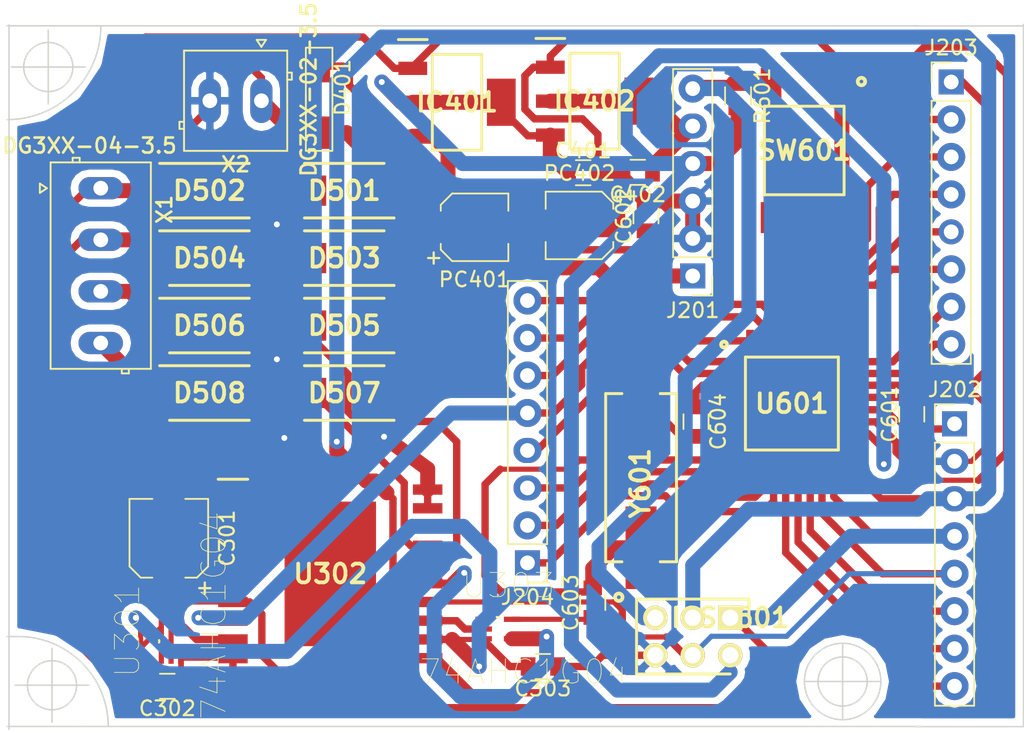
<source format=kicad_pcb>
(kicad_pcb (version 4) (host pcbnew 4.0.7-e2-6376~58~ubuntu16.04.1)

  (general
    (links 120)
    (no_connects 0)
    (area 140.641524 90.728523 210.110001 140.681)
    (thickness 1.6)
    (drawings 17)
    (tracks 563)
    (zones 0)
    (modules 36)
    (nets 40)
  )

  (page A4)
  (layers
    (0 F.Cu signal)
    (31 B.Cu signal hide)
    (32 B.Adhes user)
    (33 F.Adhes user hide)
    (34 B.Paste user)
    (35 F.Paste user)
    (36 B.SilkS user)
    (37 F.SilkS user)
    (38 B.Mask user)
    (39 F.Mask user)
    (40 Dwgs.User user)
    (41 Cmts.User user)
    (42 Eco1.User user)
    (43 Eco2.User user)
    (44 Edge.Cuts user)
    (45 Margin user)
    (46 B.CrtYd user)
    (47 F.CrtYd user)
    (48 B.Fab user)
    (49 F.Fab user)
  )

  (setup
    (last_trace_width 0.35)
    (trace_clearance 0.2)
    (zone_clearance 0.508)
    (zone_45_only no)
    (trace_min 0.2)
    (segment_width 0.2)
    (edge_width 0.1)
    (via_size 0.6)
    (via_drill 0.4)
    (via_min_size 0.4)
    (via_min_drill 0.3)
    (uvia_size 0.3)
    (uvia_drill 0.1)
    (uvias_allowed no)
    (uvia_min_size 0.2)
    (uvia_min_drill 0.1)
    (pcb_text_width 0.3)
    (pcb_text_size 1.5 1.5)
    (mod_edge_width 0.15)
    (mod_text_size 1 1)
    (mod_text_width 0.15)
    (pad_size 1.9 1.7)
    (pad_drill 1)
    (pad_to_mask_clearance 0)
    (aux_axis_origin 236.152 136.455)
    (grid_origin 166.81 124.771)
    (visible_elements FFFFFF5F)
    (pcbplotparams
      (layerselection 0x00030_80000001)
      (usegerberextensions false)
      (excludeedgelayer true)
      (linewidth 0.100000)
      (plotframeref false)
      (viasonmask false)
      (mode 1)
      (useauxorigin false)
      (hpglpennumber 1)
      (hpglpenspeed 20)
      (hpglpendiameter 15)
      (hpglpenoverlay 2)
      (psnegative false)
      (psa4output false)
      (plotreference true)
      (plotvalue true)
      (plotinvisibletext false)
      (padsonsilk false)
      (subtractmaskfromsilk false)
      (outputformat 1)
      (mirror false)
      (drillshape 1)
      (scaleselection 1)
      (outputdirectory ""))
  )

  (net 0 "")
  (net 1 /L298_Driver./PWRIN)
  (net 2 GND)
  (net 3 +5V)
  (net 4 /Headers/+3V3)
  (net 5 /ATMEGA328P/AREF)
  (net 6 /Headers/VIN)
  (net 7 /L298_Driver./OUT1)
  (net 8 /L298_Driver./OUT2)
  (net 9 /L298_Driver./OUT3)
  (net 10 328P_ICSP_MISO)
  (net 11 328P_ICSP_SCK)
  (net 12 /ATMEGA328P/RESET)
  (net 13 328P_ICSP_MOSI)
  (net 14 /ATMEGA328P/SS)
  (net 15 /ATMEGA328P/IO9)
  (net 16 /ATMEGA328P/IO8)
  (net 17 /ATMEGA328P/AD7)
  (net 18 /ATMEGA328P/AD6)
  (net 19 /ATMEGA328P/AD5)
  (net 20 /ATMEGA328P/AD4)
  (net 21 /ATMEGA328P/AD3)
  (net 22 /ATMEGA328P/AD2)
  (net 23 /ATMEGA328P/AD1)
  (net 24 /ATMEGA328P/AD0)
  (net 25 /ATMEGA328P/IO7)
  (net 26 /ATMEGA328P/IO6)
  (net 27 /ATMEGA328P/IO5)
  (net 28 /ATMEGA328P/IO4)
  (net 29 /ATMEGA328P/PWMA)
  (net 30 /ATMEGA328P/IO2)
  (net 31 /ATMEGA328P/IO1)
  (net 32 /ATMEGA328P/IO0)
  (net 33 "Net-(U301-Pad4)")
  (net 34 "Net-(U302-Pad3)")
  (net 35 "Net-(U302-Pad15)")
  (net 36 "Net-(U302-Pad18)")
  (net 37 /L298_Driver./OUT4)
  (net 38 "Net-(C603-Pad2)")
  (net 39 "Net-(C604-Pad2)")

  (net_class Default "This is the default net class."
    (clearance 0.2)
    (trace_width 0.35)
    (via_dia 0.6)
    (via_drill 0.4)
    (uvia_dia 0.3)
    (uvia_drill 0.1)
  )

  (net_class fortymill ""
    (clearance 0.2)
    (trace_width 1.016)
    (via_dia 0.6)
    (via_drill 0.4)
    (uvia_dia 0.3)
    (uvia_drill 0.1)
    (add_net +5V)
    (add_net /ATMEGA328P/AD0)
    (add_net /ATMEGA328P/AD1)
    (add_net /ATMEGA328P/AD2)
    (add_net /ATMEGA328P/AD3)
    (add_net /ATMEGA328P/AD4)
    (add_net /ATMEGA328P/AD5)
    (add_net /ATMEGA328P/AD6)
    (add_net /ATMEGA328P/AD7)
    (add_net /ATMEGA328P/AREF)
    (add_net /ATMEGA328P/IO0)
    (add_net /ATMEGA328P/IO1)
    (add_net /ATMEGA328P/IO2)
    (add_net /ATMEGA328P/IO4)
    (add_net /ATMEGA328P/IO5)
    (add_net /ATMEGA328P/IO6)
    (add_net /ATMEGA328P/IO7)
    (add_net /ATMEGA328P/IO8)
    (add_net /ATMEGA328P/IO9)
    (add_net /ATMEGA328P/PWMA)
    (add_net /ATMEGA328P/RESET)
    (add_net /ATMEGA328P/SS)
    (add_net /Headers/+3V3)
    (add_net /Headers/VIN)
    (add_net /L298_Driver./OUT1)
    (add_net /L298_Driver./OUT2)
    (add_net /L298_Driver./OUT3)
    (add_net /L298_Driver./OUT4)
    (add_net /L298_Driver./PWRIN)
    (add_net 328P_ICSP_MISO)
    (add_net 328P_ICSP_MOSI)
    (add_net 328P_ICSP_SCK)
    (add_net GND)
    (add_net "Net-(C603-Pad2)")
    (add_net "Net-(C604-Pad2)")
    (add_net "Net-(U301-Pad4)")
    (add_net "Net-(U302-Pad15)")
    (add_net "Net-(U302-Pad18)")
    (add_net "Net-(U302-Pad3)")
  )

  (net_class twentymill ""
    (clearance 0.2)
    (trace_width 0.5)
    (via_dia 0.6)
    (via_drill 0.4)
    (uvia_dia 0.3)
    (uvia_drill 0.1)
  )

  (module Diodes_SMD:D_MicroMELF_Hadsoldering (layer F.Cu) (tedit 5AABA7B8) (tstamp 5AA9144D)
    (at 162.31 96.696 270)
    (descr "Diode, MicroMELF, hand-soldering, http://www.vishay.com/docs/85597/bzm55-se.pdf")
    (tags "MicroMELF Diode")
    (path /5A965D0D/5A970C82)
    (attr smd)
    (fp_text reference D401 (at 0 -1.6 270) (layer F.SilkS)
      (effects (font (size 1 1) (thickness 0.15)))
    )
    (fp_text value D (at 0 1.55 270) (layer F.Fab)
      (effects (font (size 1 1) (thickness 0.15)))
    )
    (fp_line (start 4.44592 1) (end -1.15408 1) (layer F.CrtYd) (width 0.05))
    (fp_line (start -1.1236 -1) (end 4.4764 -1) (layer F.CrtYd) (width 0.05))
    (fp_line (start 4.29516 -0.89492) (end 4.29516 0.90508) (layer F.SilkS) (width 0.12))
    (fp_line (start 0.49532 0.9) (end 4.29532 0.9) (layer F.SilkS) (width 0.12))
    (fp_line (start 4.28516 -0.9) (end 0.48516 -0.9) (layer F.SilkS) (width 0.12))
    (fp_text user %R (at 0 -1.6 270) (layer F.Fab)
      (effects (font (size 1 1) (thickness 0.15)))
    )
    (fp_line (start 1.1 -0.9) (end -2.7 -0.9) (layer F.SilkS) (width 0.12))
    (fp_line (start -2.7 -0.9) (end -2.7 0.9) (layer F.SilkS) (width 0.12))
    (fp_line (start -2.7 0.9) (end 1.1 0.9) (layer F.SilkS) (width 0.12))
    (fp_line (start 0.25 0) (end 0.75 0) (layer F.Fab) (width 0.12))
    (fp_line (start -0.25 0) (end 0.25 -0.25) (layer F.Fab) (width 0.12))
    (fp_line (start 0.25 -0.25) (end 0.25 0.25) (layer F.Fab) (width 0.12))
    (fp_line (start 0.25 0.25) (end -0.25 0) (layer F.Fab) (width 0.12))
    (fp_line (start -0.25 0) (end -0.75 0) (layer F.Fab) (width 0.12))
    (fp_line (start -0.25 -0.25) (end -0.25 0.25) (layer F.Fab) (width 0.12))
    (fp_line (start -0.6 -0.55) (end -0.6 0.55) (layer F.Fab) (width 0.12))
    (fp_line (start -1.1 -0.55) (end 1.1 -0.55) (layer F.Fab) (width 0.12))
    (fp_line (start 1.1 -0.55) (end 1.1 0.55) (layer F.Fab) (width 0.12))
    (fp_line (start 1.1 0.55) (end -1.1 0.55) (layer F.Fab) (width 0.12))
    (fp_line (start -1.1 0.55) (end -1.1 -0.55) (layer F.Fab) (width 0.12))
    (fp_line (start -2.8 -1) (end 2.8 -1) (layer F.CrtYd) (width 0.05))
    (fp_line (start -2.8 -1) (end -2.8 1) (layer F.CrtYd) (width 0.05))
    (fp_line (start 4.44084 0.96952) (end 4.44084 -1.03048) (layer F.CrtYd) (width 0.05))
    (fp_line (start 2.8 1) (end -2.8 1) (layer F.CrtYd) (width 0.05))
    (pad 1 smd rect (at -1.45 0 270) (size 2.2 1.5) (layers F.Cu F.Paste F.Mask)
      (net 6 /Headers/VIN))
    (pad 2 smd rect (at 3.06324 -0.01016 270) (size 2.2 1.5) (layers F.Cu F.Paste F.Mask)
      (net 1 /L298_Driver./PWRIN))
    (model ${KISYS3DMOD}/Diodes_SMD.3dshapes/D_MicroMELF.wrl
      (at (xyz 0 0 0))
      (scale (xyz 1 1 1))
      (rotate (xyz 0 0 0))
    )
  )

  (module Socket_Strips:Socket_Strip_Straight_1x08_Pitch2.54mm (layer F.Cu) (tedit 5AABA483) (tstamp 5AA8F2E8)
    (at 205.385 119.496)
    (descr "Through hole straight socket strip, 1x08, 2.54mm pitch, single row")
    (tags "Through hole socket strip THT 1x08 2.54mm single row")
    (path /55E94587/5A972E1B)
    (fp_text reference J202 (at 0 -2.33) (layer F.SilkS)
      (effects (font (size 1 1) (thickness 0.15)))
    )
    (fp_text value IOL (at 0 20.11) (layer F.Fab)
      (effects (font (size 1 1) (thickness 0.15)))
    )
    (fp_line (start -1.27 -1.27) (end -1.27 19.05) (layer F.Fab) (width 0.1))
    (fp_line (start -1.27 19.05) (end 1.27 19.05) (layer F.Fab) (width 0.1))
    (fp_line (start 1.27 19.05) (end 1.27 -1.27) (layer F.Fab) (width 0.1))
    (fp_line (start 1.27 -1.27) (end -1.27 -1.27) (layer F.Fab) (width 0.1))
    (fp_line (start -1.33 1.27) (end -1.33 19.11) (layer F.SilkS) (width 0.12))
    (fp_line (start -1.33 19.11) (end 1.33 19.11) (layer F.SilkS) (width 0.12))
    (fp_line (start 1.33 19.11) (end 1.33 1.27) (layer F.SilkS) (width 0.12))
    (fp_line (start 1.33 1.27) (end -1.33 1.27) (layer F.SilkS) (width 0.12))
    (fp_line (start -1.33 0) (end -1.33 -1.33) (layer F.SilkS) (width 0.12))
    (fp_line (start -1.33 -1.33) (end 0 -1.33) (layer F.SilkS) (width 0.12))
    (fp_line (start -1.8 -1.8) (end -1.8 19.55) (layer F.CrtYd) (width 0.05))
    (fp_line (start -1.8 19.55) (end 1.8 19.55) (layer F.CrtYd) (width 0.05))
    (fp_line (start 1.8 19.55) (end 1.8 -1.8) (layer F.CrtYd) (width 0.05))
    (fp_line (start 1.8 -1.8) (end -1.8 -1.8) (layer F.CrtYd) (width 0.05))
    (fp_text user %R (at 0 -2.33) (layer F.Fab)
      (effects (font (size 1 1) (thickness 0.15)))
    )
    (pad 1 thru_hole rect (at 0 0) (size 1.7 1.7) (drill 1) (layers *.Cu *.Mask)
      (net 5 /ATMEGA328P/AREF))
    (pad 2 thru_hole oval (at 0 2.54) (size 1.9 1.7) (drill 1) (layers *.Cu *.Mask)
      (net 2 GND))
    (pad 3 thru_hole oval (at 0 5.08) (size 1.9 1.7) (drill 1) (layers *.Cu *.Mask)
      (net 11 328P_ICSP_SCK))
    (pad 4 thru_hole oval (at 0 7.62) (size 1.9 1.9) (drill 1) (layers *.Cu *.Mask)
      (net 10 328P_ICSP_MISO))
    (pad 5 thru_hole oval (at 0 10.16) (size 1.9 1.9) (drill 1) (layers *.Cu *.Mask)
      (net 13 328P_ICSP_MOSI))
    (pad 6 thru_hole oval (at 0 12.7) (size 1.9 1.9) (drill 1) (layers *.Cu *.Mask)
      (net 14 /ATMEGA328P/SS))
    (pad 7 thru_hole oval (at 0 15.24) (size 1.9 1.9) (drill 1) (layers *.Cu *.Mask)
      (net 15 /ATMEGA328P/IO9))
    (pad 8 thru_hole oval (at 0 17.78) (size 1.9 1.9) (drill 1) (layers *.Cu *.Mask)
      (net 16 /ATMEGA328P/IO8))
    (model ${KISYS3DMOD}/Socket_Strips.3dshapes/Socket_Strip_Straight_1x08_Pitch2.54mm.wrl
      (at (xyz 0 -0.35 0))
      (scale (xyz 1 1 1))
      (rotate (xyz 0 0 270))
    )
  )

  (module ATMEGA328P-AU:QFP80P900X900X120-32N (layer F.Cu) (tedit 5AA792B4) (tstamp 5AA39E93)
    (at 194.36 118.121)
    (descr 32A)
    (tags "Integrated Circuit")
    (path /55E89CE4/5A9E5226)
    (attr smd)
    (fp_text reference U601 (at 0 0) (layer F.SilkS)
      (effects (font (size 1.27 1.27) (thickness 0.254)))
    )
    (fp_text value ATMEGA328P-MU20 (at 0 0) (layer F.SilkS) hide
      (effects (font (size 1.27 1.27) (thickness 0.254)))
    )
    (fp_line (start -5.25 -5.25) (end 5.25 -5.25) (layer Dwgs.User) (width 0.05))
    (fp_line (start 5.25 -5.25) (end 5.25 5.25) (layer Dwgs.User) (width 0.05))
    (fp_line (start 5.25 5.25) (end -5.25 5.25) (layer Dwgs.User) (width 0.05))
    (fp_line (start -5.25 5.25) (end -5.25 -5.25) (layer Dwgs.User) (width 0.05))
    (fp_line (start -3.5 -3.5) (end 3.5 -3.5) (layer Dwgs.User) (width 0.1))
    (fp_line (start 3.5 -3.5) (end 3.5 3.5) (layer Dwgs.User) (width 0.1))
    (fp_line (start 3.5 3.5) (end -3.5 3.5) (layer Dwgs.User) (width 0.1))
    (fp_line (start -3.5 3.5) (end -3.5 -3.5) (layer Dwgs.User) (width 0.1))
    (fp_line (start -3.5 -2.7) (end -2.7 -3.5) (layer Dwgs.User) (width 0.1))
    (fp_line (start -3.15 -3.15) (end 3.15 -3.15) (layer F.SilkS) (width 0.2))
    (fp_line (start 3.15 -3.15) (end 3.15 3.15) (layer F.SilkS) (width 0.2))
    (fp_line (start 3.15 3.15) (end -3.15 3.15) (layer F.SilkS) (width 0.2))
    (fp_line (start -3.15 3.15) (end -3.15 -3.15) (layer F.SilkS) (width 0.2))
    (fp_circle (center -4.6 -4) (end -4.8 -4) (layer F.SilkS) (width 0.254))
    (pad 1 smd rect (at -4.25 -2.84 90) (size 0.52 1.5) (layers F.Cu F.Paste F.Mask)
      (net 29 /ATMEGA328P/PWMA))
    (pad 2 smd rect (at -4.25 -2.04 90) (size 0.52 1.5) (layers F.Cu F.Paste F.Mask)
      (net 28 /ATMEGA328P/IO4))
    (pad 3 smd rect (at -4.25 -1.24 90) (size 0.52 1.5) (layers F.Cu F.Paste F.Mask)
      (net 2 GND))
    (pad 4 smd rect (at -4.25 -0.42 90) (size 0.52 1.5) (layers F.Cu F.Paste F.Mask)
      (net 3 +5V))
    (pad 5 smd rect (at -4.25 0.42 90) (size 0.52 1.5) (layers F.Cu F.Paste F.Mask)
      (net 2 GND))
    (pad 6 smd rect (at -4.25 1.24 90) (size 0.52 1.5) (layers F.Cu F.Paste F.Mask)
      (net 3 +5V))
    (pad 7 smd rect (at -4.25 2.04 90) (size 0.52 1.5) (layers F.Cu F.Paste F.Mask)
      (net 39 "Net-(C604-Pad2)"))
    (pad 8 smd rect (at -4.25 2.84 90) (size 0.52 1.5) (layers F.Cu F.Paste F.Mask)
      (net 38 "Net-(C603-Pad2)"))
    (pad 9 smd rect (at -2.84 4.25) (size 0.52 1.5) (layers F.Cu F.Paste F.Mask)
      (net 27 /ATMEGA328P/IO5))
    (pad 10 smd rect (at -2.04 4.25) (size 0.52 1.5) (layers F.Cu F.Paste F.Mask)
      (net 26 /ATMEGA328P/IO6))
    (pad 11 smd rect (at -1.24 4.25) (size 0.52 1.5) (layers F.Cu F.Paste F.Mask)
      (net 25 /ATMEGA328P/IO7))
    (pad 12 smd rect (at -0.42 4.25) (size 0.52 1.5) (layers F.Cu F.Paste F.Mask)
      (net 16 /ATMEGA328P/IO8))
    (pad 13 smd rect (at 0.42 4.25) (size 0.52 1.5) (layers F.Cu F.Paste F.Mask)
      (net 15 /ATMEGA328P/IO9))
    (pad 14 smd rect (at 1.24 4.25) (size 0.52 1.5) (layers F.Cu F.Paste F.Mask)
      (net 14 /ATMEGA328P/SS))
    (pad 15 smd rect (at 2.04 4.25) (size 0.52 1.5) (layers F.Cu F.Paste F.Mask)
      (net 13 328P_ICSP_MOSI))
    (pad 16 smd rect (at 2.84 4.25) (size 0.52 1.5) (layers F.Cu F.Paste F.Mask)
      (net 10 328P_ICSP_MISO))
    (pad 17 smd rect (at 4.25 2.84 90) (size 0.52 1.5) (layers F.Cu F.Paste F.Mask)
      (net 11 328P_ICSP_SCK))
    (pad 18 smd rect (at 4.25 2.04 90) (size 0.52 1.5) (layers F.Cu F.Paste F.Mask)
      (net 3 +5V))
    (pad 19 smd rect (at 4.25 1.24 90) (size 0.52 1.5) (layers F.Cu F.Paste F.Mask)
      (net 18 /ATMEGA328P/AD6))
    (pad 20 smd rect (at 4.25 0.42 90) (size 0.52 1.5) (layers F.Cu F.Paste F.Mask)
      (net 5 /ATMEGA328P/AREF))
    (pad 21 smd rect (at 4.25 -0.42 90) (size 0.52 1.5) (layers F.Cu F.Paste F.Mask)
      (net 2 GND))
    (pad 22 smd rect (at 4.25 -1.24 90) (size 0.52 1.5) (layers F.Cu F.Paste F.Mask)
      (net 17 /ATMEGA328P/AD7))
    (pad 23 smd rect (at 4.25 -2.04 90) (size 0.52 1.5) (layers F.Cu F.Paste F.Mask)
      (net 24 /ATMEGA328P/AD0))
    (pad 24 smd rect (at 4.25 -2.84 90) (size 0.52 1.5) (layers F.Cu F.Paste F.Mask)
      (net 23 /ATMEGA328P/AD1))
    (pad 25 smd rect (at 2.84 -4.25) (size 0.52 1.5) (layers F.Cu F.Paste F.Mask)
      (net 22 /ATMEGA328P/AD2))
    (pad 26 smd rect (at 2.04 -4.25) (size 0.52 1.5) (layers F.Cu F.Paste F.Mask)
      (net 21 /ATMEGA328P/AD3))
    (pad 27 smd rect (at 1.24 -4.25) (size 0.52 1.5) (layers F.Cu F.Paste F.Mask)
      (net 20 /ATMEGA328P/AD4))
    (pad 28 smd rect (at 0.42 -4.25) (size 0.52 1.5) (layers F.Cu F.Paste F.Mask)
      (net 19 /ATMEGA328P/AD5))
    (pad 29 smd rect (at -0.42 -4.25) (size 0.52 1.5) (layers F.Cu F.Paste F.Mask)
      (net 12 /ATMEGA328P/RESET))
    (pad 30 smd rect (at -1.24 -4.25) (size 0.52 1.5) (layers F.Cu F.Paste F.Mask)
      (net 32 /ATMEGA328P/IO0))
    (pad 31 smd rect (at -2.04 -4.25) (size 0.52 1.5) (layers F.Cu F.Paste F.Mask)
      (net 31 /ATMEGA328P/IO1))
    (pad 32 smd rect (at -2.84 -4.25) (size 0.52 1.5) (layers F.Cu F.Paste F.Mask)
      (net 30 /ATMEGA328P/IO2))
  )

  (module L298P:SOIC127P1420X360-21N (layer F.Cu) (tedit 5AA399D5) (tstamp 5AA39E5D)
    (at 163.068 129.667)
    (descr PowerSO20)
    (tags "Integrated Circuit")
    (path /5A8D7699/5A8D786D)
    (attr smd)
    (fp_text reference U302 (at 0 0) (layer F.SilkS)
      (effects (font (size 1.27 1.27) (thickness 0.254)))
    )
    (fp_text value L298D (at 0 0) (layer F.SilkS) hide
      (effects (font (size 1.27 1.27) (thickness 0.254)))
    )
    (fp_line (start -7.85 -8.25) (end 7.85 -8.25) (layer Dwgs.User) (width 0.05))
    (fp_line (start 7.85 -8.25) (end 7.85 8.25) (layer Dwgs.User) (width 0.05))
    (fp_line (start 7.85 8.25) (end -7.85 8.25) (layer Dwgs.User) (width 0.05))
    (fp_line (start -7.85 8.25) (end -7.85 -8.25) (layer Dwgs.User) (width 0.05))
    (fp_line (start -5.5 -7.95) (end 5.5 -7.95) (layer Dwgs.User) (width 0.1))
    (fp_line (start 5.5 -7.95) (end 5.5 7.95) (layer Dwgs.User) (width 0.1))
    (fp_line (start 5.5 7.95) (end -5.5 7.95) (layer Dwgs.User) (width 0.1))
    (fp_line (start -5.5 7.95) (end -5.5 -7.95) (layer Dwgs.User) (width 0.1))
    (fp_line (start -5.5 -6.68) (end -4.23 -7.95) (layer Dwgs.User) (width 0.1))
    (fp_line (start -7.6 -6.415) (end -5.6 -6.415) (layer F.SilkS) (width 0.2))
    (pad 1 smd rect (at -6.6 -5.715 90) (size 0.7 2) (layers F.Cu F.Paste F.Mask)
      (net 2 GND))
    (pad 2 smd rect (at -6.6 -4.445 90) (size 0.7 2) (layers F.Cu F.Paste F.Mask)
      (net 2 GND))
    (pad 3 smd rect (at -6.6 -3.175 90) (size 0.7 2) (layers F.Cu F.Paste F.Mask)
      (net 34 "Net-(U302-Pad3)"))
    (pad 4 smd rect (at -6.6 -1.905 90) (size 0.7 2) (layers F.Cu F.Paste F.Mask)
      (net 7 /L298_Driver./OUT1))
    (pad 5 smd rect (at -6.6 -0.635 90) (size 0.7 2) (layers F.Cu F.Paste F.Mask)
      (net 8 /L298_Driver./OUT2))
    (pad 6 smd rect (at -6.6 0.635 90) (size 0.7 2) (layers F.Cu F.Paste F.Mask)
      (net 1 /L298_Driver./PWRIN))
    (pad 7 smd rect (at -6.6 1.905 90) (size 0.7 2) (layers F.Cu F.Paste F.Mask)
      (net 10 328P_ICSP_MISO))
    (pad 8 smd rect (at -6.6 3.175 90) (size 0.7 2) (layers F.Cu F.Paste F.Mask)
      (net 29 /ATMEGA328P/PWMA))
    (pad 9 smd rect (at -6.6 4.445 90) (size 0.7 2) (layers F.Cu F.Paste F.Mask)
      (net 33 "Net-(U301-Pad4)"))
    (pad 10 smd rect (at -6.6 5.715 90) (size 0.7 2) (layers F.Cu F.Paste F.Mask)
      (net 2 GND))
    (pad 11 smd rect (at 6.6 5.715 90) (size 0.7 2) (layers F.Cu F.Paste F.Mask)
      (net 2 GND))
    (pad 12 smd rect (at 6.6 4.445 90) (size 0.7 2) (layers F.Cu F.Paste F.Mask)
      (net 3 +5V))
    (pad 13 smd rect (at 6.6 3.175 90) (size 0.7 2) (layers F.Cu F.Paste F.Mask)
      (net 11 328P_ICSP_SCK))
    (pad 14 smd rect (at 6.6 1.905 90) (size 0.7 2) (layers F.Cu F.Paste F.Mask)
      (net 13 328P_ICSP_MOSI))
    (pad 15 smd rect (at 6.6 0.635 90) (size 0.7 2) (layers F.Cu F.Paste F.Mask)
      (net 35 "Net-(U302-Pad15)"))
    (pad 16 smd rect (at 6.6 -0.635 90) (size 0.7 2) (layers F.Cu F.Paste F.Mask)
      (net 9 /L298_Driver./OUT3))
    (pad 17 smd rect (at 6.6 -1.905 90) (size 0.7 2) (layers F.Cu F.Paste F.Mask)
      (net 37 /L298_Driver./OUT4))
    (pad 18 smd rect (at 6.6 -3.175 90) (size 0.7 2) (layers F.Cu F.Paste F.Mask)
      (net 36 "Net-(U302-Pad18)"))
    (pad 19 smd rect (at 6.6 -4.445 90) (size 0.7 2) (layers F.Cu F.Paste F.Mask)
      (net 2 GND))
    (pad 20 smd rect (at 6.6 -5.715 90) (size 0.7 2) (layers F.Cu F.Paste F.Mask)
      (net 2 GND))
    (pad 21 smd rect (at 0 0) (size 6.2 9.8) (layers F.Cu F.Paste F.Mask)
      (net 2 GND))
  )

  (module Capacitors_SMD:CP_Elec_5x5.3 (layer F.Cu) (tedit 58AA8A8F) (tstamp 5AA39D81)
    (at 152.146 127.254 90)
    (descr "SMT capacitor, aluminium electrolytic, 5x5.3")
    (path /5A8D7699/5A964B4A)
    (attr smd)
    (fp_text reference C301 (at 0 3.92 90) (layer F.SilkS)
      (effects (font (size 1 1) (thickness 0.15)))
    )
    (fp_text value 100uF.25V (at 0 -3.92 90) (layer F.Fab)
      (effects (font (size 1 1) (thickness 0.15)))
    )
    (fp_circle (center 0 0) (end 0.3 2.4) (layer F.Fab) (width 0.1))
    (fp_text user + (at -1.37 -0.08 90) (layer F.Fab)
      (effects (font (size 1 1) (thickness 0.15)))
    )
    (fp_text user + (at -3.38 2.34 90) (layer F.SilkS)
      (effects (font (size 1 1) (thickness 0.15)))
    )
    (fp_text user %R (at 0 3.92 90) (layer F.Fab)
      (effects (font (size 1 1) (thickness 0.15)))
    )
    (fp_line (start 2.51 2.49) (end 2.51 -2.54) (layer F.Fab) (width 0.1))
    (fp_line (start -1.84 2.49) (end 2.51 2.49) (layer F.Fab) (width 0.1))
    (fp_line (start -2.51 1.82) (end -1.84 2.49) (layer F.Fab) (width 0.1))
    (fp_line (start -2.51 -1.87) (end -2.51 1.82) (layer F.Fab) (width 0.1))
    (fp_line (start -1.84 -2.54) (end -2.51 -1.87) (layer F.Fab) (width 0.1))
    (fp_line (start 2.51 -2.54) (end -1.84 -2.54) (layer F.Fab) (width 0.1))
    (fp_line (start 2.67 -2.69) (end 2.67 -1.14) (layer F.SilkS) (width 0.12))
    (fp_line (start 2.67 2.64) (end 2.67 1.09) (layer F.SilkS) (width 0.12))
    (fp_line (start -2.67 1.88) (end -2.67 1.09) (layer F.SilkS) (width 0.12))
    (fp_line (start -2.67 -1.93) (end -2.67 -1.14) (layer F.SilkS) (width 0.12))
    (fp_line (start 2.67 -2.69) (end -1.91 -2.69) (layer F.SilkS) (width 0.12))
    (fp_line (start -1.91 -2.69) (end -2.67 -1.93) (layer F.SilkS) (width 0.12))
    (fp_line (start -2.67 1.88) (end -1.91 2.64) (layer F.SilkS) (width 0.12))
    (fp_line (start -1.91 2.64) (end 2.67 2.64) (layer F.SilkS) (width 0.12))
    (fp_line (start -3.95 -2.79) (end 3.95 -2.79) (layer F.CrtYd) (width 0.05))
    (fp_line (start -3.95 -2.79) (end -3.95 2.74) (layer F.CrtYd) (width 0.05))
    (fp_line (start 3.95 2.74) (end 3.95 -2.79) (layer F.CrtYd) (width 0.05))
    (fp_line (start 3.95 2.74) (end -3.95 2.74) (layer F.CrtYd) (width 0.05))
    (pad 1 smd rect (at -2.2 0 270) (size 3 1.6) (layers F.Cu F.Paste F.Mask)
      (net 1 /L298_Driver./PWRIN))
    (pad 2 smd rect (at 2.2 0 270) (size 3 1.6) (layers F.Cu F.Paste F.Mask)
      (net 2 GND))
    (model Capacitors_SMD.3dshapes/CP_Elec_5x5.3.wrl
      (at (xyz 0 0 0))
      (scale (xyz 1 1 1))
      (rotate (xyz 0 0 180))
    )
  )

  (module Capacitors_SMD:C_0805 (layer F.Cu) (tedit 58AA8463) (tstamp 5AA39D87)
    (at 152.019 137.287 180)
    (descr "Capacitor SMD 0805, reflow soldering, AVX (see smccp.pdf)")
    (tags "capacitor 0805")
    (path /5A8D7699/5A9647F3)
    (attr smd)
    (fp_text reference C302 (at 0 -1.5 180) (layer F.SilkS)
      (effects (font (size 1 1) (thickness 0.15)))
    )
    (fp_text value 0.1uF (at 0 1.75 180) (layer F.Fab)
      (effects (font (size 1 1) (thickness 0.15)))
    )
    (fp_text user %R (at 0 -1.5 180) (layer F.Fab)
      (effects (font (size 1 1) (thickness 0.15)))
    )
    (fp_line (start -1 0.62) (end -1 -0.62) (layer F.Fab) (width 0.1))
    (fp_line (start 1 0.62) (end -1 0.62) (layer F.Fab) (width 0.1))
    (fp_line (start 1 -0.62) (end 1 0.62) (layer F.Fab) (width 0.1))
    (fp_line (start -1 -0.62) (end 1 -0.62) (layer F.Fab) (width 0.1))
    (fp_line (start 0.5 -0.85) (end -0.5 -0.85) (layer F.SilkS) (width 0.12))
    (fp_line (start -0.5 0.85) (end 0.5 0.85) (layer F.SilkS) (width 0.12))
    (fp_line (start -1.75 -0.88) (end 1.75 -0.88) (layer F.CrtYd) (width 0.05))
    (fp_line (start -1.75 -0.88) (end -1.75 0.87) (layer F.CrtYd) (width 0.05))
    (fp_line (start 1.75 0.87) (end 1.75 -0.88) (layer F.CrtYd) (width 0.05))
    (fp_line (start 1.75 0.87) (end -1.75 0.87) (layer F.CrtYd) (width 0.05))
    (pad 1 smd rect (at -1 0 180) (size 1 1.25) (layers F.Cu F.Paste F.Mask)
      (net 2 GND))
    (pad 2 smd rect (at 1 0 180) (size 1 1.25) (layers F.Cu F.Paste F.Mask)
      (net 3 +5V))
    (model Capacitors_SMD.3dshapes/C_0805.wrl
      (at (xyz 0 0 0))
      (scale (xyz 1 1 1))
      (rotate (xyz 0 0 0))
    )
  )

  (module Capacitors_SMD:C_0805 (layer F.Cu) (tedit 58AA8463) (tstamp 5AA39D8D)
    (at 177.478 135.947 180)
    (descr "Capacitor SMD 0805, reflow soldering, AVX (see smccp.pdf)")
    (tags "capacitor 0805")
    (path /5A8D7699/5A9642A9)
    (attr smd)
    (fp_text reference C303 (at 0 -1.5 180) (layer F.SilkS)
      (effects (font (size 1 1) (thickness 0.15)))
    )
    (fp_text value 0.1uF (at 0 1.75 180) (layer F.Fab)
      (effects (font (size 1 1) (thickness 0.15)))
    )
    (fp_text user %R (at 0 -1.5 180) (layer F.Fab)
      (effects (font (size 1 1) (thickness 0.15)))
    )
    (fp_line (start -1 0.62) (end -1 -0.62) (layer F.Fab) (width 0.1))
    (fp_line (start 1 0.62) (end -1 0.62) (layer F.Fab) (width 0.1))
    (fp_line (start 1 -0.62) (end 1 0.62) (layer F.Fab) (width 0.1))
    (fp_line (start -1 -0.62) (end 1 -0.62) (layer F.Fab) (width 0.1))
    (fp_line (start 0.5 -0.85) (end -0.5 -0.85) (layer F.SilkS) (width 0.12))
    (fp_line (start -0.5 0.85) (end 0.5 0.85) (layer F.SilkS) (width 0.12))
    (fp_line (start -1.75 -0.88) (end 1.75 -0.88) (layer F.CrtYd) (width 0.05))
    (fp_line (start -1.75 -0.88) (end -1.75 0.87) (layer F.CrtYd) (width 0.05))
    (fp_line (start 1.75 0.87) (end 1.75 -0.88) (layer F.CrtYd) (width 0.05))
    (fp_line (start 1.75 0.87) (end -1.75 0.87) (layer F.CrtYd) (width 0.05))
    (pad 1 smd rect (at -1 0 180) (size 1 1.25) (layers F.Cu F.Paste F.Mask)
      (net 2 GND))
    (pad 2 smd rect (at 1 0 180) (size 1 1.25) (layers F.Cu F.Paste F.Mask)
      (net 3 +5V))
    (model Capacitors_SMD.3dshapes/C_0805.wrl
      (at (xyz 0 0 0))
      (scale (xyz 1 1 1))
      (rotate (xyz 0 0 0))
    )
  )

  (module Capacitors_SMD:C_0805 (layer F.Cu) (tedit 58AA8463) (tstamp 5AA39D93)
    (at 180.21 102.471)
    (descr "Capacitor SMD 0805, reflow soldering, AVX (see smccp.pdf)")
    (tags "capacitor 0805")
    (path /5A965D0D/5A9711D8)
    (attr smd)
    (fp_text reference C401 (at 0 -1.5) (layer F.SilkS)
      (effects (font (size 1 1) (thickness 0.15)))
    )
    (fp_text value 100n (at 0 1.75) (layer F.Fab)
      (effects (font (size 1 1) (thickness 0.15)))
    )
    (fp_text user %R (at 0 -1.5) (layer F.Fab)
      (effects (font (size 1 1) (thickness 0.15)))
    )
    (fp_line (start -1 0.62) (end -1 -0.62) (layer F.Fab) (width 0.1))
    (fp_line (start 1 0.62) (end -1 0.62) (layer F.Fab) (width 0.1))
    (fp_line (start 1 -0.62) (end 1 0.62) (layer F.Fab) (width 0.1))
    (fp_line (start -1 -0.62) (end 1 -0.62) (layer F.Fab) (width 0.1))
    (fp_line (start 0.5 -0.85) (end -0.5 -0.85) (layer F.SilkS) (width 0.12))
    (fp_line (start -0.5 0.85) (end 0.5 0.85) (layer F.SilkS) (width 0.12))
    (fp_line (start -1.75 -0.88) (end 1.75 -0.88) (layer F.CrtYd) (width 0.05))
    (fp_line (start -1.75 -0.88) (end -1.75 0.87) (layer F.CrtYd) (width 0.05))
    (fp_line (start 1.75 0.87) (end 1.75 -0.88) (layer F.CrtYd) (width 0.05))
    (fp_line (start 1.75 0.87) (end -1.75 0.87) (layer F.CrtYd) (width 0.05))
    (pad 1 smd rect (at -1 0) (size 1 1.25) (layers F.Cu F.Paste F.Mask)
      (net 3 +5V))
    (pad 2 smd rect (at 1 0) (size 1 1.25) (layers F.Cu F.Paste F.Mask)
      (net 2 GND))
    (model Capacitors_SMD.3dshapes/C_0805.wrl
      (at (xyz 0 0 0))
      (scale (xyz 1 1 1))
      (rotate (xyz 0 0 0))
    )
  )

  (module Capacitors_SMD:C_0805 (layer F.Cu) (tedit 58AA8463) (tstamp 5AA39D99)
    (at 183.91 102.446 180)
    (descr "Capacitor SMD 0805, reflow soldering, AVX (see smccp.pdf)")
    (tags "capacitor 0805")
    (path /5A965D0D/5A970F0C)
    (attr smd)
    (fp_text reference C402 (at 0 -1.5 180) (layer F.SilkS)
      (effects (font (size 1 1) (thickness 0.15)))
    )
    (fp_text value 1u (at 0 1.75 180) (layer F.Fab)
      (effects (font (size 1 1) (thickness 0.15)))
    )
    (fp_text user %R (at 0 -1.5 180) (layer F.Fab)
      (effects (font (size 1 1) (thickness 0.15)))
    )
    (fp_line (start -1 0.62) (end -1 -0.62) (layer F.Fab) (width 0.1))
    (fp_line (start 1 0.62) (end -1 0.62) (layer F.Fab) (width 0.1))
    (fp_line (start 1 -0.62) (end 1 0.62) (layer F.Fab) (width 0.1))
    (fp_line (start -1 -0.62) (end 1 -0.62) (layer F.Fab) (width 0.1))
    (fp_line (start 0.5 -0.85) (end -0.5 -0.85) (layer F.SilkS) (width 0.12))
    (fp_line (start -0.5 0.85) (end 0.5 0.85) (layer F.SilkS) (width 0.12))
    (fp_line (start -1.75 -0.88) (end 1.75 -0.88) (layer F.CrtYd) (width 0.05))
    (fp_line (start -1.75 -0.88) (end -1.75 0.87) (layer F.CrtYd) (width 0.05))
    (fp_line (start 1.75 0.87) (end 1.75 -0.88) (layer F.CrtYd) (width 0.05))
    (fp_line (start 1.75 0.87) (end -1.75 0.87) (layer F.CrtYd) (width 0.05))
    (pad 1 smd rect (at -1 0 180) (size 1 1.25) (layers F.Cu F.Paste F.Mask)
      (net 4 /Headers/+3V3))
    (pad 2 smd rect (at 1 0 180) (size 1 1.25) (layers F.Cu F.Paste F.Mask)
      (net 2 GND))
    (model Capacitors_SMD.3dshapes/C_0805.wrl
      (at (xyz 0 0 0))
      (scale (xyz 1 1 1))
      (rotate (xyz 0 0 0))
    )
  )

  (module Capacitors_SMD:C_0805 (layer F.Cu) (tedit 58AA8463) (tstamp 5AA39D9F)
    (at 202.485 118.846 90)
    (descr "Capacitor SMD 0805, reflow soldering, AVX (see smccp.pdf)")
    (tags "capacitor 0805")
    (path /55E89CE4/56159BB8)
    (attr smd)
    (fp_text reference C601 (at 0 -1.5 90) (layer F.SilkS)
      (effects (font (size 1 1) (thickness 0.15)))
    )
    (fp_text value "100 nF" (at 0 1.75 90) (layer F.Fab)
      (effects (font (size 1 1) (thickness 0.15)))
    )
    (fp_text user %R (at 0 -1.5 90) (layer F.Fab)
      (effects (font (size 1 1) (thickness 0.15)))
    )
    (fp_line (start -1 0.62) (end -1 -0.62) (layer F.Fab) (width 0.1))
    (fp_line (start 1 0.62) (end -1 0.62) (layer F.Fab) (width 0.1))
    (fp_line (start 1 -0.62) (end 1 0.62) (layer F.Fab) (width 0.1))
    (fp_line (start -1 -0.62) (end 1 -0.62) (layer F.Fab) (width 0.1))
    (fp_line (start 0.5 -0.85) (end -0.5 -0.85) (layer F.SilkS) (width 0.12))
    (fp_line (start -0.5 0.85) (end 0.5 0.85) (layer F.SilkS) (width 0.12))
    (fp_line (start -1.75 -0.88) (end 1.75 -0.88) (layer F.CrtYd) (width 0.05))
    (fp_line (start -1.75 -0.88) (end -1.75 0.87) (layer F.CrtYd) (width 0.05))
    (fp_line (start 1.75 0.87) (end 1.75 -0.88) (layer F.CrtYd) (width 0.05))
    (fp_line (start 1.75 0.87) (end -1.75 0.87) (layer F.CrtYd) (width 0.05))
    (pad 1 smd rect (at -1 0 90) (size 1 1.25) (layers F.Cu F.Paste F.Mask)
      (net 5 /ATMEGA328P/AREF))
    (pad 2 smd rect (at 1 0 90) (size 1 1.25) (layers F.Cu F.Paste F.Mask)
      (net 2 GND))
    (model Capacitors_SMD.3dshapes/C_0805.wrl
      (at (xyz 0 0 0))
      (scale (xyz 1 1 1))
      (rotate (xyz 0 0 0))
    )
  )

  (module Capacitors_SMD:C_0805 (layer F.Cu) (tedit 58AA8463) (tstamp 5AA39DA5)
    (at 184.468 105.41 90)
    (descr "Capacitor SMD 0805, reflow soldering, AVX (see smccp.pdf)")
    (tags "capacitor 0805")
    (path /55E89CE4/56159BD3)
    (attr smd)
    (fp_text reference C602 (at 0 -1.5 90) (layer F.SilkS)
      (effects (font (size 1 1) (thickness 0.15)))
    )
    (fp_text value "0.1 uF" (at 0 1.75 90) (layer F.Fab)
      (effects (font (size 1 1) (thickness 0.15)))
    )
    (fp_text user %R (at 0 -1.5 90) (layer F.Fab)
      (effects (font (size 1 1) (thickness 0.15)))
    )
    (fp_line (start -1 0.62) (end -1 -0.62) (layer F.Fab) (width 0.1))
    (fp_line (start 1 0.62) (end -1 0.62) (layer F.Fab) (width 0.1))
    (fp_line (start 1 -0.62) (end 1 0.62) (layer F.Fab) (width 0.1))
    (fp_line (start -1 -0.62) (end 1 -0.62) (layer F.Fab) (width 0.1))
    (fp_line (start 0.5 -0.85) (end -0.5 -0.85) (layer F.SilkS) (width 0.12))
    (fp_line (start -0.5 0.85) (end 0.5 0.85) (layer F.SilkS) (width 0.12))
    (fp_line (start -1.75 -0.88) (end 1.75 -0.88) (layer F.CrtYd) (width 0.05))
    (fp_line (start -1.75 -0.88) (end -1.75 0.87) (layer F.CrtYd) (width 0.05))
    (fp_line (start 1.75 0.87) (end 1.75 -0.88) (layer F.CrtYd) (width 0.05))
    (fp_line (start 1.75 0.87) (end -1.75 0.87) (layer F.CrtYd) (width 0.05))
    (pad 1 smd rect (at -1 0 90) (size 1 1.25) (layers F.Cu F.Paste F.Mask)
      (net 3 +5V))
    (pad 2 smd rect (at 1 0 90) (size 1 1.25) (layers F.Cu F.Paste F.Mask)
      (net 2 GND))
    (model Capacitors_SMD.3dshapes/C_0805.wrl
      (at (xyz 0 0 0))
      (scale (xyz 1 1 1))
      (rotate (xyz 0 0 0))
    )
  )

  (module M20-9980346:HDRV6W64P254_2X3_762X508X868P (layer F.Cu) (tedit 5AABA5DF) (tstamp 5AA39DED)
    (at 190.178 132.645 180)
    (descr M20-9980346)
    (tags Connector)
    (path /55E89CE4/55E8CAAE)
    (fp_text reference ICSP601 (at 0 0 180) (layer F.SilkS)
      (effects (font (size 1.27 1.27) (thickness 0.254)))
    )
    (fp_text value M20-9980346 (at 0 0 180) (layer F.SilkS) hide
      (effects (font (size 1.27 1.27) (thickness 0.254)))
    )
    (fp_line (start -1.52 1.52) (end -1.52 -4.06) (layer Dwgs.User) (width 0.05))
    (fp_line (start -1.52 -4.06) (end 6.6 -4.06) (layer Dwgs.User) (width 0.05))
    (fp_line (start 6.6 -4.06) (end 6.6 1.52) (layer Dwgs.User) (width 0.05))
    (fp_line (start 6.6 1.52) (end -1.52 1.52) (layer Dwgs.User) (width 0.05))
    (fp_line (start -1.27 1.27) (end -1.27 -3.81) (layer Dwgs.User) (width 0.1))
    (fp_line (start -1.27 -3.81) (end 6.35 -3.81) (layer Dwgs.User) (width 0.1))
    (fp_line (start 6.35 -3.81) (end 6.35 1.27) (layer Dwgs.User) (width 0.1))
    (fp_line (start 6.35 1.27) (end -1.27 1.27) (layer Dwgs.User) (width 0.1))
    (fp_line (start -1.27 0) (end -1.27 1.27) (layer F.SilkS) (width 0.2))
    (fp_line (start -1.27 1.27) (end 6.35 1.27) (layer F.SilkS) (width 0.2))
    (fp_line (start 6.35 1.27) (end 6.35 -3.81) (layer F.SilkS) (width 0.2))
    (fp_line (start 6.35 -3.81) (end 0 -3.81) (layer F.SilkS) (width 0.2))
    (pad 1 thru_hole rect (at 0 0 270) (size 1.65 1.65) (drill 1.1) (layers *.Cu *.Mask F.SilkS)
      (net 10 328P_ICSP_MISO))
    (pad 3 thru_hole circle (at 2.54 0 270) (size 1.65 1.65) (drill 1.1) (layers *.Cu *.Mask F.SilkS)
      (net 11 328P_ICSP_SCK))
    (pad 5 thru_hole circle (at 5.08 0 270) (size 1.65 1.65) (drill 1.1) (layers *.Cu *.Mask F.SilkS)
      (net 12 /ATMEGA328P/RESET))
    (pad 2 thru_hole circle (at 0 -2.54 270) (size 1.65 1.65) (drill 1.1) (layers *.Cu *.Mask F.SilkS)
      (net 3 +5V))
    (pad 4 thru_hole circle (at 2.54 -2.54 270) (size 1.65 1.65) (drill 1.1) (layers *.Cu *.Mask F.SilkS)
      (net 13 328P_ICSP_MOSI))
    (pad 6 thru_hole circle (at 5.08 -2.54 270) (size 1.65 1.65) (drill 1.1) (layers *.Cu *.Mask F.SilkS)
      (net 2 GND))
  )

  (module Capacitors_SMD:CP_Elec_4x5.3 (layer F.Cu) (tedit 58AA85FB) (tstamp 5AA39E21)
    (at 172.847 106.172)
    (descr "SMT capacitor, aluminium electrolytic, 4x5.3")
    (path /5A965D0D/5A970D8E)
    (attr smd)
    (fp_text reference PC401 (at 0 3.54) (layer F.SilkS)
      (effects (font (size 1 1) (thickness 0.15)))
    )
    (fp_text value 47u (at 0 -3.54) (layer F.Fab)
      (effects (font (size 1 1) (thickness 0.15)))
    )
    (fp_circle (center 0 0) (end 0 2.1) (layer F.Fab) (width 0.1))
    (fp_text user + (at -1.21 -0.08) (layer F.Fab)
      (effects (font (size 1 1) (thickness 0.15)))
    )
    (fp_text user + (at -2.77 2.01) (layer F.SilkS)
      (effects (font (size 1 1) (thickness 0.15)))
    )
    (fp_text user %R (at 0 3.54) (layer F.Fab)
      (effects (font (size 1 1) (thickness 0.15)))
    )
    (fp_line (start 2.13 2.13) (end 2.13 -2.13) (layer F.Fab) (width 0.1))
    (fp_line (start -1.46 2.13) (end 2.13 2.13) (layer F.Fab) (width 0.1))
    (fp_line (start -2.13 1.46) (end -1.46 2.13) (layer F.Fab) (width 0.1))
    (fp_line (start -2.13 -1.46) (end -2.13 1.46) (layer F.Fab) (width 0.1))
    (fp_line (start -1.46 -2.13) (end -2.13 -1.46) (layer F.Fab) (width 0.1))
    (fp_line (start 2.13 -2.13) (end -1.46 -2.13) (layer F.Fab) (width 0.1))
    (fp_line (start -2.29 -1.52) (end -2.29 -1.12) (layer F.SilkS) (width 0.12))
    (fp_line (start 2.29 -2.29) (end 2.29 -1.12) (layer F.SilkS) (width 0.12))
    (fp_line (start 2.29 2.29) (end 2.29 1.12) (layer F.SilkS) (width 0.12))
    (fp_line (start -2.29 1.52) (end -2.29 1.12) (layer F.SilkS) (width 0.12))
    (fp_line (start -1.52 2.29) (end 2.29 2.29) (layer F.SilkS) (width 0.12))
    (fp_line (start -1.52 2.29) (end -2.29 1.52) (layer F.SilkS) (width 0.12))
    (fp_line (start -1.52 -2.29) (end 2.29 -2.29) (layer F.SilkS) (width 0.12))
    (fp_line (start -1.52 -2.29) (end -2.29 -1.52) (layer F.SilkS) (width 0.12))
    (fp_line (start -3.35 -2.39) (end 3.35 -2.39) (layer F.CrtYd) (width 0.05))
    (fp_line (start -3.35 -2.39) (end -3.35 2.38) (layer F.CrtYd) (width 0.05))
    (fp_line (start 3.35 2.38) (end 3.35 -2.39) (layer F.CrtYd) (width 0.05))
    (fp_line (start 3.35 2.38) (end -3.35 2.38) (layer F.CrtYd) (width 0.05))
    (pad 1 smd rect (at -1.8 0 180) (size 2.6 1.6) (layers F.Cu F.Paste F.Mask)
      (net 6 /Headers/VIN))
    (pad 2 smd rect (at 1.8 0 180) (size 2.6 1.6) (layers F.Cu F.Paste F.Mask)
      (net 2 GND))
    (model Capacitors_SMD.3dshapes/CP_Elec_4x5.3.wrl
      (at (xyz 0 0 0))
      (scale (xyz 1 1 1))
      (rotate (xyz 0 0 180))
    )
  )

  (module Capacitors_SMD:CP_Elec_4x5.3 (layer F.Cu) (tedit 58AA85FB) (tstamp 5AA39E27)
    (at 179.959 106.045 180)
    (descr "SMT capacitor, aluminium electrolytic, 4x5.3")
    (path /5A965D0D/5A971109)
    (attr smd)
    (fp_text reference PC402 (at 0 3.54 180) (layer F.SilkS)
      (effects (font (size 1 1) (thickness 0.15)))
    )
    (fp_text value 47u (at 0 -3.54 180) (layer F.Fab)
      (effects (font (size 1 1) (thickness 0.15)))
    )
    (fp_circle (center 0 0) (end 0 2.1) (layer F.Fab) (width 0.1))
    (fp_text user + (at -1.21 -0.08 180) (layer F.Fab)
      (effects (font (size 1 1) (thickness 0.15)))
    )
    (fp_text user + (at -2.77 2.01 180) (layer F.SilkS)
      (effects (font (size 1 1) (thickness 0.15)))
    )
    (fp_text user %R (at 0 3.54 180) (layer F.Fab)
      (effects (font (size 1 1) (thickness 0.15)))
    )
    (fp_line (start 2.13 2.13) (end 2.13 -2.13) (layer F.Fab) (width 0.1))
    (fp_line (start -1.46 2.13) (end 2.13 2.13) (layer F.Fab) (width 0.1))
    (fp_line (start -2.13 1.46) (end -1.46 2.13) (layer F.Fab) (width 0.1))
    (fp_line (start -2.13 -1.46) (end -2.13 1.46) (layer F.Fab) (width 0.1))
    (fp_line (start -1.46 -2.13) (end -2.13 -1.46) (layer F.Fab) (width 0.1))
    (fp_line (start 2.13 -2.13) (end -1.46 -2.13) (layer F.Fab) (width 0.1))
    (fp_line (start -2.29 -1.52) (end -2.29 -1.12) (layer F.SilkS) (width 0.12))
    (fp_line (start 2.29 -2.29) (end 2.29 -1.12) (layer F.SilkS) (width 0.12))
    (fp_line (start 2.29 2.29) (end 2.29 1.12) (layer F.SilkS) (width 0.12))
    (fp_line (start -2.29 1.52) (end -2.29 1.12) (layer F.SilkS) (width 0.12))
    (fp_line (start -1.52 2.29) (end 2.29 2.29) (layer F.SilkS) (width 0.12))
    (fp_line (start -1.52 2.29) (end -2.29 1.52) (layer F.SilkS) (width 0.12))
    (fp_line (start -1.52 -2.29) (end 2.29 -2.29) (layer F.SilkS) (width 0.12))
    (fp_line (start -1.52 -2.29) (end -2.29 -1.52) (layer F.SilkS) (width 0.12))
    (fp_line (start -3.35 -2.39) (end 3.35 -2.39) (layer F.CrtYd) (width 0.05))
    (fp_line (start -3.35 -2.39) (end -3.35 2.38) (layer F.CrtYd) (width 0.05))
    (fp_line (start 3.35 2.38) (end 3.35 -2.39) (layer F.CrtYd) (width 0.05))
    (fp_line (start 3.35 2.38) (end -3.35 2.38) (layer F.CrtYd) (width 0.05))
    (pad 1 smd rect (at -1.8 0) (size 2.6 1.6) (layers F.Cu F.Paste F.Mask)
      (net 3 +5V))
    (pad 2 smd rect (at 1.8 0) (size 2.6 1.6) (layers F.Cu F.Paste F.Mask)
      (net 2 GND))
    (model Capacitors_SMD.3dshapes/CP_Elec_4x5.3.wrl
      (at (xyz 0 0 0))
      (scale (xyz 1 1 1))
      (rotate (xyz 0 0 180))
    )
  )

  (module Resistors_SMD:R_0805 (layer F.Cu) (tedit 58E0A804) (tstamp 5AA39E2D)
    (at 190.71 97.271 270)
    (descr "Resistor SMD 0805, reflow soldering, Vishay (see dcrcw.pdf)")
    (tags "resistor 0805")
    (path /55E89CE4/56159EEE)
    (attr smd)
    (fp_text reference R601 (at 0 -1.65 270) (layer F.SilkS)
      (effects (font (size 1 1) (thickness 0.15)))
    )
    (fp_text value 10K (at 0 1.75 270) (layer F.Fab)
      (effects (font (size 1 1) (thickness 0.15)))
    )
    (fp_text user %R (at 0 0 270) (layer F.Fab)
      (effects (font (size 0.5 0.5) (thickness 0.075)))
    )
    (fp_line (start -1 0.62) (end -1 -0.62) (layer F.Fab) (width 0.1))
    (fp_line (start 1 0.62) (end -1 0.62) (layer F.Fab) (width 0.1))
    (fp_line (start 1 -0.62) (end 1 0.62) (layer F.Fab) (width 0.1))
    (fp_line (start -1 -0.62) (end 1 -0.62) (layer F.Fab) (width 0.1))
    (fp_line (start 0.6 0.88) (end -0.6 0.88) (layer F.SilkS) (width 0.12))
    (fp_line (start -0.6 -0.88) (end 0.6 -0.88) (layer F.SilkS) (width 0.12))
    (fp_line (start -1.55 -0.9) (end 1.55 -0.9) (layer F.CrtYd) (width 0.05))
    (fp_line (start -1.55 -0.9) (end -1.55 0.9) (layer F.CrtYd) (width 0.05))
    (fp_line (start 1.55 0.9) (end 1.55 -0.9) (layer F.CrtYd) (width 0.05))
    (fp_line (start 1.55 0.9) (end -1.55 0.9) (layer F.CrtYd) (width 0.05))
    (pad 1 smd rect (at -0.95 0 270) (size 0.7 1.3) (layers F.Cu F.Paste F.Mask)
      (net 12 /ATMEGA328P/RESET))
    (pad 2 smd rect (at 0.95 0 270) (size 0.7 1.3) (layers F.Cu F.Paste F.Mask)
      (net 3 +5V))
    (model ${KISYS3DMOD}/Resistors_SMD.3dshapes/R_0805.wrl
      (at (xyz 0 0 0))
      (scale (xyz 1 1 1))
      (rotate (xyz 0 0 0))
    )
  )

  (module 4-1437565-1:FSM-SWITCH (layer F.Cu) (tedit 5AA398A6) (tstamp 5AA39E3B)
    (at 195.199 100.965)
    (descr FSM-Switch)
    (tags Switch)
    (path /55E89CE4/55E8D514)
    (attr smd)
    (fp_text reference SW601 (at 0 0) (layer F.SilkS)
      (effects (font (size 1.27 1.27) (thickness 0.254)))
    )
    (fp_text value RESET_SWITCH (at 0 0) (layer F.SilkS) hide
      (effects (font (size 1.27 1.27) (thickness 0.254)))
    )
    (fp_line (start -3.325 -5.9) (end 3.6 -5.9) (layer Dwgs.User) (width 0.05))
    (fp_line (start 3.6 -5.9) (end 3.6 5.9) (layer Dwgs.User) (width 0.05))
    (fp_line (start 3.6 5.9) (end -3.325 5.9) (layer Dwgs.User) (width 0.05))
    (fp_line (start -3.325 5.9) (end -3.325 -5.9) (layer Dwgs.User) (width 0.05))
    (fp_line (start -2.7 -3) (end 2.7 -3) (layer Dwgs.User) (width 0.1))
    (fp_line (start 2.7 -3) (end 2.7 3) (layer Dwgs.User) (width 0.1))
    (fp_line (start 2.7 3) (end -2.7 3) (layer Dwgs.User) (width 0.1))
    (fp_line (start -2.7 3) (end -2.7 -3) (layer Dwgs.User) (width 0.1))
    (fp_line (start 2.625 -1.575) (end 1.275 -2.925) (layer Dwgs.User) (width 0.1))
    (fp_line (start -2.7 -3) (end 2.7 -3) (layer F.SilkS) (width 0.2))
    (fp_line (start 2.7 -3) (end 2.7 3) (layer F.SilkS) (width 0.2))
    (fp_line (start 2.7 3) (end -2.7 3) (layer F.SilkS) (width 0.2))
    (fp_line (start -2.7 3) (end -2.7 -3) (layer F.SilkS) (width 0.2))
    (fp_circle (center 3.875 -4.675) (end 3.75 -4.675) (layer F.SilkS) (width 0.254))
    (pad 1 smd rect (at 2.55 -4.55) (size 1.4 2.1) (layers F.Cu F.Paste F.Mask)
      (net 2 GND))
    (pad 2 smd rect (at 2.55 4.55) (size 1.4 2.1) (layers F.Cu F.Paste F.Mask)
      (net 2 GND))
    (pad 3 smd rect (at -2.25 -4.55) (size 1.4 2.1) (layers F.Cu F.Paste F.Mask)
      (net 12 /ATMEGA328P/RESET))
    (pad 4 smd rect (at -2.25 4.55) (size 1.4 2.1) (layers F.Cu F.Paste F.Mask)
      (net 12 /ATMEGA328P/RESET))
  )

  (module 74AHC1G04SE-7:SOT65P210X110-5N (layer F.Cu) (tedit 0) (tstamp 5AA39E44)
    (at 152.273 134.239 90)
    (path /5A8D7699/5A8D7871)
    (attr smd)
    (fp_text reference U301 (at 0.713444 -2.95572 90) (layer F.SilkS)
      (effects (font (size 1.64519 1.64519) (thickness 0.05)))
    )
    (fp_text value 74AHC1G04 (at 1.75698 2.90285 90) (layer F.SilkS)
      (effects (font (size 1.6441 1.6441) (thickness 0.05)))
    )
    (fp_arc (start 0 -1.07005) (end -0.0762 -0.8128) (angle -33) (layer F.SilkS) (width 0.1524))
    (fp_line (start -0.6858 1.0922) (end 0.6858 1.0922) (layer Dwgs.User) (width 0))
    (fp_line (start 0.6858 1.0922) (end 0.6858 0.7874) (layer Dwgs.User) (width 0))
    (fp_line (start 0.6858 0.7874) (end 0.6858 0.508) (layer Dwgs.User) (width 0))
    (fp_line (start 0.6858 0.508) (end 0.6858 -0.508) (layer Dwgs.User) (width 0))
    (fp_line (start 0.6858 -0.508) (end 0.6858 -0.7874) (layer Dwgs.User) (width 0))
    (fp_line (start 0.6858 -0.7874) (end 0.6858 -1.0922) (layer Dwgs.User) (width 0))
    (fp_line (start 0.6858 -1.0922) (end 0.3048 -1.0922) (layer Dwgs.User) (width 0))
    (fp_line (start 0.3048 -1.0922) (end -0.3048 -1.0922) (layer Dwgs.User) (width 0))
    (fp_line (start -0.3048 -1.0922) (end -0.6858 -1.0922) (layer Dwgs.User) (width 0))
    (fp_line (start -0.6858 -1.0922) (end -0.6858 -0.7874) (layer Dwgs.User) (width 0))
    (fp_line (start -0.6858 -0.7874) (end -0.6858 -0.508) (layer Dwgs.User) (width 0))
    (fp_line (start -0.6858 -0.508) (end -0.6858 -0.1524) (layer Dwgs.User) (width 0))
    (fp_line (start -0.6858 -0.1524) (end -0.6858 0.1524) (layer Dwgs.User) (width 0))
    (fp_line (start -0.6858 0.1524) (end -0.6858 0.508) (layer Dwgs.User) (width 0))
    (fp_line (start -0.6858 0.508) (end -0.6858 0.7874) (layer Dwgs.User) (width 0))
    (fp_line (start -0.6858 0.7874) (end -0.6858 1.0922) (layer Dwgs.User) (width 0))
    (fp_line (start -0.6858 -0.7874) (end -1.0922 -0.7874) (layer Dwgs.User) (width 0))
    (fp_line (start -1.0922 -0.7874) (end -1.0922 -0.508) (layer Dwgs.User) (width 0))
    (fp_line (start -1.0922 -0.508) (end -0.6858 -0.508) (layer Dwgs.User) (width 0))
    (fp_line (start -0.6858 -0.1524) (end -1.0922 -0.1524) (layer Dwgs.User) (width 0))
    (fp_line (start -1.0922 -0.1524) (end -1.0922 0.1524) (layer Dwgs.User) (width 0))
    (fp_line (start -1.0922 0.1524) (end -0.6858 0.1524) (layer Dwgs.User) (width 0))
    (fp_line (start -0.6858 0.508) (end -1.0922 0.508) (layer Dwgs.User) (width 0))
    (fp_line (start -1.0922 0.508) (end -1.0922 0.7874) (layer Dwgs.User) (width 0))
    (fp_line (start -1.0922 0.7874) (end -0.6858 0.7874) (layer Dwgs.User) (width 0))
    (fp_line (start 0.6858 0.7874) (end 1.0922 0.7874) (layer Dwgs.User) (width 0))
    (fp_line (start 1.0922 0.7874) (end 1.0922 0.508) (layer Dwgs.User) (width 0))
    (fp_line (start 1.0922 0.508) (end 0.6858 0.508) (layer Dwgs.User) (width 0))
    (fp_line (start 0.6858 -0.508) (end 1.0922 -0.508) (layer Dwgs.User) (width 0))
    (fp_line (start 1.0922 -0.508) (end 1.0922 -0.7874) (layer Dwgs.User) (width 0))
    (fp_line (start 1.0922 -0.7874) (end 0.6858 -0.7874) (layer Dwgs.User) (width 0))
    (fp_arc (start 0 -1.0922) (end -0.3048 -1.0922) (angle -180) (layer Dwgs.User) (width 0))
    (pad 1 smd rect (at -0.9652 -0.6604 90) (size 1.1176 0.3556) (layers F.Cu F.Paste F.Mask))
    (pad 2 smd rect (at -0.9652 0 90) (size 1.1176 0.3556) (layers F.Cu F.Paste F.Mask)
      (net 10 328P_ICSP_MISO))
    (pad 3 smd rect (at -0.9652 0.6604 90) (size 1.1176 0.3556) (layers F.Cu F.Paste F.Mask)
      (net 2 GND))
    (pad 4 smd rect (at 0.9652 0.6604 90) (size 1.1176 0.3556) (layers F.Cu F.Paste F.Mask)
      (net 33 "Net-(U301-Pad4)"))
    (pad 5 smd rect (at 0.9652 -0.6604 90) (size 1.1176 0.3556) (layers F.Cu F.Paste F.Mask)
      (net 3 +5V))
  )

  (module 74AHC1G04SE-7:SOT65P210X110-5N (layer F.Cu) (tedit 0) (tstamp 5AA39E66)
    (at 174.43 133.407)
    (path /5A8D7699/5A8D7872)
    (attr smd)
    (fp_text reference U303 (at 0.713444 -2.95572) (layer F.SilkS)
      (effects (font (size 1.64519 1.64519) (thickness 0.05)))
    )
    (fp_text value 74AHC1G04 (at 1.75698 2.90285) (layer F.SilkS)
      (effects (font (size 1.6441 1.6441) (thickness 0.05)))
    )
    (fp_arc (start 0 -1.07005) (end -0.0762 -0.8128) (angle -33) (layer F.SilkS) (width 0.1524))
    (fp_line (start -0.6858 1.0922) (end 0.6858 1.0922) (layer Dwgs.User) (width 0))
    (fp_line (start 0.6858 1.0922) (end 0.6858 0.7874) (layer Dwgs.User) (width 0))
    (fp_line (start 0.6858 0.7874) (end 0.6858 0.508) (layer Dwgs.User) (width 0))
    (fp_line (start 0.6858 0.508) (end 0.6858 -0.508) (layer Dwgs.User) (width 0))
    (fp_line (start 0.6858 -0.508) (end 0.6858 -0.7874) (layer Dwgs.User) (width 0))
    (fp_line (start 0.6858 -0.7874) (end 0.6858 -1.0922) (layer Dwgs.User) (width 0))
    (fp_line (start 0.6858 -1.0922) (end 0.3048 -1.0922) (layer Dwgs.User) (width 0))
    (fp_line (start 0.3048 -1.0922) (end -0.3048 -1.0922) (layer Dwgs.User) (width 0))
    (fp_line (start -0.3048 -1.0922) (end -0.6858 -1.0922) (layer Dwgs.User) (width 0))
    (fp_line (start -0.6858 -1.0922) (end -0.6858 -0.7874) (layer Dwgs.User) (width 0))
    (fp_line (start -0.6858 -0.7874) (end -0.6858 -0.508) (layer Dwgs.User) (width 0))
    (fp_line (start -0.6858 -0.508) (end -0.6858 -0.1524) (layer Dwgs.User) (width 0))
    (fp_line (start -0.6858 -0.1524) (end -0.6858 0.1524) (layer Dwgs.User) (width 0))
    (fp_line (start -0.6858 0.1524) (end -0.6858 0.508) (layer Dwgs.User) (width 0))
    (fp_line (start -0.6858 0.508) (end -0.6858 0.7874) (layer Dwgs.User) (width 0))
    (fp_line (start -0.6858 0.7874) (end -0.6858 1.0922) (layer Dwgs.User) (width 0))
    (fp_line (start -0.6858 -0.7874) (end -1.0922 -0.7874) (layer Dwgs.User) (width 0))
    (fp_line (start -1.0922 -0.7874) (end -1.0922 -0.508) (layer Dwgs.User) (width 0))
    (fp_line (start -1.0922 -0.508) (end -0.6858 -0.508) (layer Dwgs.User) (width 0))
    (fp_line (start -0.6858 -0.1524) (end -1.0922 -0.1524) (layer Dwgs.User) (width 0))
    (fp_line (start -1.0922 -0.1524) (end -1.0922 0.1524) (layer Dwgs.User) (width 0))
    (fp_line (start -1.0922 0.1524) (end -0.6858 0.1524) (layer Dwgs.User) (width 0))
    (fp_line (start -0.6858 0.508) (end -1.0922 0.508) (layer Dwgs.User) (width 0))
    (fp_line (start -1.0922 0.508) (end -1.0922 0.7874) (layer Dwgs.User) (width 0))
    (fp_line (start -1.0922 0.7874) (end -0.6858 0.7874) (layer Dwgs.User) (width 0))
    (fp_line (start 0.6858 0.7874) (end 1.0922 0.7874) (layer Dwgs.User) (width 0))
    (fp_line (start 1.0922 0.7874) (end 1.0922 0.508) (layer Dwgs.User) (width 0))
    (fp_line (start 1.0922 0.508) (end 0.6858 0.508) (layer Dwgs.User) (width 0))
    (fp_line (start 0.6858 -0.508) (end 1.0922 -0.508) (layer Dwgs.User) (width 0))
    (fp_line (start 1.0922 -0.508) (end 1.0922 -0.7874) (layer Dwgs.User) (width 0))
    (fp_line (start 1.0922 -0.7874) (end 0.6858 -0.7874) (layer Dwgs.User) (width 0))
    (fp_arc (start 0 -1.0922) (end -0.3048 -1.0922) (angle -180) (layer Dwgs.User) (width 0))
    (pad 1 smd rect (at -0.9652 -0.6604) (size 1.1176 0.3556) (layers F.Cu F.Paste F.Mask))
    (pad 2 smd rect (at -0.9652 0) (size 1.1176 0.3556) (layers F.Cu F.Paste F.Mask)
      (net 11 328P_ICSP_SCK))
    (pad 3 smd rect (at -0.9652 0.6604) (size 1.1176 0.3556) (layers F.Cu F.Paste F.Mask)
      (net 3 +5V))
    (pad 4 smd rect (at 0.9652 0.6604) (size 1.1176 0.3556) (layers F.Cu F.Paste F.Mask)
      (net 35 "Net-(U302-Pad15)"))
    (pad 5 smd rect (at 0.9652 -0.6604) (size 1.1176 0.3556) (layers F.Cu F.Paste F.Mask)
      (net 2 GND))
  )

  (module degson:degson-DG350-3.5-04P locked (layer F.Cu) (tedit 200000) (tstamp 5AA39E9B)
    (at 147.506 108.769 270)
    (path /5A9679FD/5AA04257)
    (attr virtual)
    (fp_text reference X1 (at -3.81 -4.318 270) (layer F.SilkS)
      (effects (font (size 1.016 1.016) (thickness 0.1778)))
    )
    (fp_text value DG3XX-04-3.5 (at -8.128 0.762 360) (layer F.SilkS)
      (effects (font (size 1.016 1.016) (thickness 0.1778)))
    )
    (fp_line (start -6.9977 -3.39852) (end 6.9977 -3.39852) (layer F.SilkS) (width 0.127))
    (fp_line (start 6.9977 -3.39852) (end 6.9977 3.39852) (layer F.SilkS) (width 0.127))
    (fp_line (start 6.9977 3.39852) (end -6.9977 3.39852) (layer F.SilkS) (width 0.127))
    (fp_line (start -6.9977 3.39852) (end -6.9977 1.905) (layer F.SilkS) (width 0.127))
    (fp_line (start -6.9977 1.905) (end -6.9977 1.42748) (layer F.SilkS) (width 0.127))
    (fp_line (start -6.9977 1.42748) (end -6.9977 -3.39852) (layer F.SilkS) (width 0.127))
    (fp_line (start -2.54762 0.49784) (end -1.24968 -0.79756) (layer Dwgs.User) (width 0.127))
    (fp_line (start -2.2479 0.84836) (end -0.89916 -0.49784) (layer Dwgs.User) (width 0.127))
    (fp_line (start -6.04774 0.49784) (end -4.7498 -0.79756) (layer Dwgs.User) (width 0.127))
    (fp_line (start -5.74802 0.84836) (end -4.39928 -0.49784) (layer Dwgs.User) (width 0.127))
    (fp_line (start -6.9977 -2.2479) (end 6.9977 -2.2479) (layer Dwgs.User) (width 0.127))
    (fp_line (start 6.9977 2.2479) (end -6.9977 2.2479) (layer Dwgs.User) (width 0.127))
    (fp_line (start -5.5626 4.1275) (end -5.2451 3.64998) (layer F.SilkS) (width 0.127))
    (fp_line (start -5.2451 3.64998) (end -4.9276 4.1275) (layer F.SilkS) (width 0.127))
    (fp_line (start -4.9276 4.1275) (end -5.5626 4.1275) (layer F.SilkS) (width 0.127))
    (fp_line (start -6.9977 1.905) (end -7.30758 1.905) (layer F.SilkS) (width 0.127))
    (fp_line (start -7.30758 1.905) (end -7.30758 1.42748) (layer F.SilkS) (width 0.127))
    (fp_line (start -7.30758 1.42748) (end -6.9977 1.42748) (layer F.SilkS) (width 0.127))
    (fp_line (start 6.9977 -1.905) (end 7.30758 -1.905) (layer F.SilkS) (width 0.127))
    (fp_line (start 7.30758 -1.905) (end 7.30758 -1.42748) (layer F.SilkS) (width 0.127))
    (fp_line (start 7.30758 -1.42748) (end 6.9977 -1.42748) (layer F.SilkS) (width 0.127))
    (fp_line (start 0.94996 0.49784) (end 2.2479 -0.79756) (layer Dwgs.User) (width 0.127))
    (fp_line (start 1.24968 0.84836) (end 2.59842 -0.49784) (layer Dwgs.User) (width 0.127))
    (fp_line (start 4.44754 0.49784) (end 5.74802 -0.79756) (layer Dwgs.User) (width 0.127))
    (fp_line (start 4.7498 0.84836) (end 6.09854 -0.49784) (layer Dwgs.User) (width 0.127))
    (fp_circle (center -1.74752 0) (end -1.74752 -0.99822) (layer Dwgs.User) (width 0.127))
    (fp_circle (center -5.24764 0) (end -5.24764 -0.99822) (layer Dwgs.User) (width 0.127))
    (fp_circle (center 1.74752 0) (end 1.74752 -0.99822) (layer Dwgs.User) (width 0.127))
    (fp_circle (center 5.24764 0) (end 5.24764 -0.99822) (layer Dwgs.User) (width 0.127))
    (pad 1 thru_hole oval (at -5.24764 0 90) (size 1.50622 3.01498) (drill 0.99822) (layers *.Cu *.Paste *.Mask)
      (net 7 /L298_Driver./OUT1))
    (pad 2 thru_hole oval (at -1.74752 0 90) (size 1.50622 3.01498) (drill 0.99822) (layers *.Cu *.Paste *.Mask)
      (net 8 /L298_Driver./OUT2))
    (pad 3 thru_hole oval (at 1.74752 0 90) (size 1.50622 3.01498) (drill 0.99822) (layers *.Cu *.Paste *.Mask)
      (net 9 /L298_Driver./OUT3))
    (pad 4 thru_hole oval (at 5.24764 0 90) (size 1.50622 3.01498) (drill 0.99822) (layers *.Cu *.Paste *.Mask)
      (net 37 /L298_Driver./OUT4))
  )

  (module degson:degson-DG350-3.5-02P (layer F.Cu) (tedit 200000) (tstamp 5AA39EA1)
    (at 156.65 97.593 180)
    (path /5A965D0D/5AA016CD)
    (attr virtual)
    (fp_text reference X2 (at 0 -4.318 180) (layer F.SilkS)
      (effects (font (size 1.016 1.016) (thickness 0.1778)))
    )
    (fp_text value DG3XX-02-3.5 (at -4.953 0.762 270) (layer F.SilkS)
      (effects (font (size 1.016 1.016) (thickness 0.1778)))
    )
    (fp_line (start -3.49758 -3.39852) (end 3.49758 -3.39852) (layer F.SilkS) (width 0.127))
    (fp_line (start 3.49758 -3.39852) (end 3.49758 3.39852) (layer F.SilkS) (width 0.127))
    (fp_line (start 3.49758 3.39852) (end -3.49758 3.39852) (layer F.SilkS) (width 0.127))
    (fp_line (start -3.49758 3.39852) (end -3.49758 1.905) (layer F.SilkS) (width 0.127))
    (fp_line (start -3.49758 1.905) (end -3.49758 1.42748) (layer F.SilkS) (width 0.127))
    (fp_line (start -3.49758 1.42748) (end -3.49758 -3.39852) (layer F.SilkS) (width 0.127))
    (fp_line (start 0.94996 0.49784) (end 2.2479 -0.79756) (layer Dwgs.User) (width 0.127))
    (fp_line (start 1.24968 0.84836) (end 2.59842 -0.49784) (layer Dwgs.User) (width 0.127))
    (fp_line (start -2.54762 0.49784) (end -1.24968 -0.79756) (layer Dwgs.User) (width 0.127))
    (fp_line (start -2.2479 0.84836) (end -0.89916 -0.49784) (layer Dwgs.User) (width 0.127))
    (fp_line (start -3.49758 -2.2479) (end 3.49758 -2.2479) (layer Dwgs.User) (width 0.127))
    (fp_line (start 3.49758 2.2479) (end -3.49758 2.2479) (layer Dwgs.User) (width 0.127))
    (fp_line (start -2.06248 4.1275) (end -1.74498 3.64998) (layer F.SilkS) (width 0.127))
    (fp_line (start -1.74498 3.64998) (end -1.42748 4.1275) (layer F.SilkS) (width 0.127))
    (fp_line (start -1.42748 4.1275) (end -2.06248 4.1275) (layer F.SilkS) (width 0.127))
    (fp_line (start -3.49758 1.905) (end -3.81 1.905) (layer F.SilkS) (width 0.127))
    (fp_line (start -3.81 1.905) (end -3.81 1.42748) (layer F.SilkS) (width 0.127))
    (fp_line (start -3.81 1.42748) (end -3.49758 1.42748) (layer F.SilkS) (width 0.127))
    (fp_line (start 3.49758 -1.905) (end 3.81 -1.905) (layer F.SilkS) (width 0.127))
    (fp_line (start 3.81 -1.905) (end 3.81 -1.42748) (layer F.SilkS) (width 0.127))
    (fp_line (start 3.81 -1.42748) (end 3.49758 -1.42748) (layer F.SilkS) (width 0.127))
    (fp_circle (center 1.74752 0) (end 1.74752 -0.99822) (layer Dwgs.User) (width 0.127))
    (fp_circle (center -1.74752 0) (end -1.74752 -0.99822) (layer Dwgs.User) (width 0.127))
    (pad 1 thru_hole oval (at -1.74752 0) (size 1.50622 3.01498) (drill 0.99822) (layers *.Cu *.Paste *.Mask)
      (net 1 /L298_Driver./PWRIN))
    (pad 2 thru_hole oval (at 1.74752 0) (size 1.50622 3.01498) (drill 0.99822) (layers *.Cu *.Paste *.Mask)
      (net 2 GND))
  )

  (module Capacitors_SMD:C_0805 (layer F.Cu) (tedit 58AA8463) (tstamp 5AA8F168)
    (at 180.86 131.621 90)
    (descr "Capacitor SMD 0805, reflow soldering, AVX (see smccp.pdf)")
    (tags "capacitor 0805")
    (path /55E89CE4/5AA8FDA4)
    (attr smd)
    (fp_text reference C603 (at 0 -1.5 90) (layer F.SilkS)
      (effects (font (size 1 1) (thickness 0.15)))
    )
    (fp_text value 22p (at 0 1.75 90) (layer F.Fab)
      (effects (font (size 1 1) (thickness 0.15)))
    )
    (fp_text user %R (at 0 -1.5 90) (layer F.Fab)
      (effects (font (size 1 1) (thickness 0.15)))
    )
    (fp_line (start -1 0.62) (end -1 -0.62) (layer F.Fab) (width 0.1))
    (fp_line (start 1 0.62) (end -1 0.62) (layer F.Fab) (width 0.1))
    (fp_line (start 1 -0.62) (end 1 0.62) (layer F.Fab) (width 0.1))
    (fp_line (start -1 -0.62) (end 1 -0.62) (layer F.Fab) (width 0.1))
    (fp_line (start 0.5 -0.85) (end -0.5 -0.85) (layer F.SilkS) (width 0.12))
    (fp_line (start -0.5 0.85) (end 0.5 0.85) (layer F.SilkS) (width 0.12))
    (fp_line (start -1.75 -0.88) (end 1.75 -0.88) (layer F.CrtYd) (width 0.05))
    (fp_line (start -1.75 -0.88) (end -1.75 0.87) (layer F.CrtYd) (width 0.05))
    (fp_line (start 1.75 0.87) (end 1.75 -0.88) (layer F.CrtYd) (width 0.05))
    (fp_line (start 1.75 0.87) (end -1.75 0.87) (layer F.CrtYd) (width 0.05))
    (pad 1 smd rect (at -1 0 90) (size 1 1.25) (layers F.Cu F.Paste F.Mask)
      (net 2 GND))
    (pad 2 smd rect (at 1 0 90) (size 1 1.25) (layers F.Cu F.Paste F.Mask)
      (net 38 "Net-(C603-Pad2)"))
    (model Capacitors_SMD.3dshapes/C_0805.wrl
      (at (xyz 0 0 0))
      (scale (xyz 1 1 1))
      (rotate (xyz 0 0 0))
    )
  )

  (module Capacitors_SMD:C_0805 (layer F.Cu) (tedit 58AA8463) (tstamp 5AA8F16E)
    (at 187.86 119.346 270)
    (descr "Capacitor SMD 0805, reflow soldering, AVX (see smccp.pdf)")
    (tags "capacitor 0805")
    (path /55E89CE4/5AA8FFE3)
    (attr smd)
    (fp_text reference C604 (at 0 -1.5 270) (layer F.SilkS)
      (effects (font (size 1 1) (thickness 0.15)))
    )
    (fp_text value 22p (at 0 1.75 270) (layer F.Fab)
      (effects (font (size 1 1) (thickness 0.15)))
    )
    (fp_text user %R (at 0 -1.5 270) (layer F.Fab)
      (effects (font (size 1 1) (thickness 0.15)))
    )
    (fp_line (start -1 0.62) (end -1 -0.62) (layer F.Fab) (width 0.1))
    (fp_line (start 1 0.62) (end -1 0.62) (layer F.Fab) (width 0.1))
    (fp_line (start 1 -0.62) (end 1 0.62) (layer F.Fab) (width 0.1))
    (fp_line (start -1 -0.62) (end 1 -0.62) (layer F.Fab) (width 0.1))
    (fp_line (start 0.5 -0.85) (end -0.5 -0.85) (layer F.SilkS) (width 0.12))
    (fp_line (start -0.5 0.85) (end 0.5 0.85) (layer F.SilkS) (width 0.12))
    (fp_line (start -1.75 -0.88) (end 1.75 -0.88) (layer F.CrtYd) (width 0.05))
    (fp_line (start -1.75 -0.88) (end -1.75 0.87) (layer F.CrtYd) (width 0.05))
    (fp_line (start 1.75 0.87) (end 1.75 -0.88) (layer F.CrtYd) (width 0.05))
    (fp_line (start 1.75 0.87) (end -1.75 0.87) (layer F.CrtYd) (width 0.05))
    (pad 1 smd rect (at -1 0 270) (size 1 1.25) (layers F.Cu F.Paste F.Mask)
      (net 2 GND))
    (pad 2 smd rect (at 1 0 270) (size 1 1.25) (layers F.Cu F.Paste F.Mask)
      (net 39 "Net-(C604-Pad2)"))
    (model Capacitors_SMD.3dshapes/C_0805.wrl
      (at (xyz 0 0 0))
      (scale (xyz 1 1 1))
      (rotate (xyz 0 0 0))
    )
  )

  (module "MCRSD16000F183000RR:HC%2f49US-(AT49)_1" (layer F.Cu) (tedit 5AA8EB5A) (tstamp 5AA8F174)
    (at 184.135 123.146 90)
    (descr "HC/49US-(AT49)_1")
    (tags "Crystal or Oscillator")
    (path /55E89CE4/5AA8FA43)
    (attr smd)
    (fp_text reference Y601 (at -0.37183 -0.05026 90) (layer F.SilkS)
      (effects (font (size 1.27 1.27) (thickness 0.254)))
    )
    (fp_text value Crystal (at -0.37183 -0.05026 90) (layer F.SilkS) hide
      (effects (font (size 1.27 1.27) (thickness 0.254)))
    )
    (fp_line (start -5.7 -2.4) (end 5.7 -2.4) (layer Dwgs.User) (width 0.2))
    (fp_line (start 5.7 -2.4) (end 5.7 2.4) (layer Dwgs.User) (width 0.2))
    (fp_line (start 5.7 2.4) (end -5.7 2.4) (layer Dwgs.User) (width 0.2))
    (fp_line (start -5.7 2.4) (end -5.7 -2.4) (layer Dwgs.User) (width 0.2))
    (fp_line (start -5.7 -2.4) (end 5.7 -2.4) (layer F.SilkS) (width 0.2))
    (fp_line (start -5.7 2.4) (end 5.7 2.4) (layer F.SilkS) (width 0.2))
    (fp_line (start -5.7 -2.4) (end -5.7 -1.3) (layer F.SilkS) (width 0.2))
    (fp_line (start -5.7 2.4) (end -5.7 1.3) (layer F.SilkS) (width 0.2))
    (fp_line (start 5.7 2.4) (end 5.7 1.3) (layer F.SilkS) (width 0.2))
    (fp_line (start 5.7 -2.4) (end 5.7 -1.3) (layer F.SilkS) (width 0.2))
    (fp_circle (center -8.105 -1.51) (end -8.23088 -1.51) (layer F.SilkS) (width 0.254))
    (pad 1 smd rect (at -4.75 0 180) (size 2.1 5.6) (layers F.Cu F.Paste F.Mask)
      (net 38 "Net-(C603-Pad2)"))
    (pad 2 smd rect (at 4.75 0 180) (size 2.1 5.6) (layers F.Cu F.Paste F.Mask)
      (net 39 "Net-(C604-Pad2)"))
  )

  (module Socket_Strips:Socket_Strip_Straight_1x06_Pitch2.54mm (layer F.Cu) (tedit 5AABA600) (tstamp 5AA8F2DC)
    (at 187.635 109.471 180)
    (descr "Through hole straight socket strip, 1x06, 2.54mm pitch, single row")
    (tags "Through hole socket strip THT 1x06 2.54mm single row")
    (path /55E94587/5A9732C8)
    (fp_text reference J201 (at 0 -2.33 180) (layer F.SilkS)
      (effects (font (size 1 1) (thickness 0.15)))
    )
    (fp_text value POWER (at 0 15.03 180) (layer F.Fab)
      (effects (font (size 1 1) (thickness 0.15)))
    )
    (fp_line (start -1.27 -1.27) (end -1.27 13.97) (layer F.Fab) (width 0.1))
    (fp_line (start -1.27 13.97) (end 1.27 13.97) (layer F.Fab) (width 0.1))
    (fp_line (start 1.27 13.97) (end 1.27 -1.27) (layer F.Fab) (width 0.1))
    (fp_line (start 1.27 -1.27) (end -1.27 -1.27) (layer F.Fab) (width 0.1))
    (fp_line (start -1.33 1.27) (end -1.33 14.03) (layer F.SilkS) (width 0.12))
    (fp_line (start -1.33 14.03) (end 1.33 14.03) (layer F.SilkS) (width 0.12))
    (fp_line (start 1.33 14.03) (end 1.33 1.27) (layer F.SilkS) (width 0.12))
    (fp_line (start 1.33 1.27) (end -1.33 1.27) (layer F.SilkS) (width 0.12))
    (fp_line (start -1.33 0) (end -1.33 -1.33) (layer F.SilkS) (width 0.12))
    (fp_line (start -1.33 -1.33) (end 0 -1.33) (layer F.SilkS) (width 0.12))
    (fp_line (start -1.8 -1.8) (end -1.8 14.5) (layer F.CrtYd) (width 0.05))
    (fp_line (start -1.8 14.5) (end 1.8 14.5) (layer F.CrtYd) (width 0.05))
    (fp_line (start 1.8 14.5) (end 1.8 -1.8) (layer F.CrtYd) (width 0.05))
    (fp_line (start 1.8 -1.8) (end -1.8 -1.8) (layer F.CrtYd) (width 0.05))
    (fp_text user %R (at 0 -2.33 180) (layer F.Fab)
      (effects (font (size 1 1) (thickness 0.15)))
    )
    (pad 1 thru_hole rect (at 0 0 180) (size 1.7 1.7) (drill 1) (layers *.Cu *.Mask)
      (net 6 /Headers/VIN))
    (pad 2 thru_hole oval (at 0 2.54 180) (size 1.9 1.9) (drill 1) (layers *.Cu *.Mask)
      (net 2 GND))
    (pad 3 thru_hole oval (at 0 5.08 180) (size 1.9 1.9) (drill 1) (layers *.Cu *.Mask)
      (net 2 GND))
    (pad 4 thru_hole oval (at 0 7.62 180) (size 1.9 1.7) (drill 1) (layers *.Cu *.Mask)
      (net 3 +5V))
    (pad 5 thru_hole oval (at 0 10.16 180) (size 1.9 1.7) (drill 1) (layers *.Cu *.Mask)
      (net 4 /Headers/+3V3))
    (pad 6 thru_hole oval (at 0 12.7 180) (size 1.9 1.9) (drill 1) (layers *.Cu *.Mask)
      (net 12 /ATMEGA328P/RESET))
    (model ${KISYS3DMOD}/Socket_Strips.3dshapes/Socket_Strip_Straight_1x06_Pitch2.54mm.wrl
      (at (xyz 0 -0.25 0))
      (scale (xyz 1 1 1))
      (rotate (xyz 0 0 270))
    )
  )

  (module Socket_Strips:Socket_Strip_Straight_1x08_Pitch2.54mm (layer F.Cu) (tedit 5AABA457) (tstamp 5AA8F2F4)
    (at 205.16 96.321)
    (descr "Through hole straight socket strip, 1x08, 2.54mm pitch, single row")
    (tags "Through hole socket strip THT 1x08 2.54mm single row")
    (path /55E94587/5A9EE64C)
    (fp_text reference J203 (at 0 -2.33) (layer F.SilkS)
      (effects (font (size 1 1) (thickness 0.15)))
    )
    (fp_text value IOL (at 0 20.11) (layer F.Fab)
      (effects (font (size 1 1) (thickness 0.15)))
    )
    (fp_line (start -1.27 -1.27) (end -1.27 19.05) (layer F.Fab) (width 0.1))
    (fp_line (start -1.27 19.05) (end 1.27 19.05) (layer F.Fab) (width 0.1))
    (fp_line (start 1.27 19.05) (end 1.27 -1.27) (layer F.Fab) (width 0.1))
    (fp_line (start 1.27 -1.27) (end -1.27 -1.27) (layer F.Fab) (width 0.1))
    (fp_line (start -1.33 1.27) (end -1.33 19.11) (layer F.SilkS) (width 0.12))
    (fp_line (start -1.33 19.11) (end 1.33 19.11) (layer F.SilkS) (width 0.12))
    (fp_line (start 1.33 19.11) (end 1.33 1.27) (layer F.SilkS) (width 0.12))
    (fp_line (start 1.33 1.27) (end -1.33 1.27) (layer F.SilkS) (width 0.12))
    (fp_line (start -1.33 0) (end -1.33 -1.33) (layer F.SilkS) (width 0.12))
    (fp_line (start -1.33 -1.33) (end 0 -1.33) (layer F.SilkS) (width 0.12))
    (fp_line (start -1.8 -1.8) (end -1.8 19.55) (layer F.CrtYd) (width 0.05))
    (fp_line (start -1.8 19.55) (end 1.8 19.55) (layer F.CrtYd) (width 0.05))
    (fp_line (start 1.8 19.55) (end 1.8 -1.8) (layer F.CrtYd) (width 0.05))
    (fp_line (start 1.8 -1.8) (end -1.8 -1.8) (layer F.CrtYd) (width 0.05))
    (fp_text user %R (at 0 -2.33) (layer F.Fab)
      (effects (font (size 1 1) (thickness 0.15)))
    )
    (pad 1 thru_hole rect (at 0 0) (size 1.7 1.7) (drill 1) (layers *.Cu *.Mask)
      (net 17 /ATMEGA328P/AD7))
    (pad 2 thru_hole oval (at 0 2.54) (size 1.9 1.9) (drill 1) (layers *.Cu *.Mask)
      (net 18 /ATMEGA328P/AD6))
    (pad 3 thru_hole oval (at 0 5.08) (size 1.9 1.9) (drill 1) (layers *.Cu *.Mask)
      (net 19 /ATMEGA328P/AD5))
    (pad 4 thru_hole oval (at 0 7.62) (size 1.9 1.9) (drill 1) (layers *.Cu *.Mask)
      (net 20 /ATMEGA328P/AD4))
    (pad 5 thru_hole oval (at 0 10.16) (size 1.7 1.7) (drill 1) (layers *.Cu *.Mask)
      (net 21 /ATMEGA328P/AD3))
    (pad 6 thru_hole oval (at 0 12.7) (size 1.9 1.9) (drill 1) (layers *.Cu *.Mask)
      (net 22 /ATMEGA328P/AD2))
    (pad 7 thru_hole oval (at 0 15.24) (size 1.9 1.9) (drill 1) (layers *.Cu *.Mask)
      (net 23 /ATMEGA328P/AD1))
    (pad 8 thru_hole oval (at 0 17.78) (size 1.9 1.9) (drill 1) (layers *.Cu *.Mask)
      (net 24 /ATMEGA328P/AD0))
    (model ${KISYS3DMOD}/Socket_Strips.3dshapes/Socket_Strip_Straight_1x08_Pitch2.54mm.wrl
      (at (xyz 0 -0.35 0))
      (scale (xyz 1 1 1))
      (rotate (xyz 0 0 270))
    )
  )

  (module Socket_Strips:Socket_Strip_Straight_1x08_Pitch2.54mm (layer F.Cu) (tedit 5AABA494) (tstamp 5AA8F300)
    (at 176.435 128.921 180)
    (descr "Through hole straight socket strip, 1x08, 2.54mm pitch, single row")
    (tags "Through hole socket strip THT 1x08 2.54mm single row")
    (path /55E94587/5615BF57)
    (fp_text reference J204 (at 0 -2.33 180) (layer F.SilkS)
      (effects (font (size 1 1) (thickness 0.15)))
    )
    (fp_text value IOL (at 0 20.11 180) (layer F.Fab)
      (effects (font (size 1 1) (thickness 0.15)))
    )
    (fp_line (start -1.27 -1.27) (end -1.27 19.05) (layer F.Fab) (width 0.1))
    (fp_line (start -1.27 19.05) (end 1.27 19.05) (layer F.Fab) (width 0.1))
    (fp_line (start 1.27 19.05) (end 1.27 -1.27) (layer F.Fab) (width 0.1))
    (fp_line (start 1.27 -1.27) (end -1.27 -1.27) (layer F.Fab) (width 0.1))
    (fp_line (start -1.33 1.27) (end -1.33 19.11) (layer F.SilkS) (width 0.12))
    (fp_line (start -1.33 19.11) (end 1.33 19.11) (layer F.SilkS) (width 0.12))
    (fp_line (start 1.33 19.11) (end 1.33 1.27) (layer F.SilkS) (width 0.12))
    (fp_line (start 1.33 1.27) (end -1.33 1.27) (layer F.SilkS) (width 0.12))
    (fp_line (start -1.33 0) (end -1.33 -1.33) (layer F.SilkS) (width 0.12))
    (fp_line (start -1.33 -1.33) (end 0 -1.33) (layer F.SilkS) (width 0.12))
    (fp_line (start -1.8 -1.8) (end -1.8 19.55) (layer F.CrtYd) (width 0.05))
    (fp_line (start -1.8 19.55) (end 1.8 19.55) (layer F.CrtYd) (width 0.05))
    (fp_line (start 1.8 19.55) (end 1.8 -1.8) (layer F.CrtYd) (width 0.05))
    (fp_line (start 1.8 -1.8) (end -1.8 -1.8) (layer F.CrtYd) (width 0.05))
    (fp_text user %R (at 0 -2.33 180) (layer F.Fab)
      (effects (font (size 1 1) (thickness 0.15)))
    )
    (pad 1 thru_hole rect (at 0 0 180) (size 1.7 1.7) (drill 1) (layers *.Cu *.Mask)
      (net 25 /ATMEGA328P/IO7))
    (pad 2 thru_hole oval (at 0 2.54 180) (size 1.9 1.9) (drill 1) (layers *.Cu *.Mask)
      (net 26 /ATMEGA328P/IO6))
    (pad 3 thru_hole oval (at 0 5.08 180) (size 1.9 1.7) (drill 1) (layers *.Cu *.Mask)
      (net 27 /ATMEGA328P/IO5))
    (pad 4 thru_hole oval (at 0 7.62 180) (size 1.9 1.7) (drill 1) (layers *.Cu *.Mask)
      (net 28 /ATMEGA328P/IO4))
    (pad 5 thru_hole oval (at 0 10.16 180) (size 1.9 1.9) (drill 1) (layers *.Cu *.Mask)
      (net 29 /ATMEGA328P/PWMA))
    (pad 6 thru_hole oval (at 0 12.7 180) (size 1.9 1.9) (drill 1) (layers *.Cu *.Mask)
      (net 30 /ATMEGA328P/IO2))
    (pad 7 thru_hole oval (at 0 15.24 180) (size 1.9 1.9) (drill 1) (layers *.Cu *.Mask)
      (net 31 /ATMEGA328P/IO1))
    (pad 8 thru_hole oval (at 0 17.78 180) (size 1.9 1.9) (drill 1) (layers *.Cu *.Mask)
      (net 32 /ATMEGA328P/IO0))
    (model ${KISYS3DMOD}/Socket_Strips.3dshapes/Socket_Strip_Straight_1x08_Pitch2.54mm.wrl
      (at (xyz 0 -0.35 0))
      (scale (xyz 1 1 1))
      (rotate (xyz 0 0 270))
    )
  )

  (module PHT6NQ10T_135:SOT230P700X180-4N (layer F.Cu) (tedit 5AA8FD31) (tstamp 5AA8FF67)
    (at 171.66 97.696)
    (descr "NXP SOT223")
    (tags Transistor)
    (path /5A965D0D/5A96669E)
    (attr smd)
    (fp_text reference IC401 (at 0 0) (layer F.SilkS)
      (effects (font (size 1.27 1.27) (thickness 0.254)))
    )
    (fp_text value MC33269ST-5.OT3 (at 0 0) (layer F.SilkS) hide
      (effects (font (size 1.27 1.27) (thickness 0.254)))
    )
    (fp_line (start -4.225 -3.6) (end 4.225 -3.6) (layer Dwgs.User) (width 0.05))
    (fp_line (start 4.225 -3.6) (end 4.225 3.6) (layer Dwgs.User) (width 0.05))
    (fp_line (start 4.225 3.6) (end -4.225 3.6) (layer Dwgs.User) (width 0.05))
    (fp_line (start -4.225 3.6) (end -4.225 -3.6) (layer Dwgs.User) (width 0.05))
    (fp_line (start -1.75 -3.25) (end 1.75 -3.25) (layer Dwgs.User) (width 0.1))
    (fp_line (start 1.75 -3.25) (end 1.75 3.25) (layer Dwgs.User) (width 0.1))
    (fp_line (start 1.75 3.25) (end -1.75 3.25) (layer Dwgs.User) (width 0.1))
    (fp_line (start -1.75 3.25) (end -1.75 -3.25) (layer Dwgs.User) (width 0.1))
    (fp_line (start -1.75 -0.95) (end 0.55 -3.25) (layer Dwgs.User) (width 0.1))
    (fp_line (start -1.675 -3.25) (end 1.675 -3.25) (layer F.SilkS) (width 0.2))
    (fp_line (start 1.675 -3.25) (end 1.675 3.25) (layer F.SilkS) (width 0.2))
    (fp_line (start 1.675 3.25) (end -1.675 3.25) (layer F.SilkS) (width 0.2))
    (fp_line (start -1.675 3.25) (end -1.675 -3.25) (layer F.SilkS) (width 0.2))
    (fp_line (start -3.975 -4.25) (end -2.025 -4.25) (layer F.SilkS) (width 0.2))
    (pad 1 smd rect (at -3 -2.3 90) (size 0.9 1.95) (layers F.Cu F.Paste F.Mask)
      (net 2 GND))
    (pad 2 smd rect (at -3 0 90) (size 0.9 1.95) (layers F.Cu F.Paste F.Mask)
      (net 3 +5V))
    (pad 3 smd rect (at -3 2.3 90) (size 0.9 1.95) (layers F.Cu F.Paste F.Mask)
      (net 6 /Headers/VIN))
    (pad 4 smd rect (at 3 0) (size 1.95 3.2) (layers F.Cu F.Paste F.Mask)
      (net 3 +5V))
  )

  (module PHT6NQ10T_135:SOT230P700X180-4N (layer F.Cu) (tedit 5AA8FD31) (tstamp 5AA90AE3)
    (at 180.985 97.621)
    (descr "NXP SOT223")
    (tags Transistor)
    (path /5A965D0D/5AA92A2E)
    (attr smd)
    (fp_text reference IC402 (at 0 0) (layer F.SilkS)
      (effects (font (size 1.27 1.27) (thickness 0.254)))
    )
    (fp_text value MC33269ST-5.OT3 (at 0 0) (layer F.SilkS) hide
      (effects (font (size 1.27 1.27) (thickness 0.254)))
    )
    (fp_line (start -4.225 -3.6) (end 4.225 -3.6) (layer Dwgs.User) (width 0.05))
    (fp_line (start 4.225 -3.6) (end 4.225 3.6) (layer Dwgs.User) (width 0.05))
    (fp_line (start 4.225 3.6) (end -4.225 3.6) (layer Dwgs.User) (width 0.05))
    (fp_line (start -4.225 3.6) (end -4.225 -3.6) (layer Dwgs.User) (width 0.05))
    (fp_line (start -1.75 -3.25) (end 1.75 -3.25) (layer Dwgs.User) (width 0.1))
    (fp_line (start 1.75 -3.25) (end 1.75 3.25) (layer Dwgs.User) (width 0.1))
    (fp_line (start 1.75 3.25) (end -1.75 3.25) (layer Dwgs.User) (width 0.1))
    (fp_line (start -1.75 3.25) (end -1.75 -3.25) (layer Dwgs.User) (width 0.1))
    (fp_line (start -1.75 -0.95) (end 0.55 -3.25) (layer Dwgs.User) (width 0.1))
    (fp_line (start -1.675 -3.25) (end 1.675 -3.25) (layer F.SilkS) (width 0.2))
    (fp_line (start 1.675 -3.25) (end 1.675 3.25) (layer F.SilkS) (width 0.2))
    (fp_line (start 1.675 3.25) (end -1.675 3.25) (layer F.SilkS) (width 0.2))
    (fp_line (start -1.675 3.25) (end -1.675 -3.25) (layer F.SilkS) (width 0.2))
    (fp_line (start -3.975 -4.25) (end -2.025 -4.25) (layer F.SilkS) (width 0.2))
    (pad 1 smd rect (at -3 -2.3 90) (size 0.9 1.95) (layers F.Cu F.Paste F.Mask)
      (net 2 GND))
    (pad 2 smd rect (at -3 0 90) (size 0.9 1.95) (layers F.Cu F.Paste F.Mask)
      (net 4 /Headers/+3V3))
    (pad 3 smd rect (at -3 2.3 90) (size 0.9 1.95) (layers F.Cu F.Paste F.Mask)
      (net 3 +5V))
    (pad 4 smd rect (at 3 0) (size 1.95 3.2) (layers F.Cu F.Paste F.Mask)
      (net 4 /Headers/+3V3))
  )

  (module SK25AHM2G:DIOM5437X240N (layer F.Cu) (tedit 5AA91ED5) (tstamp 5AAB6F3D)
    (at 164.016 103.689 180)
    (descr SMB)
    (tags Diode)
    (path /5A9679FD/5A967A8A)
    (attr smd)
    (fp_text reference D501 (at 0 0 180) (layer F.SilkS)
      (effects (font (size 1.27 1.27) (thickness 0.254)))
    )
    (fp_text value D (at 0 0 180) (layer F.SilkS) hide
      (effects (font (size 1.27 1.27) (thickness 0.254)))
    )
    (fp_line (start -3.725 -2.25) (end 3.725 -2.25) (layer Dwgs.User) (width 0.05))
    (fp_line (start 3.725 -2.25) (end 3.725 2.25) (layer Dwgs.User) (width 0.05))
    (fp_line (start 3.725 2.25) (end -3.725 2.25) (layer Dwgs.User) (width 0.05))
    (fp_line (start -3.725 2.25) (end -3.725 -2.25) (layer Dwgs.User) (width 0.05))
    (fp_line (start -2.7 -1.85) (end 2.7 -1.85) (layer Dwgs.User) (width 0.1))
    (fp_line (start 2.7 -1.85) (end 2.7 1.85) (layer Dwgs.User) (width 0.1))
    (fp_line (start 2.7 1.85) (end -2.7 1.85) (layer Dwgs.User) (width 0.1))
    (fp_line (start -2.7 1.85) (end -2.7 -1.85) (layer Dwgs.User) (width 0.1))
    (fp_line (start -2.7 -0.825) (end -1.675 -1.85) (layer Dwgs.User) (width 0.1))
    (fp_line (start 2.7 -1.85) (end -3.375 -1.85) (layer F.SilkS) (width 0.2))
    (fp_line (start -2.7 1.85) (end 2.7 1.85) (layer F.SilkS) (width 0.2))
    (pad 1 smd rect (at -2.35 0 270) (size 2.05 2.25) (layers F.Cu F.Paste F.Mask)
      (net 1 /L298_Driver./PWRIN))
    (pad 2 smd rect (at 2.35 0 270) (size 2.05 2.25) (layers F.Cu F.Paste F.Mask)
      (net 7 /L298_Driver./OUT1))
  )

  (module SK25AHM2G:DIOM5437X240N (layer F.Cu) (tedit 5AA91ED5) (tstamp 5AAB6F43)
    (at 154.872 103.689)
    (descr SMB)
    (tags Diode)
    (path /5A9679FD/5A96826C)
    (attr smd)
    (fp_text reference D502 (at 0 0) (layer F.SilkS)
      (effects (font (size 1.27 1.27) (thickness 0.254)))
    )
    (fp_text value D (at 0 0) (layer F.SilkS) hide
      (effects (font (size 1.27 1.27) (thickness 0.254)))
    )
    (fp_line (start -3.725 -2.25) (end 3.725 -2.25) (layer Dwgs.User) (width 0.05))
    (fp_line (start 3.725 -2.25) (end 3.725 2.25) (layer Dwgs.User) (width 0.05))
    (fp_line (start 3.725 2.25) (end -3.725 2.25) (layer Dwgs.User) (width 0.05))
    (fp_line (start -3.725 2.25) (end -3.725 -2.25) (layer Dwgs.User) (width 0.05))
    (fp_line (start -2.7 -1.85) (end 2.7 -1.85) (layer Dwgs.User) (width 0.1))
    (fp_line (start 2.7 -1.85) (end 2.7 1.85) (layer Dwgs.User) (width 0.1))
    (fp_line (start 2.7 1.85) (end -2.7 1.85) (layer Dwgs.User) (width 0.1))
    (fp_line (start -2.7 1.85) (end -2.7 -1.85) (layer Dwgs.User) (width 0.1))
    (fp_line (start -2.7 -0.825) (end -1.675 -1.85) (layer Dwgs.User) (width 0.1))
    (fp_line (start 2.7 -1.85) (end -3.375 -1.85) (layer F.SilkS) (width 0.2))
    (fp_line (start -2.7 1.85) (end 2.7 1.85) (layer F.SilkS) (width 0.2))
    (pad 1 smd rect (at -2.35 0 90) (size 2.05 2.25) (layers F.Cu F.Paste F.Mask)
      (net 7 /L298_Driver./OUT1))
    (pad 2 smd rect (at 2.35 0 90) (size 2.05 2.25) (layers F.Cu F.Paste F.Mask)
      (net 2 GND))
  )

  (module SK25AHM2G:DIOM5437X240N (layer F.Cu) (tedit 5AA91ED5) (tstamp 5AAB6F49)
    (at 164.016 108.261 180)
    (descr SMB)
    (tags Diode)
    (path /5A9679FD/5A967B82)
    (attr smd)
    (fp_text reference D503 (at 0 0 180) (layer F.SilkS)
      (effects (font (size 1.27 1.27) (thickness 0.254)))
    )
    (fp_text value D (at 0 0 180) (layer F.SilkS) hide
      (effects (font (size 1.27 1.27) (thickness 0.254)))
    )
    (fp_line (start -3.725 -2.25) (end 3.725 -2.25) (layer Dwgs.User) (width 0.05))
    (fp_line (start 3.725 -2.25) (end 3.725 2.25) (layer Dwgs.User) (width 0.05))
    (fp_line (start 3.725 2.25) (end -3.725 2.25) (layer Dwgs.User) (width 0.05))
    (fp_line (start -3.725 2.25) (end -3.725 -2.25) (layer Dwgs.User) (width 0.05))
    (fp_line (start -2.7 -1.85) (end 2.7 -1.85) (layer Dwgs.User) (width 0.1))
    (fp_line (start 2.7 -1.85) (end 2.7 1.85) (layer Dwgs.User) (width 0.1))
    (fp_line (start 2.7 1.85) (end -2.7 1.85) (layer Dwgs.User) (width 0.1))
    (fp_line (start -2.7 1.85) (end -2.7 -1.85) (layer Dwgs.User) (width 0.1))
    (fp_line (start -2.7 -0.825) (end -1.675 -1.85) (layer Dwgs.User) (width 0.1))
    (fp_line (start 2.7 -1.85) (end -3.375 -1.85) (layer F.SilkS) (width 0.2))
    (fp_line (start -2.7 1.85) (end 2.7 1.85) (layer F.SilkS) (width 0.2))
    (pad 1 smd rect (at -2.35 0 270) (size 2.05 2.25) (layers F.Cu F.Paste F.Mask)
      (net 1 /L298_Driver./PWRIN))
    (pad 2 smd rect (at 2.35 0 270) (size 2.05 2.25) (layers F.Cu F.Paste F.Mask)
      (net 8 /L298_Driver./OUT2))
  )

  (module SK25AHM2G:DIOM5437X240N (layer F.Cu) (tedit 5AA91ED5) (tstamp 5AAB6F4F)
    (at 154.872 108.261)
    (descr SMB)
    (tags Diode)
    (path /5A9679FD/5A968272)
    (attr smd)
    (fp_text reference D504 (at 0 0) (layer F.SilkS)
      (effects (font (size 1.27 1.27) (thickness 0.254)))
    )
    (fp_text value D (at 0 0) (layer F.SilkS) hide
      (effects (font (size 1.27 1.27) (thickness 0.254)))
    )
    (fp_line (start -3.725 -2.25) (end 3.725 -2.25) (layer Dwgs.User) (width 0.05))
    (fp_line (start 3.725 -2.25) (end 3.725 2.25) (layer Dwgs.User) (width 0.05))
    (fp_line (start 3.725 2.25) (end -3.725 2.25) (layer Dwgs.User) (width 0.05))
    (fp_line (start -3.725 2.25) (end -3.725 -2.25) (layer Dwgs.User) (width 0.05))
    (fp_line (start -2.7 -1.85) (end 2.7 -1.85) (layer Dwgs.User) (width 0.1))
    (fp_line (start 2.7 -1.85) (end 2.7 1.85) (layer Dwgs.User) (width 0.1))
    (fp_line (start 2.7 1.85) (end -2.7 1.85) (layer Dwgs.User) (width 0.1))
    (fp_line (start -2.7 1.85) (end -2.7 -1.85) (layer Dwgs.User) (width 0.1))
    (fp_line (start -2.7 -0.825) (end -1.675 -1.85) (layer Dwgs.User) (width 0.1))
    (fp_line (start 2.7 -1.85) (end -3.375 -1.85) (layer F.SilkS) (width 0.2))
    (fp_line (start -2.7 1.85) (end 2.7 1.85) (layer F.SilkS) (width 0.2))
    (pad 1 smd rect (at -2.35 0 90) (size 2.05 2.25) (layers F.Cu F.Paste F.Mask)
      (net 8 /L298_Driver./OUT2))
    (pad 2 smd rect (at 2.35 0 90) (size 2.05 2.25) (layers F.Cu F.Paste F.Mask)
      (net 2 GND))
  )

  (module SK25AHM2G:DIOM5437X240N (layer F.Cu) (tedit 5AA91ED5) (tstamp 5AAB6F55)
    (at 164.016 112.833 180)
    (descr SMB)
    (tags Diode)
    (path /5A9679FD/5A967BCC)
    (attr smd)
    (fp_text reference D505 (at 0 0 180) (layer F.SilkS)
      (effects (font (size 1.27 1.27) (thickness 0.254)))
    )
    (fp_text value D (at 0 0 180) (layer F.SilkS) hide
      (effects (font (size 1.27 1.27) (thickness 0.254)))
    )
    (fp_line (start -3.725 -2.25) (end 3.725 -2.25) (layer Dwgs.User) (width 0.05))
    (fp_line (start 3.725 -2.25) (end 3.725 2.25) (layer Dwgs.User) (width 0.05))
    (fp_line (start 3.725 2.25) (end -3.725 2.25) (layer Dwgs.User) (width 0.05))
    (fp_line (start -3.725 2.25) (end -3.725 -2.25) (layer Dwgs.User) (width 0.05))
    (fp_line (start -2.7 -1.85) (end 2.7 -1.85) (layer Dwgs.User) (width 0.1))
    (fp_line (start 2.7 -1.85) (end 2.7 1.85) (layer Dwgs.User) (width 0.1))
    (fp_line (start 2.7 1.85) (end -2.7 1.85) (layer Dwgs.User) (width 0.1))
    (fp_line (start -2.7 1.85) (end -2.7 -1.85) (layer Dwgs.User) (width 0.1))
    (fp_line (start -2.7 -0.825) (end -1.675 -1.85) (layer Dwgs.User) (width 0.1))
    (fp_line (start 2.7 -1.85) (end -3.375 -1.85) (layer F.SilkS) (width 0.2))
    (fp_line (start -2.7 1.85) (end 2.7 1.85) (layer F.SilkS) (width 0.2))
    (pad 1 smd rect (at -2.35 0 270) (size 2.05 2.25) (layers F.Cu F.Paste F.Mask)
      (net 1 /L298_Driver./PWRIN))
    (pad 2 smd rect (at 2.35 0 270) (size 2.05 2.25) (layers F.Cu F.Paste F.Mask)
      (net 9 /L298_Driver./OUT3))
  )

  (module SK25AHM2G:DIOM5437X240N (layer F.Cu) (tedit 5AA91ED5) (tstamp 5AAB6F5B)
    (at 154.872 112.833)
    (descr SMB)
    (tags Diode)
    (path /5A9679FD/5A968278)
    (attr smd)
    (fp_text reference D506 (at 0 0) (layer F.SilkS)
      (effects (font (size 1.27 1.27) (thickness 0.254)))
    )
    (fp_text value D (at 0 0) (layer F.SilkS) hide
      (effects (font (size 1.27 1.27) (thickness 0.254)))
    )
    (fp_line (start -3.725 -2.25) (end 3.725 -2.25) (layer Dwgs.User) (width 0.05))
    (fp_line (start 3.725 -2.25) (end 3.725 2.25) (layer Dwgs.User) (width 0.05))
    (fp_line (start 3.725 2.25) (end -3.725 2.25) (layer Dwgs.User) (width 0.05))
    (fp_line (start -3.725 2.25) (end -3.725 -2.25) (layer Dwgs.User) (width 0.05))
    (fp_line (start -2.7 -1.85) (end 2.7 -1.85) (layer Dwgs.User) (width 0.1))
    (fp_line (start 2.7 -1.85) (end 2.7 1.85) (layer Dwgs.User) (width 0.1))
    (fp_line (start 2.7 1.85) (end -2.7 1.85) (layer Dwgs.User) (width 0.1))
    (fp_line (start -2.7 1.85) (end -2.7 -1.85) (layer Dwgs.User) (width 0.1))
    (fp_line (start -2.7 -0.825) (end -1.675 -1.85) (layer Dwgs.User) (width 0.1))
    (fp_line (start 2.7 -1.85) (end -3.375 -1.85) (layer F.SilkS) (width 0.2))
    (fp_line (start -2.7 1.85) (end 2.7 1.85) (layer F.SilkS) (width 0.2))
    (pad 1 smd rect (at -2.35 0 90) (size 2.05 2.25) (layers F.Cu F.Paste F.Mask)
      (net 9 /L298_Driver./OUT3))
    (pad 2 smd rect (at 2.35 0 90) (size 2.05 2.25) (layers F.Cu F.Paste F.Mask)
      (net 2 GND))
  )

  (module SK25AHM2G:DIOM5437X240N (layer F.Cu) (tedit 5AA91ED5) (tstamp 5AAB6F61)
    (at 164.016 117.405 180)
    (descr SMB)
    (tags Diode)
    (path /5A9679FD/5A967C36)
    (attr smd)
    (fp_text reference D507 (at 0 0 180) (layer F.SilkS)
      (effects (font (size 1.27 1.27) (thickness 0.254)))
    )
    (fp_text value D (at 0 0 180) (layer F.SilkS) hide
      (effects (font (size 1.27 1.27) (thickness 0.254)))
    )
    (fp_line (start -3.725 -2.25) (end 3.725 -2.25) (layer Dwgs.User) (width 0.05))
    (fp_line (start 3.725 -2.25) (end 3.725 2.25) (layer Dwgs.User) (width 0.05))
    (fp_line (start 3.725 2.25) (end -3.725 2.25) (layer Dwgs.User) (width 0.05))
    (fp_line (start -3.725 2.25) (end -3.725 -2.25) (layer Dwgs.User) (width 0.05))
    (fp_line (start -2.7 -1.85) (end 2.7 -1.85) (layer Dwgs.User) (width 0.1))
    (fp_line (start 2.7 -1.85) (end 2.7 1.85) (layer Dwgs.User) (width 0.1))
    (fp_line (start 2.7 1.85) (end -2.7 1.85) (layer Dwgs.User) (width 0.1))
    (fp_line (start -2.7 1.85) (end -2.7 -1.85) (layer Dwgs.User) (width 0.1))
    (fp_line (start -2.7 -0.825) (end -1.675 -1.85) (layer Dwgs.User) (width 0.1))
    (fp_line (start 2.7 -1.85) (end -3.375 -1.85) (layer F.SilkS) (width 0.2))
    (fp_line (start -2.7 1.85) (end 2.7 1.85) (layer F.SilkS) (width 0.2))
    (pad 1 smd rect (at -2.35 0 270) (size 2.05 2.25) (layers F.Cu F.Paste F.Mask)
      (net 1 /L298_Driver./PWRIN))
    (pad 2 smd rect (at 2.35 0 270) (size 2.05 2.25) (layers F.Cu F.Paste F.Mask)
      (net 37 /L298_Driver./OUT4))
  )

  (module SK25AHM2G:DIOM5437X240N (layer F.Cu) (tedit 5AA91ED5) (tstamp 5AAB6F67)
    (at 154.872 117.405)
    (descr SMB)
    (tags Diode)
    (path /5A9679FD/5A96827E)
    (attr smd)
    (fp_text reference D508 (at 0 0) (layer F.SilkS)
      (effects (font (size 1.27 1.27) (thickness 0.254)))
    )
    (fp_text value D (at 0 0) (layer F.SilkS) hide
      (effects (font (size 1.27 1.27) (thickness 0.254)))
    )
    (fp_line (start -3.725 -2.25) (end 3.725 -2.25) (layer Dwgs.User) (width 0.05))
    (fp_line (start 3.725 -2.25) (end 3.725 2.25) (layer Dwgs.User) (width 0.05))
    (fp_line (start 3.725 2.25) (end -3.725 2.25) (layer Dwgs.User) (width 0.05))
    (fp_line (start -3.725 2.25) (end -3.725 -2.25) (layer Dwgs.User) (width 0.05))
    (fp_line (start -2.7 -1.85) (end 2.7 -1.85) (layer Dwgs.User) (width 0.1))
    (fp_line (start 2.7 -1.85) (end 2.7 1.85) (layer Dwgs.User) (width 0.1))
    (fp_line (start 2.7 1.85) (end -2.7 1.85) (layer Dwgs.User) (width 0.1))
    (fp_line (start -2.7 1.85) (end -2.7 -1.85) (layer Dwgs.User) (width 0.1))
    (fp_line (start -2.7 -0.825) (end -1.675 -1.85) (layer Dwgs.User) (width 0.1))
    (fp_line (start 2.7 -1.85) (end -3.375 -1.85) (layer F.SilkS) (width 0.2))
    (fp_line (start -2.7 1.85) (end 2.7 1.85) (layer F.SilkS) (width 0.2))
    (pad 1 smd rect (at -2.35 0 90) (size 2.05 2.25) (layers F.Cu F.Paste F.Mask)
      (net 37 /L298_Driver./OUT4))
    (pad 2 smd rect (at 2.35 0 90) (size 2.05 2.25) (layers F.Cu F.Paste F.Mask)
      (net 2 GND))
  )

  (gr_circle (center 197.798 136.963) (end 200.338 136.455) (layer Edge.Cuts) (width 0.1))
  (target plus (at 197.798 136.963) (size 5) (width 0.1) (layer Edge.Cuts))
  (gr_line (start 141.918 133.915) (end 141.156 133.915) (angle 90) (layer Edge.Cuts) (width 0.1))
  (gr_arc (start 141.918 140.011) (end 141.918 133.915) (angle 90) (layer Edge.Cuts) (width 0.1))
  (target plus (at 144.204 137.217) (size 5) (width 0.1) (layer Edge.Cuts))
  (gr_line (start 202.878 92.513) (end 197.29 92.513) (angle 90) (layer Edge.Cuts) (width 0.1))
  (gr_line (start 146.236 140.011) (end 141.156 140.011) (angle 90) (layer Edge.Cuts) (width 0.1))
  (gr_line (start 202.66 92.521) (end 210.06 92.521) (angle 90) (layer Edge.Cuts) (width 0.1))
  (gr_line (start 210.06 139.571) (end 210.06 92.421) (angle 90) (layer Edge.Cuts) (width 0.1))
  (gr_line (start 210.06 140.021) (end 210.06 139.571) (angle 90) (layer Edge.Cuts) (width 0.1))
  (gr_line (start 202.735 140.021) (end 210.06 140.021) (angle 90) (layer Edge.Cuts) (width 0.1))
  (gr_arc (start 141.185 92.546) (end 147.51 92.571) (angle 90) (layer Edge.Cuts) (width 0.1))
  (target plus (at 143.95 95.307) (size 5) (width 0.1) (layer Edge.Cuts))
  (gr_line (start 203.132 140.011) (end 146.236 140.011) (angle 90) (layer Edge.Cuts) (width 0.1))
  (gr_line (start 141.664 92.513) (end 141.156 92.513) (angle 90) (layer Edge.Cuts) (width 0.1))
  (gr_line (start 141.41 92.513) (end 197.544 92.513) (angle 90) (layer Edge.Cuts) (width 0.1))
  (gr_line (start 141.288 92.456) (end 141.288 140.208) (angle 90) (layer Edge.Cuts) (width 0.1))

  (segment (start 162.32016 99.75924) (end 160.56376 99.75924) (width 1.016) (layer F.Cu) (net 1))
  (segment (start 160.56376 99.75924) (end 158.39752 97.593) (width 1.016) (layer F.Cu) (net 1) (tstamp 5AABAAD5))
  (segment (start 166.366 103.689) (end 166.366 101.927) (width 1.016) (layer F.Cu) (net 1))
  (segment (start 164.19824 99.75924) (end 162.32016 99.75924) (width 1.016) (layer F.Cu) (net 1) (tstamp 5AABAAD2))
  (segment (start 166.366 101.927) (end 164.19824 99.75924) (width 1.016) (layer F.Cu) (net 1) (tstamp 5AABAAD1))
  (segment (start 152.146 129.454) (end 148.379 129.454) (width 0.5) (layer F.Cu) (net 1))
  (segment (start 148.379 129.454) (end 142.934 124.009) (width 0.5) (layer F.Cu) (net 1) (tstamp 5AAB7340))
  (segment (start 142.934 124.009) (end 142.934 102.419) (width 0.5) (layer F.Cu) (net 1) (tstamp 5AAB7341))
  (segment (start 142.934 102.419) (end 150.554 94.799) (width 0.5) (layer F.Cu) (net 1) (tstamp 5AAB7347))
  (segment (start 150.554 94.799) (end 157.158 94.799) (width 0.5) (layer F.Cu) (net 1) (tstamp 5AAB734B))
  (segment (start 157.158 94.799) (end 158.39752 96.03852) (width 0.5) (layer F.Cu) (net 1) (tstamp 5AAB734D))
  (segment (start 158.39752 96.03852) (end 158.39752 97.593) (width 0.5) (layer F.Cu) (net 1) (tstamp 5AAB734E))
  (segment (start 158.95052 98.146) (end 158.39752 97.593) (width 1.016) (layer F.Cu) (net 1) (tstamp 5AAB7325))
  (segment (start 166.366 108.261) (end 166.366 103.689) (width 1.016) (layer F.Cu) (net 1))
  (segment (start 166.366 112.833) (end 166.366 108.261) (width 1.016) (layer F.Cu) (net 1))
  (segment (start 166.366 117.405) (end 166.366 112.833) (width 1.016) (layer F.Cu) (net 1))
  (segment (start 152.146 129.454) (end 153.33 129.454) (width 0.35) (layer F.Cu) (net 1))
  (segment (start 154.178 130.302) (end 156.468 130.302) (width 0.35) (layer F.Cu) (net 1) (tstamp 5AA3DCAC))
  (segment (start 153.33 129.454) (end 154.178 130.302) (width 0.35) (layer F.Cu) (net 1) (tstamp 5AA3DCAB))
  (segment (start 198.61 117.701) (end 202.34 117.701) (width 0.5) (layer F.Cu) (net 2))
  (segment (start 202.34 117.701) (end 202.485 117.846) (width 0.5) (layer F.Cu) (net 2) (tstamp 5AAB9F91))
  (segment (start 205.385 122.036) (end 203.835 122.036) (width 0.35) (layer B.Cu) (net 2))
  (segment (start 203.835 122.036) (end 202.1 123.771) (width 0.35) (layer B.Cu) (net 2) (tstamp 5AAB9C52))
  (segment (start 189.91 102.116) (end 187.635 104.391) (width 0.35) (layer B.Cu) (net 2) (tstamp 5AAB9C6C))
  (segment (start 189.91 101.271) (end 189.91 102.116) (width 0.35) (layer B.Cu) (net 2) (tstamp 5AAB9C69))
  (segment (start 189.21 100.571) (end 189.91 101.271) (width 0.35) (layer B.Cu) (net 2) (tstamp 5AAB9C67))
  (segment (start 185.31 100.571) (end 189.21 100.571) (width 0.35) (layer B.Cu) (net 2) (tstamp 5AAB9C65))
  (segment (start 184.01 99.271) (end 185.31 100.571) (width 0.35) (layer B.Cu) (net 2) (tstamp 5AAB9C64))
  (segment (start 184.01 97.271) (end 184.01 99.271) (width 0.35) (layer B.Cu) (net 2) (tstamp 5AAB9C61))
  (segment (start 185.852998 95.428002) (end 184.01 97.271) (width 0.35) (layer B.Cu) (net 2) (tstamp 5AAB9C60))
  (segment (start 190.667002 95.428002) (end 185.852998 95.428002) (width 0.35) (layer B.Cu) (net 2) (tstamp 5AAB9C5E))
  (segment (start 193.91 98.671) (end 190.667002 95.428002) (width 0.35) (layer B.Cu) (net 2) (tstamp 5AAB9C5C))
  (segment (start 193.91 118.371) (end 193.91 98.671) (width 0.35) (layer B.Cu) (net 2) (tstamp 5AAB9C59))
  (segment (start 199.31 123.771) (end 193.91 118.371) (width 0.35) (layer B.Cu) (net 2) (tstamp 5AAB9C56))
  (segment (start 202.1 123.771) (end 199.31 123.771) (width 0.35) (layer B.Cu) (net 2) (tstamp 5AAB9C54))
  (segment (start 186.368 133.915) (end 185.098 135.185) (width 0.35) (layer B.Cu) (net 2) (tstamp 5AAB79C3))
  (segment (start 186.368 126.803) (end 186.368 133.915) (width 0.35) (layer B.Cu) (net 2) (tstamp 5AAB79C0))
  (segment (start 189.416 123.755) (end 186.368 126.803) (width 0.35) (layer B.Cu) (net 2) (tstamp 5AAB79BE))
  (segment (start 202.116 123.755) (end 189.416 123.755) (width 0.35) (layer B.Cu) (net 2) (tstamp 5AAB79BA))
  (segment (start 203.835 122.036) (end 202.116 123.755) (width 0.35) (layer B.Cu) (net 2) (tstamp 5AAB79B9))
  (segment (start 198.61 117.701) (end 194.284 117.701) (width 0.5) (layer F.Cu) (net 2))
  (segment (start 193.464 116.881) (end 190.11 116.881) (width 0.5) (layer F.Cu) (net 2) (tstamp 5AAB76F0))
  (segment (start 194.284 117.701) (end 193.464 116.881) (width 0.5) (layer F.Cu) (net 2) (tstamp 5AAB76EF))
  (segment (start 163.068 129.667) (end 163.068 123.569) (width 1.016) (layer F.Cu) (net 2))
  (via (at 159.952 120.453) (size 0.6) (drill 0.4) (layers F.Cu B.Cu) (net 2))
  (segment (start 163.068 123.569) (end 159.952 120.453) (width 1.016) (layer F.Cu) (net 2) (tstamp 5AAB75A7))
  (segment (start 169.668 135.382) (end 166.499 135.382) (width 0.5) (layer F.Cu) (net 2))
  (segment (start 166.499 135.382) (end 163.068 131.951) (width 0.5) (layer F.Cu) (net 2) (tstamp 5AAB7594))
  (segment (start 163.068 131.951) (end 163.068 129.667) (width 0.5) (layer F.Cu) (net 2) (tstamp 5AAB7597))
  (segment (start 169.668 123.952) (end 169.668 122.549) (width 1.016) (layer F.Cu) (net 2))
  (via (at 166.71 120.371) (size 0.6) (drill 0.4) (layers F.Cu B.Cu) (net 2))
  (segment (start 169.668 122.549) (end 166.71 120.371) (width 1.016) (layer F.Cu) (net 2) (tstamp 5AAB7580))
  (segment (start 169.668 125.222) (end 169.668 123.952) (width 0.5) (layer F.Cu) (net 2))
  (segment (start 168.66 95.396) (end 167.407 95.396) (width 0.5) (layer F.Cu) (net 2))
  (segment (start 156.468 137.145) (end 156.468 135.382) (width 0.5) (layer F.Cu) (net 2) (tstamp 5AAB74ED))
  (segment (start 154.872 138.741) (end 156.468 137.145) (width 0.5) (layer F.Cu) (net 2) (tstamp 5AAB74EB))
  (segment (start 150.3 138.741) (end 154.872 138.741) (width 0.5) (layer F.Cu) (net 2) (tstamp 5AAB74E9))
  (segment (start 142.172 130.613) (end 150.3 138.741) (width 0.5) (layer F.Cu) (net 2) (tstamp 5AAB74E5))
  (segment (start 142.172 101.657) (end 142.172 130.613) (width 0.5) (layer F.Cu) (net 2) (tstamp 5AAB74DF))
  (segment (start 150.554 93.275) (end 142.172 101.657) (width 0.5) (layer F.Cu) (net 2) (tstamp 5AAB74DB))
  (segment (start 165.286 93.275) (end 150.554 93.275) (width 0.5) (layer F.Cu) (net 2) (tstamp 5AAB74D6))
  (segment (start 167.407 95.396) (end 165.286 93.275) (width 0.5) (layer F.Cu) (net 2) (tstamp 5AAB74D4))
  (segment (start 156.468 125.222) (end 156.468 123.952) (width 0.35) (layer F.Cu) (net 2))
  (segment (start 154.90248 97.593) (end 154.90248 98.07052) (width 1.016) (layer F.Cu) (net 2))
  (segment (start 154.90248 98.07052) (end 152.84 100.133) (width 0.5) (layer F.Cu) (net 2) (tstamp 5AAB731F))
  (segment (start 152.84 100.133) (end 151.09248 100.133) (width 0.5) (layer F.Cu) (net 2) (tstamp 5AAB7320))
  (segment (start 152.146 125.054) (end 148.805 125.054) (width 0.5) (layer F.Cu) (net 2))
  (segment (start 146.744 100.133) (end 151.09248 100.133) (width 0.5) (layer F.Cu) (net 2) (tstamp 5AAB72F1))
  (segment (start 143.696 103.181) (end 146.744 100.133) (width 0.5) (layer F.Cu) (net 2) (tstamp 5AAB72EE))
  (segment (start 143.696 119.945) (end 143.696 103.181) (width 0.5) (layer F.Cu) (net 2) (tstamp 5AAB72E9))
  (segment (start 148.805 125.054) (end 143.696 119.945) (width 0.5) (layer F.Cu) (net 2) (tstamp 5AAB72D9))
  (segment (start 157.222 112.833) (end 157.222 112.897) (width 0.35) (layer F.Cu) (net 2))
  (segment (start 157.222 112.897) (end 159.444 115.119) (width 1.016) (layer F.Cu) (net 2) (tstamp 5AAB715C))
  (via (at 159.444 115.119) (size 0.6) (drill 0.4) (layers F.Cu B.Cu) (net 2))
  (segment (start 157.222 117.405) (end 157.222 112.833) (width 1.016) (layer F.Cu) (net 2))
  (segment (start 157.222 103.689) (end 157.222 103.753) (width 0.35) (layer F.Cu) (net 2))
  (segment (start 157.222 103.753) (end 159.444 105.975) (width 1.016) (layer F.Cu) (net 2) (tstamp 5AAB7147))
  (via (at 159.444 105.975) (size 0.6) (drill 0.4) (layers F.Cu B.Cu) (net 2))
  (segment (start 157.222 108.261) (end 157.222 103.689) (width 1.016) (layer F.Cu) (net 2))
  (segment (start 181.21 102.471) (end 181.21 99.871) (width 0.5) (layer F.Cu) (net 2))
  (segment (start 176.835 95.321) (end 177.985 95.321) (width 0.5) (layer F.Cu) (net 2) (tstamp 5AA90B0D))
  (segment (start 176.26 95.896) (end 176.835 95.321) (width 0.5) (layer F.Cu) (net 2) (tstamp 5AA90B0C))
  (segment (start 176.26 98.171) (end 176.26 95.896) (width 0.5) (layer F.Cu) (net 2) (tstamp 5AA90B0B))
  (segment (start 176.91 98.821) (end 176.26 98.171) (width 0.5) (layer F.Cu) (net 2) (tstamp 5AA90B0A))
  (segment (start 180.16 98.821) (end 176.91 98.821) (width 0.5) (layer F.Cu) (net 2) (tstamp 5AA90B09))
  (segment (start 181.21 99.871) (end 180.16 98.821) (width 0.5) (layer F.Cu) (net 2) (tstamp 5AA90B08))
  (segment (start 177.985 95.321) (end 177.985 94.571) (width 0.5) (layer F.Cu) (net 2))
  (segment (start 177.985 94.571) (end 179.193 93.363) (width 0.5) (layer F.Cu) (net 2) (tstamp 5AA90AF7))
  (segment (start 168.66 95.396) (end 168.66 95.296) (width 0.35) (layer F.Cu) (net 2))
  (segment (start 168.66 95.296) (end 170.593 93.363) (width 0.5) (layer F.Cu) (net 2) (tstamp 5AA90AF1))
  (segment (start 182.91 102.446) (end 182.91 102.852) (width 0.35) (layer F.Cu) (net 2))
  (segment (start 182.91 102.852) (end 184.468 104.41) (width 1.016) (layer F.Cu) (net 2) (tstamp 5AA909F2))
  (segment (start 181.21 102.471) (end 182.885 102.471) (width 1.016) (layer F.Cu) (net 2))
  (segment (start 182.885 102.471) (end 182.91 102.446) (width 0.35) (layer F.Cu) (net 2) (tstamp 5AA909EC))
  (segment (start 190.11 116.881) (end 188.3 116.881) (width 0.5) (layer F.Cu) (net 2))
  (segment (start 188.3 116.881) (end 187.86 117.321) (width 0.5) (layer F.Cu) (net 2) (tstamp 5AA8F93A))
  (segment (start 187.86 117.321) (end 187.86 118.346) (width 0.5) (layer F.Cu) (net 2) (tstamp 5AA8F93B))
  (segment (start 202.485 117.846) (end 203.785 117.846) (width 0.35) (layer F.Cu) (net 2))
  (segment (start 206.52 122.036) (end 205.385 122.036) (width 0.35) (layer F.Cu) (net 2) (tstamp 5AA8F6CD))
  (segment (start 207.685 120.871) (end 206.52 122.036) (width 0.35) (layer F.Cu) (net 2) (tstamp 5AA8F6CC))
  (segment (start 207.685 118.396) (end 207.685 120.871) (width 0.35) (layer F.Cu) (net 2) (tstamp 5AA8F6CB))
  (segment (start 206.86 117.571) (end 207.685 118.396) (width 0.35) (layer F.Cu) (net 2) (tstamp 5AA8F6CA))
  (segment (start 204.06 117.571) (end 206.86 117.571) (width 0.35) (layer F.Cu) (net 2) (tstamp 5AA8F6C9))
  (segment (start 203.785 117.846) (end 204.06 117.571) (width 0.35) (layer F.Cu) (net 2) (tstamp 5AA8F6C8))
  (segment (start 198.755 117.846) (end 198.61 117.701) (width 0.35) (layer F.Cu) (net 2) (tstamp 5AA8F6AE))
  (segment (start 187.86 118.346) (end 188.61 118.346) (width 0.5) (layer F.Cu) (net 2))
  (segment (start 188.61 118.346) (end 188.805 118.541) (width 0.5) (layer F.Cu) (net 2) (tstamp 5AA8F506))
  (segment (start 188.805 118.541) (end 190.11 118.541) (width 0.5) (layer F.Cu) (net 2) (tstamp 5AA8F507))
  (segment (start 175.3952 132.7466) (end 180.7344 132.7466) (width 0.35) (layer F.Cu) (net 2))
  (segment (start 180.7344 132.7466) (end 180.86 132.621) (width 0.35) (layer F.Cu) (net 2) (tstamp 5AA8F4A9))
  (segment (start 180.86 132.621) (end 180.86 133.596) (width 0.5) (layer F.Cu) (net 2))
  (segment (start 180.86 133.596) (end 182.449 135.185) (width 0.5) (layer F.Cu) (net 2) (tstamp 5AA8F4A2))
  (segment (start 182.449 135.185) (end 182.446 135.185) (width 0.5) (layer F.Cu) (net 2) (tstamp 5AA8F4A3))
  (segment (start 182.446 135.185) (end 182.435 135.196) (width 0.5) (layer F.Cu) (net 2) (tstamp 5AA8F4A4))
  (segment (start 182.435 135.196) (end 182.435 135.185) (width 0.5) (layer F.Cu) (net 2) (tstamp 5AA8F4A5))
  (segment (start 187.635 104.391) (end 184.487 104.391) (width 1.016) (layer F.Cu) (net 2))
  (segment (start 184.487 104.391) (end 184.468 104.41) (width 0.35) (layer F.Cu) (net 2) (tstamp 5AA8F39D))
  (segment (start 187.635 104.391) (end 187.635 106.931) (width 1.016) (layer F.Cu) (net 2))
  (segment (start 178.478 135.947) (end 180.78 135.947) (width 0.5) (layer F.Cu) (net 2))
  (segment (start 181.542 135.185) (end 182.435 135.185) (width 0.5) (layer F.Cu) (net 2) (tstamp 5AA425A1))
  (segment (start 180.78 135.947) (end 181.542 135.185) (width 0.5) (layer F.Cu) (net 2) (tstamp 5AA4259E))
  (segment (start 182.435 135.185) (end 185.098 135.185) (width 0.5) (layer F.Cu) (net 2) (tstamp 5AA8F4A6))
  (segment (start 169.668 135.382) (end 170.309 135.382) (width 0.25) (layer F.Cu) (net 2))
  (segment (start 170.309 135.382) (end 172.652 137.725) (width 0.5) (layer F.Cu) (net 2) (tstamp 5AA42584))
  (segment (start 172.652 137.725) (end 177.732 137.725) (width 0.5) (layer F.Cu) (net 2) (tstamp 5AA42587))
  (segment (start 177.732 137.725) (end 178.478 136.979) (width 0.5) (layer F.Cu) (net 2) (tstamp 5AA4258B))
  (segment (start 178.478 136.979) (end 178.478 135.947) (width 0.5) (layer F.Cu) (net 2) (tstamp 5AA4258C))
  (segment (start 156.468 135.382) (end 153.1112 135.382) (width 0.35) (layer F.Cu) (net 2))
  (segment (start 153.1112 135.382) (end 152.9334 135.2042) (width 0.25) (layer F.Cu) (net 2) (tstamp 5AA40F95))
  (segment (start 152.9334 135.2042) (end 152.9334 137.2014) (width 0.35) (layer F.Cu) (net 2))
  (segment (start 152.9334 137.2014) (end 153.019 137.287) (width 0.25) (layer F.Cu) (net 2) (tstamp 5AA40F71))
  (segment (start 170.593 93.363) (end 179.193 93.363) (width 0.5) (layer F.Cu) (net 2) (tstamp 5AA90AF4))
  (segment (start 179.193 93.363) (end 196.043 93.363) (width 0.5) (layer F.Cu) (net 2) (tstamp 5AA90AFA))
  (segment (start 196.043 93.363) (end 197.749 95.069) (width 0.5) (layer F.Cu) (net 2) (tstamp 5AA40E8E))
  (segment (start 197.749 95.069) (end 197.749 96.415) (width 0.5) (layer F.Cu) (net 2) (tstamp 5AA40E8F))
  (segment (start 187.516 104.426) (end 188.056 104.426) (width 0.25) (layer F.Cu) (net 2))
  (segment (start 197.749 105.515) (end 197.749 106.099) (width 0.25) (layer F.Cu) (net 2))
  (segment (start 184.468 104.41) (end 185.246 104.41) (width 0.35) (layer F.Cu) (net 2))
  (segment (start 179.81 107.696) (end 178.159 106.045) (width 0.5) (layer F.Cu) (net 2) (tstamp 5AA40ACA))
  (segment (start 185.23 107.696) (end 179.81 107.696) (width 0.5) (layer F.Cu) (net 2) (tstamp 5AA40AC9))
  (segment (start 185.992 106.934) (end 185.23 107.696) (width 0.5) (layer F.Cu) (net 2) (tstamp 5AA40AC7))
  (segment (start 185.992 105.156) (end 185.992 106.934) (width 0.5) (layer F.Cu) (net 2) (tstamp 5AA40AC4))
  (segment (start 185.246 104.41) (end 185.992 105.156) (width 0.35) (layer F.Cu) (net 2) (tstamp 5AA40AC2))
  (segment (start 153.019 137.287) (end 153.099 137.287) (width 0.25) (layer F.Cu) (net 2))
  (segment (start 163.132 129.731) (end 163.068 129.667) (width 0.25) (layer F.Cu) (net 2) (tstamp 5AA3E4F6))
  (segment (start 152.146 125.054) (end 156.3 125.054) (width 0.35) (layer F.Cu) (net 2))
  (segment (start 156.3 125.054) (end 156.468 125.222) (width 0.25) (layer F.Cu) (net 2) (tstamp 5AA3DCAF))
  (segment (start 153.019 137.287) (end 153.019 135.2898) (width 0.25) (layer F.Cu) (net 2))
  (segment (start 153.019 135.2898) (end 152.9334 135.2042) (width 0.25) (layer F.Cu) (net 2) (tstamp 5AA3DA2C))
  (segment (start 178.159 106.045) (end 178.435 106.045) (width 0.25) (layer F.Cu) (net 2))
  (segment (start 178.159 106.045) (end 174.774 106.045) (width 1.016) (layer F.Cu) (net 2))
  (segment (start 174.774 106.045) (end 174.647 106.172) (width 0.25) (layer F.Cu) (net 2) (tstamp 5AA3D248))
  (segment (start 197.749 96.415) (end 197.749 105.515) (width 1.016) (layer F.Cu) (net 2))
  (segment (start 179.21 102.471) (end 179.21 103.496) (width 1.016) (layer F.Cu) (net 3))
  (segment (start 200.592 122.231) (end 200.592 102.927) (width 1.016) (layer B.Cu) (net 3))
  (segment (start 199.538 120.161) (end 200.592 121.215) (width 0.5) (layer F.Cu) (net 3) (tstamp 5AAB7712))
  (segment (start 200.592 121.215) (end 200.592 122.231) (width 0.5) (layer F.Cu) (net 3) (tstamp 5AAB7714))
  (via (at 200.592 122.231) (size 0.6) (drill 0.4) (layers F.Cu B.Cu) (net 3))
  (segment (start 198.61 120.161) (end 199.538 120.161) (width 0.5) (layer F.Cu) (net 3))
  (segment (start 184.784 101.851) (end 187.635 101.851) (width 0.35) (layer B.Cu) (net 3) (tstamp 5AAB79AF))
  (segment (start 183.066 100.133) (end 184.784 101.851) (width 1.016) (layer B.Cu) (net 3) (tstamp 5AAB79AD))
  (segment (start 183.066 96.831) (end 183.066 100.133) (width 1.016) (layer B.Cu) (net 3) (tstamp 5AAB79AB))
  (segment (start 185.352 94.545) (end 183.066 96.831) (width 1.016) (layer B.Cu) (net 3) (tstamp 5AAB79A9))
  (segment (start 192.21 94.545) (end 185.352 94.545) (width 1.016) (layer B.Cu) (net 3) (tstamp 5AAB79A7))
  (segment (start 200.592 102.927) (end 192.21 94.545) (width 1.016) (layer B.Cu) (net 3) (tstamp 5AAB79A0))
  (segment (start 190.11 119.361) (end 193.15 119.361) (width 0.5) (layer F.Cu) (net 3))
  (segment (start 193.15 119.361) (end 193.95 120.161) (width 0.35) (layer F.Cu) (net 3) (tstamp 5AAB76E9))
  (segment (start 190.11 117.701) (end 191.49 117.701) (width 0.5) (layer F.Cu) (net 3))
  (segment (start 191.49 117.701) (end 193.95 120.161) (width 0.5) (layer F.Cu) (net 3) (tstamp 5AAB76E0))
  (segment (start 193.95 120.161) (end 198.61 120.161) (width 0.5) (layer F.Cu) (net 3) (tstamp 5AAB76E3))
  (segment (start 179.41 132.896) (end 179.41 110.076) (width 1.016) (layer B.Cu) (net 3))
  (segment (start 179.41 110.076) (end 187.635 101.851) (width 1.016) (layer B.Cu) (net 3) (tstamp 5AA914EA))
  (segment (start 150.2094 134.721) (end 150.2094 132.9704) (width 0.35) (layer F.Cu) (net 3))
  (segment (start 173.885 132.428) (end 173.16 133.153) (width 0.35) (layer B.Cu) (net 3) (tstamp 5AA914E3))
  (segment (start 173.885 128.246) (end 173.885 132.428) (width 1.016) (layer B.Cu) (net 3) (tstamp 5AA914E1))
  (segment (start 172.085 126.446) (end 173.885 128.246) (width 1.016) (layer B.Cu) (net 3) (tstamp 5AA914DF))
  (segment (start 168.61 126.446) (end 172.085 126.446) (width 1.016) (layer B.Cu) (net 3) (tstamp 5AA914DD))
  (segment (start 160.135 134.921) (end 168.61 126.446) (width 1.016) (layer B.Cu) (net 3) (tstamp 5AA914DB))
  (segment (start 152.16 134.921) (end 160.135 134.921) (width 1.016) (layer B.Cu) (net 3) (tstamp 5AA914D4))
  (segment (start 149.885 132.646) (end 152.16 134.921) (width 1.016) (layer B.Cu) (net 3) (tstamp 5AA914D3))
  (via (at 149.885 132.646) (size 0.6) (drill 0.4) (layers F.Cu B.Cu) (net 3))
  (segment (start 150.2094 132.9704) (end 149.885 132.646) (width 0.35) (layer F.Cu) (net 3) (tstamp 5AA914D0))
  (segment (start 187.635 101.851) (end 172.04 101.851) (width 1.016) (layer B.Cu) (net 3))
  (segment (start 172.04 101.851) (end 166.556 96.323) (width 1.016) (layer B.Cu) (net 3) (tstamp 5AA90B15))
  (segment (start 168.66 97.696) (end 167.885 97.696) (width 0.35) (layer F.Cu) (net 3))
  (segment (start 167.885 97.696) (end 166.556 96.323) (width 1.016) (layer F.Cu) (net 3) (tstamp 5AA90B10))
  (via (at 166.556 96.323) (size 0.6) (drill 0.4) (layers F.Cu B.Cu) (net 3))
  (segment (start 166.556 96.323) (end 166.531 96.323) (width 0.35) (layer B.Cu) (net 3) (tstamp 5AA90B12))
  (segment (start 177.985 99.921) (end 177.985 101.246) (width 1.016) (layer F.Cu) (net 3))
  (segment (start 177.985 101.246) (end 179.21 102.471) (width 1.016) (layer F.Cu) (net 3) (tstamp 5AA90B01))
  (segment (start 168.66 97.696) (end 174.66 97.696) (width 1.016) (layer F.Cu) (net 3))
  (segment (start 174.66 97.696) (end 174.66 98.171) (width 0.35) (layer F.Cu) (net 3))
  (segment (start 174.66 98.171) (end 176.46 99.971) (width 0.5) (layer F.Cu) (net 3) (tstamp 5AA909FC))
  (segment (start 176.46 99.971) (end 177.585 99.971) (width 0.5) (layer F.Cu) (net 3) (tstamp 5AA909FD))
  (segment (start 174.66 97.696) (end 174.66 96.571) (width 0.35) (layer F.Cu) (net 3))
  (segment (start 179.21 103.496) (end 181.759 106.045) (width 1.016) (layer F.Cu) (net 3) (tstamp 5AA909EF))
  (segment (start 190.178 135.185) (end 190.178 136.328) (width 0.35) (layer B.Cu) (net 3))
  (segment (start 190.178 136.328) (end 188.96 137.546) (width 1.016) (layer B.Cu) (net 3) (tstamp 5AA8F8EC))
  (segment (start 188.96 137.546) (end 182.535 137.546) (width 1.016) (layer B.Cu) (net 3) (tstamp 5AA8F8EE))
  (segment (start 182.535 137.546) (end 179.41 134.421) (width 1.016) (layer B.Cu) (net 3) (tstamp 5AA8F8EF))
  (segment (start 179.41 134.421) (end 179.41 132.896) (width 1.016) (layer B.Cu) (net 3) (tstamp 5AA8F8F1))
  (segment (start 179.41 132.896) (end 179.41 132.571) (width 0.35) (layer B.Cu) (net 3) (tstamp 5AA914E8))
  (segment (start 179.41 132.571) (end 177.885 131.046) (width 1.016) (layer B.Cu) (net 3) (tstamp 5AA8F8F3))
  (segment (start 177.885 131.046) (end 175.267 131.046) (width 1.016) (layer B.Cu) (net 3) (tstamp 5AA8F8F4))
  (segment (start 175.267 131.046) (end 173.16 133.153) (width 1.016) (layer B.Cu) (net 3) (tstamp 5AA8F8F5))
  (segment (start 173.16 133.153) (end 173.16 135.947) (width 1.016) (layer B.Cu) (net 3) (tstamp 5AA8F8F8))
  (segment (start 190.71 98.332) (end 190.71 100.296) (width 1.016) (layer F.Cu) (net 3))
  (segment (start 190.71 100.296) (end 189.155 101.851) (width 1.016) (layer F.Cu) (net 3) (tstamp 5AA8F389))
  (segment (start 189.155 101.851) (end 187.635 101.851) (width 1.016) (layer F.Cu) (net 3) (tstamp 5AA8F38A))
  (segment (start 151.019 137.287) (end 150.624 137.287) (width 0.25) (layer F.Cu) (net 3))
  (segment (start 150.624 137.287) (end 150.2094 136.8724) (width 0.5) (layer F.Cu) (net 3) (tstamp 5AA429F0))
  (segment (start 150.2094 136.8724) (end 150.2094 134.721) (width 0.5) (layer F.Cu) (net 3) (tstamp 5AA429F2))
  (segment (start 150.2094 134.721) (end 150.2094 134.677) (width 0.5) (layer F.Cu) (net 3) (tstamp 5AA914CE))
  (segment (start 150.2094 134.677) (end 151.6126 133.2738) (width 0.35) (layer F.Cu) (net 3) (tstamp 5AA429F4))
  (segment (start 150.2094 134.677) (end 151.6126 133.2738) (width 0.25) (layer F.Cu) (net 3) (tstamp 5AA429B8))
  (segment (start 171.325 134.112) (end 169.668 134.112) (width 0.5) (layer F.Cu) (net 3))
  (segment (start 171.325 134.112) (end 173.16 135.947) (width 1.016) (layer F.Cu) (net 3) (tstamp 5AA42774))
  (segment (start 181.759 106.045) (end 184.103 106.045) (width 0.35) (layer F.Cu) (net 3))
  (segment (start 184.103 106.045) (end 184.468 106.41) (width 0.25) (layer F.Cu) (net 3) (tstamp 5AA426F9))
  (segment (start 176.478 135.947) (end 175.2444 135.947) (width 0.5) (layer F.Cu) (net 3))
  (segment (start 175.2444 135.947) (end 173.4148 134.1174) (width 0.5) (layer F.Cu) (net 3) (tstamp 5AA42569))
  (segment (start 169.668 134.112) (end 173.4202 134.112) (width 0.35) (layer F.Cu) (net 3))
  (segment (start 173.4202 134.112) (end 173.4148 134.1174) (width 0.25) (layer F.Cu) (net 3) (tstamp 5AA42565))
  (segment (start 173.3428 134.0104) (end 173.3428 134.0612) (width 0.25) (layer F.Cu) (net 3))
  (segment (start 190.178 135.185) (end 190.178 135.693) (width 0.25) (layer F.Cu) (net 3))
  (segment (start 182.124 106.41) (end 181.759 106.045) (width 0.25) (layer F.Cu) (net 3) (tstamp 5AA40ABF))
  (segment (start 151.6126 133.2738) (end 151.6126 133.0066) (width 0.25) (layer F.Cu) (net 3))
  (segment (start 181.886 105.918) (end 181.759 106.045) (width 0.25) (layer F.Cu) (net 3) (tstamp 5AA3D239))
  (segment (start 173.16 135.947) (end 173.16 133.153) (width 0.5) (layer B.Cu) (net 3))
  (via (at 173.16 135.947) (size 0.6) (drill 0.4) (layers F.Cu B.Cu) (net 3))
  (segment (start 183.985 97.621) (end 184.86 97.621) (width 0.35) (layer F.Cu) (net 4))
  (segment (start 184.86 97.621) (end 186.55 99.311) (width 1.016) (layer F.Cu) (net 4) (tstamp 5AA90B04))
  (segment (start 186.55 99.311) (end 187.635 99.311) (width 0.35) (layer F.Cu) (net 4) (tstamp 5AA90B05))
  (segment (start 177.985 97.621) (end 183.985 97.621) (width 1.016) (layer F.Cu) (net 4))
  (segment (start 184.91 102.446) (end 184.91 102.036) (width 0.35) (layer F.Cu) (net 4))
  (segment (start 184.91 102.036) (end 187.635 99.311) (width 1.016) (layer F.Cu) (net 4) (tstamp 5AA909F5))
  (segment (start 187.05 99.311) (end 187.635 99.311) (width 0.35) (layer F.Cu) (net 4) (tstamp 5AA8F386))
  (segment (start 202.485 119.846) (end 205.035 119.846) (width 0.5) (layer F.Cu) (net 5))
  (segment (start 205.035 119.846) (end 205.385 119.496) (width 0.35) (layer F.Cu) (net 5) (tstamp 5AA8F6C5))
  (segment (start 202.835 119.496) (end 202.485 119.846) (width 0.35) (layer F.Cu) (net 5) (tstamp 5AA8F6B5))
  (segment (start 198.61 118.541) (end 200.78 118.541) (width 0.5) (layer F.Cu) (net 5))
  (segment (start 200.78 118.541) (end 202.085 119.846) (width 0.35) (layer F.Cu) (net 5) (tstamp 5AA8F6B1))
  (segment (start 202.085 119.846) (end 202.485 119.846) (width 0.35) (layer F.Cu) (net 5) (tstamp 5AA8F6B2))
  (segment (start 173.11 108.196) (end 172.335 108.196) (width 1.016) (layer F.Cu) (net 6))
  (segment (start 172.335 108.196) (end 171.047 106.908) (width 1.016) (layer F.Cu) (net 6) (tstamp 5AAB9E69))
  (segment (start 171.047 106.908) (end 171.047 106.172) (width 1.016) (layer F.Cu) (net 6) (tstamp 5AAB9E6A))
  (segment (start 168.66 99.996) (end 167.81 99.996) (width 0.35) (layer F.Cu) (net 6))
  (segment (start 167.81 99.996) (end 164.36 96.546) (width 0.5) (layer F.Cu) (net 6) (tstamp 5AA9145D))
  (segment (start 163.91 95.246) (end 162.31 95.246) (width 0.5) (layer F.Cu) (net 6) (tstamp 5AA91460))
  (segment (start 164.36 95.696) (end 163.91 95.246) (width 0.5) (layer F.Cu) (net 6) (tstamp 5AA9145F))
  (segment (start 164.36 96.546) (end 164.36 95.696) (width 0.5) (layer F.Cu) (net 6) (tstamp 5AA9145E))
  (segment (start 168.66 99.996) (end 170.06 99.996) (width 1.016) (layer F.Cu) (net 6))
  (segment (start 171.047 100.983) (end 171.047 106.172) (width 1.016) (layer F.Cu) (net 6) (tstamp 5AA90AFE))
  (segment (start 170.06 99.996) (end 171.047 100.983) (width 1.016) (layer F.Cu) (net 6) (tstamp 5AA90AFC))
  (segment (start 187.635 109.471) (end 181.835 109.471) (width 1.016) (layer F.Cu) (net 6))
  (segment (start 181.835 109.471) (end 181.285 108.921) (width 1.016) (layer F.Cu) (net 6) (tstamp 5AA8F38F))
  (segment (start 181.285 108.921) (end 175.56 108.921) (width 1.016) (layer F.Cu) (net 6) (tstamp 5AA8F390))
  (segment (start 175.56 108.921) (end 174.835 108.196) (width 1.016) (layer F.Cu) (net 6) (tstamp 5AA8F391))
  (segment (start 174.835 108.196) (end 173.11 108.196) (width 1.016) (layer F.Cu) (net 6) (tstamp 5AA8F392))
  (segment (start 147.506 103.52136) (end 146.65764 103.52136) (width 0.35) (layer F.Cu) (net 7))
  (segment (start 146.65764 103.52136) (end 144.458 105.721) (width 0.5) (layer F.Cu) (net 7) (tstamp 5AAB7236))
  (segment (start 144.458 105.721) (end 144.458 115.627) (width 0.5) (layer F.Cu) (net 7) (tstamp 5AAB7238))
  (segment (start 144.458 115.627) (end 151.062 122.231) (width 0.5) (layer F.Cu) (net 7) (tstamp 5AAB723B))
  (segment (start 151.062 122.231) (end 157.412 122.231) (width 0.5) (layer F.Cu) (net 7) (tstamp 5AAB723D))
  (segment (start 157.412 122.231) (end 158.174 122.993) (width 0.5) (layer F.Cu) (net 7) (tstamp 5AAB7245))
  (segment (start 158.174 122.993) (end 158.174 127.057) (width 0.5) (layer F.Cu) (net 7) (tstamp 5AAB7246))
  (segment (start 158.174 127.057) (end 157.469 127.762) (width 0.5) (layer F.Cu) (net 7) (tstamp 5AAB724E))
  (segment (start 157.469 127.762) (end 156.468 127.762) (width 0.5) (layer F.Cu) (net 7) (tstamp 5AAB724F))
  (segment (start 152.522 103.689) (end 147.67364 103.689) (width 1.016) (layer F.Cu) (net 7))
  (segment (start 147.67364 103.689) (end 147.506 103.52136) (width 1.016) (layer F.Cu) (net 7) (tstamp 5AAB71F8))
  (segment (start 152.522 103.689) (end 152.522 103.245) (width 0.35) (layer F.Cu) (net 7))
  (segment (start 152.522 103.245) (end 154.11 101.657) (width 0.5) (layer F.Cu) (net 7) (tstamp 5AAB7137))
  (segment (start 161.666 102.355) (end 161.666 103.689) (width 0.5) (layer F.Cu) (net 7) (tstamp 5AAB713B))
  (segment (start 160.968 101.657) (end 161.666 102.355) (width 0.5) (layer F.Cu) (net 7) (tstamp 5AAB713A))
  (segment (start 154.11 101.657) (end 160.968 101.657) (width 0.5) (layer F.Cu) (net 7) (tstamp 5AAB7138))
  (segment (start 147.506 107.02148) (end 146.20552 107.02148) (width 0.35) (layer F.Cu) (net 8))
  (segment (start 146.20552 107.02148) (end 145.22 108.007) (width 0.5) (layer F.Cu) (net 8) (tstamp 5AAB7290))
  (segment (start 145.22 108.007) (end 145.22 115.119) (width 0.5) (layer F.Cu) (net 8) (tstamp 5AAB7291))
  (segment (start 145.22 115.119) (end 151.316 121.215) (width 0.5) (layer F.Cu) (net 8) (tstamp 5AAB7293))
  (segment (start 151.316 121.215) (end 157.92 121.215) (width 0.5) (layer F.Cu) (net 8) (tstamp 5AAB7297))
  (segment (start 157.92 121.215) (end 158.936 122.231) (width 0.5) (layer F.Cu) (net 8) (tstamp 5AAB7299))
  (segment (start 158.936 122.231) (end 158.936 128.327) (width 0.5) (layer F.Cu) (net 8) (tstamp 5AAB729A))
  (segment (start 158.936 128.327) (end 158.231 129.032) (width 0.5) (layer F.Cu) (net 8) (tstamp 5AAB729C))
  (segment (start 158.231 129.032) (end 156.468 129.032) (width 0.5) (layer F.Cu) (net 8) (tstamp 5AAB729F))
  (segment (start 152.522 108.261) (end 151.062 108.261) (width 1.016) (layer F.Cu) (net 8))
  (segment (start 149.82248 107.02148) (end 147.506 107.02148) (width 1.016) (layer F.Cu) (net 8) (tstamp 5AAB71FC))
  (segment (start 151.062 108.261) (end 149.82248 107.02148) (width 1.016) (layer F.Cu) (net 8) (tstamp 5AAB71FB))
  (segment (start 152.522 108.261) (end 152.522 108.705) (width 0.35) (layer F.Cu) (net 8))
  (segment (start 152.522 108.705) (end 153.602 109.785) (width 0.5) (layer F.Cu) (net 8) (tstamp 5AAB713F))
  (segment (start 160.142 109.785) (end 161.666 108.261) (width 0.5) (layer F.Cu) (net 8) (tstamp 5AAB7141))
  (segment (start 153.602 109.785) (end 160.142 109.785) (width 0.5) (layer F.Cu) (net 8) (tstamp 5AAB7140))
  (segment (start 152.522 112.833) (end 151.824 112.833) (width 1.016) (layer F.Cu) (net 9))
  (segment (start 151.824 112.833) (end 149.50752 110.51652) (width 1.016) (layer F.Cu) (net 9) (tstamp 5AAB71FF))
  (segment (start 149.50752 110.51652) (end 147.506 110.51652) (width 1.016) (layer F.Cu) (net 9) (tstamp 5AAB7200))
  (segment (start 161.666 112.833) (end 161.666 113.531) (width 0.35) (layer F.Cu) (net 9))
  (segment (start 161.666 113.531) (end 164.27 116.135) (width 0.5) (layer F.Cu) (net 9) (tstamp 5AAB7199))
  (segment (start 164.27 116.135) (end 164.27 118.675) (width 0.5) (layer F.Cu) (net 9) (tstamp 5AAB719B))
  (segment (start 164.27 118.675) (end 164.932 119.337) (width 0.5) (layer F.Cu) (net 9) (tstamp 5AAB719D))
  (segment (start 164.932 119.337) (end 170.266 119.337) (width 0.5) (layer F.Cu) (net 9) (tstamp 5AAB719E))
  (segment (start 170.266 119.337) (end 171.636 120.707) (width 0.5) (layer F.Cu) (net 9) (tstamp 5AAB71A0))
  (segment (start 171.636 120.707) (end 171.636 128.327) (width 0.5) (layer F.Cu) (net 9) (tstamp 5AAB71A1))
  (segment (start 171.636 128.327) (end 170.931 129.032) (width 0.5) (layer F.Cu) (net 9) (tstamp 5AAB71A2))
  (segment (start 170.931 129.032) (end 169.668 129.032) (width 0.5) (layer F.Cu) (net 9) (tstamp 5AAB71A4))
  (segment (start 152.522 112.833) (end 152.586 112.833) (width 0.35) (layer F.Cu) (net 9))
  (segment (start 152.586 112.833) (end 154.11 111.309) (width 0.5) (layer F.Cu) (net 9) (tstamp 5AAB714C))
  (segment (start 160.142 111.309) (end 161.666 112.833) (width 0.5) (layer F.Cu) (net 9) (tstamp 5AAB714F))
  (segment (start 154.11 111.309) (end 160.142 111.309) (width 0.5) (layer F.Cu) (net 9) (tstamp 5AAB714D))
  (segment (start 152.522 112.833) (end 151.57 112.833) (width 1.016) (layer F.Cu) (net 9))
  (segment (start 190.178 132.645) (end 192.836 132.645) (width 1.016) (layer B.Cu) (net 10))
  (segment (start 198.365 127.116) (end 205.385 127.116) (width 1.016) (layer B.Cu) (net 10) (tstamp 5AA8F883))
  (segment (start 192.836 132.645) (end 198.365 127.116) (width 1.016) (layer B.Cu) (net 10) (tstamp 5AA8F880))
  (segment (start 205.385 127.116) (end 199.88 127.116) (width 0.5) (layer F.Cu) (net 10))
  (segment (start 199.88 127.116) (end 197.2 124.436) (width 0.5) (layer F.Cu) (net 10) (tstamp 5AA8F738))
  (segment (start 197.2 124.436) (end 197.2 122.371) (width 0.5) (layer F.Cu) (net 10) (tstamp 5AA8F73C))
  (segment (start 190.178 132.645) (end 190.178 132.391) (width 0.25) (layer F.Cu) (net 10))
  (segment (start 190.178 132.391) (end 192.972 135.185) (width 0.5) (layer F.Cu) (net 10) (tstamp 5AA41801))
  (segment (start 192.972 135.185) (end 192.972 137.217) (width 0.5) (layer F.Cu) (net 10) (tstamp 5AA41803))
  (segment (start 192.972 137.217) (end 191.448 138.741) (width 0.5) (layer F.Cu) (net 10) (tstamp 5AA4180D))
  (segment (start 191.448 138.741) (end 161.984 138.741) (width 0.5) (layer F.Cu) (net 10) (tstamp 5AA4180E))
  (segment (start 161.984 138.741) (end 158.428 135.185) (width 0.5) (layer F.Cu) (net 10) (tstamp 5AA41813))
  (segment (start 158.428 135.185) (end 158.428 132.391) (width 0.5) (layer F.Cu) (net 10) (tstamp 5AA41815))
  (segment (start 158.428 132.391) (end 157.609 131.572) (width 0.5) (layer F.Cu) (net 10) (tstamp 5AA41817))
  (segment (start 157.609 131.572) (end 156.468 131.572) (width 0.5) (layer F.Cu) (net 10) (tstamp 5AA41818))
  (segment (start 156.468 131.572) (end 153.162 131.572) (width 0.35) (layer F.Cu) (net 10))
  (segment (start 152.273 132.461) (end 152.273 135.2042) (width 0.35) (layer F.Cu) (net 10) (tstamp 5AA3E106))
  (segment (start 153.162 131.572) (end 152.273 132.461) (width 0.35) (layer F.Cu) (net 10) (tstamp 5AA3E103))
  (segment (start 156.468 131.572) (end 157.226 131.572) (width 0.25) (layer F.Cu) (net 10))
  (segment (start 156.341 131.445) (end 156.468 131.572) (width 0.25) (layer F.Cu) (net 10) (tstamp 5AA3D9CD))
  (segment (start 167.318 124.871) (end 167.318 124.579) (width 0.5) (layer F.Cu) (net 11))
  (segment (start 167.318 124.579) (end 166.91 124.171) (width 0.5) (layer F.Cu) (net 11) (tstamp 5AAB9DC9))
  (segment (start 163.508 120.707) (end 163.508 121.369) (width 1.016) (layer F.Cu) (net 11))
  (segment (start 166.11 123.371) (end 166.91 124.171) (width 1.016) (layer F.Cu) (net 11) (tstamp 5AAB9DA3))
  (segment (start 165.51 123.371) (end 166.11 123.371) (width 1.016) (layer F.Cu) (net 11) (tstamp 5AAB9DA0))
  (segment (start 163.508 121.369) (end 165.51 123.371) (width 1.016) (layer F.Cu) (net 11) (tstamp 5AAB9D9E))
  (segment (start 187.638 132.645) (end 187.638 129.089) (width 1.016) (layer B.Cu) (net 11))
  (segment (start 203.581 124.576) (end 205.385 124.576) (width 1.016) (layer B.Cu) (net 11) (tstamp 5AAB98F5))
  (segment (start 202.878 125.279) (end 203.581 124.576) (width 1.016) (layer B.Cu) (net 11) (tstamp 5AAB98F3))
  (segment (start 191.448 125.279) (end 202.878 125.279) (width 1.016) (layer B.Cu) (net 11) (tstamp 5AAB98F2))
  (segment (start 187.638 129.089) (end 191.448 125.279) (width 1.016) (layer B.Cu) (net 11) (tstamp 5AAB98F0))
  (segment (start 163.508 120.707) (end 163.508 96.323) (width 1.016) (layer B.Cu) (net 11))
  (segment (start 163.508 96.323) (end 166.556 93.275) (width 1.016) (layer B.Cu) (net 11) (tstamp 5AAB786D))
  (segment (start 166.556 93.275) (end 206.18 93.275) (width 1.016) (layer B.Cu) (net 11) (tstamp 5AAB7873))
  (segment (start 206.18 93.275) (end 207.704 94.799) (width 1.016) (layer B.Cu) (net 11) (tstamp 5AAB7877))
  (segment (start 207.704 94.799) (end 207.704 124.009) (width 1.016) (layer B.Cu) (net 11) (tstamp 5AAB787C))
  (segment (start 207.704 124.009) (end 207.137 124.576) (width 1.016) (layer B.Cu) (net 11) (tstamp 5AAB787F))
  (segment (start 207.137 124.576) (end 205.385 124.576) (width 1.016) (layer B.Cu) (net 11) (tstamp 5AAB7880))
  (segment (start 169.668 132.842) (end 168.277 132.842) (width 0.5) (layer F.Cu) (net 11))
  (segment (start 168.277 132.842) (end 167.318 131.883) (width 0.5) (layer F.Cu) (net 11) (tstamp 5AAB7842))
  (segment (start 167.318 131.883) (end 167.318 124.871) (width 0.5) (layer F.Cu) (net 11) (tstamp 5AAB7843))
  (via (at 163.508 120.707) (size 0.6) (drill 0.4) (layers F.Cu B.Cu) (net 11))
  (segment (start 205.385 124.576) (end 200.397 124.576) (width 0.5) (layer F.Cu) (net 11))
  (segment (start 198.61 122.789) (end 198.61 120.961) (width 0.5) (layer F.Cu) (net 11) (tstamp 5AAB76FD))
  (segment (start 200.397 124.576) (end 198.61 122.789) (width 0.5) (layer F.Cu) (net 11) (tstamp 5AAB76FC))
  (segment (start 169.668 132.842) (end 169.039 132.842) (width 0.35) (layer F.Cu) (net 11))
  (segment (start 173.4648 133.407) (end 172.19 133.407) (width 0.5) (layer F.Cu) (net 11))
  (segment (start 171.625 132.842) (end 169.668 132.842) (width 0.5) (layer F.Cu) (net 11) (tstamp 5AA425B1))
  (segment (start 172.19 133.407) (end 171.625 132.842) (width 0.5) (layer F.Cu) (net 11) (tstamp 5AA425B0))
  (segment (start 187.638 132.645) (end 187.638 132.899) (width 0.25) (layer F.Cu) (net 11))
  (segment (start 191.448 99.117) (end 191.448 98.609) (width 1.016) (layer B.Cu) (net 12))
  (segment (start 189.61 96.771) (end 187.635 96.771) (width 1.016) (layer B.Cu) (net 12) (tstamp 5AAB9AF9))
  (segment (start 191.448 98.609) (end 189.61 96.771) (width 1.016) (layer B.Cu) (net 12) (tstamp 5AAB9AF7))
  (segment (start 187.829 96.577) (end 187.635 96.771) (width 1.016) (layer B.Cu) (net 12) (tstamp 5AAB9AF3))
  (segment (start 187.635 96.771) (end 187.832 96.771) (width 1.016) (layer B.Cu) (net 12))
  (segment (start 185.098 132.645) (end 184.336 132.645) (width 1.016) (layer B.Cu) (net 12))
  (segment (start 193.94 113.871) (end 193.94 110.726) (width 0.5) (layer F.Cu) (net 12))
  (segment (start 192.949 109.735) (end 192.949 105.515) (width 0.5) (layer F.Cu) (net 12) (tstamp 5AA8F5ED))
  (segment (start 193.94 110.726) (end 192.949 109.735) (width 0.5) (layer F.Cu) (net 12) (tstamp 5AA8F5EB))
  (segment (start 185.098 132.645) (end 184.336 132.645) (width 0.25) (layer B.Cu) (net 12))
  (segment (start 184.336 132.645) (end 181.288 129.597) (width 1.016) (layer B.Cu) (net 12) (tstamp 5AA41784))
  (segment (start 192.949 105.515) (end 192.949 106.327) (width 0.25) (layer F.Cu) (net 12))
  (segment (start 192.949 105.515) (end 192.949 106.073) (width 0.25) (layer F.Cu) (net 12))
  (segment (start 187.516 96.426) (end 190.216 96.426) (width 0.5) (layer F.Cu) (net 12))
  (segment (start 190.216 96.426) (end 190.31 96.332) (width 0.25) (layer F.Cu) (net 12) (tstamp 5AA40C17))
  (segment (start 192.949 96.415) (end 190.393 96.415) (width 1.016) (layer F.Cu) (net 12))
  (segment (start 190.393 96.415) (end 190.31 96.332) (width 0.25) (layer F.Cu) (net 12) (tstamp 5AA40C13))
  (segment (start 192.949 105.515) (end 192.949 96.415) (width 1.016) (layer F.Cu) (net 12))
  (segment (start 190.216 96.426) (end 190.31 96.332) (width 0.25) (layer F.Cu) (net 12) (tstamp 5AA40B5D))
  (segment (start 190.13 96.415) (end 190.119 96.426) (width 0.25) (layer F.Cu) (net 12) (tstamp 5AA3DEFA))
  (segment (start 192.949 105.515) (end 193.018 105.515) (width 0.25) (layer F.Cu) (net 12))
  (segment (start 190.249 96.556) (end 190.119 96.426) (width 0.25) (layer F.Cu) (net 12) (tstamp 5AA3B35B))
  (segment (start 191.448 112.071) (end 191.448 99.117) (width 1.016) (layer B.Cu) (net 12) (tstamp 5AA41794))
  (segment (start 187.13 116.389) (end 191.448 112.071) (width 1.016) (layer B.Cu) (net 12) (tstamp 5AA41792))
  (segment (start 187.13 121.977) (end 187.13 116.389) (width 1.016) (layer B.Cu) (net 12) (tstamp 5AA41790))
  (segment (start 181.288 127.819) (end 187.13 121.977) (width 1.016) (layer B.Cu) (net 12) (tstamp 5AA4178E))
  (segment (start 181.288 129.597) (end 181.288 127.819) (width 1.016) (layer B.Cu) (net 12) (tstamp 5AA4178C))
  (segment (start 188.908 133.898) (end 194.005 133.898) (width 0.35) (layer B.Cu) (net 13))
  (segment (start 198.247 129.656) (end 205.385 129.656) (width 0.35) (layer B.Cu) (net 13) (tstamp 5AAB9866))
  (segment (start 194.005 133.898) (end 198.247 129.656) (width 0.35) (layer B.Cu) (net 13) (tstamp 5AAB9864))
  (segment (start 187.638 135.185) (end 187.638 135.168) (width 0.35) (layer B.Cu) (net 13))
  (segment (start 187.638 135.168) (end 188.908 133.898) (width 0.35) (layer B.Cu) (net 13) (tstamp 5AA8F8C6))
  (segment (start 187.638 135.185) (end 187.638 135.849) (width 0.35) (layer B.Cu) (net 13))
  (segment (start 205.385 129.656) (end 200.495 129.656) (width 0.5) (layer F.Cu) (net 13))
  (segment (start 196.4 125.561) (end 196.4 122.371) (width 0.5) (layer F.Cu) (net 13) (tstamp 5AA8F742))
  (segment (start 200.495 129.656) (end 196.4 125.561) (width 0.5) (layer F.Cu) (net 13) (tstamp 5AA8F740))
  (segment (start 187.638 135.185) (end 187.099 135.185) (width 0.35) (layer F.Cu) (net 13))
  (segment (start 187.099 135.185) (end 185.86 133.946) (width 0.5) (layer F.Cu) (net 13) (tstamp 5AA8F48E))
  (segment (start 185.86 133.946) (end 183.335 133.946) (width 0.35) (layer F.Cu) (net 13) (tstamp 5AA8F48F))
  (segment (start 183.335 133.946) (end 182.86 133.471) (width 0.5) (layer F.Cu) (net 13) (tstamp 5AA8F490))
  (segment (start 182.86 133.471) (end 182.86 132.046) (width 0.5) (layer F.Cu) (net 13) (tstamp 5AA8F491))
  (segment (start 182.86 132.046) (end 182.386 131.572) (width 0.5) (layer F.Cu) (net 13) (tstamp 5AA8F492))
  (segment (start 182.386 131.572) (end 169.668 131.572) (width 0.35) (layer F.Cu) (net 13) (tstamp 5AA8F493))
  (segment (start 187.638 135.185) (end 187.13 135.185) (width 0.25) (layer F.Cu) (net 13))
  (segment (start 205.385 132.196) (end 201.035 132.196) (width 0.5) (layer F.Cu) (net 14))
  (segment (start 195.6 126.761) (end 195.6 122.371) (width 0.5) (layer F.Cu) (net 14) (tstamp 5AA8F748))
  (segment (start 201.035 132.196) (end 195.6 126.761) (width 0.5) (layer F.Cu) (net 14) (tstamp 5AA8F746))
  (segment (start 205.385 134.736) (end 202 134.736) (width 0.5) (layer F.Cu) (net 15))
  (segment (start 194.78 127.516) (end 194.78 122.371) (width 0.5) (layer F.Cu) (net 15) (tstamp 5AA8F74E))
  (segment (start 202 134.736) (end 194.78 127.516) (width 0.5) (layer F.Cu) (net 15) (tstamp 5AA8F74C))
  (segment (start 205.385 137.276) (end 202.99 137.276) (width 0.5) (layer F.Cu) (net 16))
  (segment (start 193.94 128.226) (end 193.94 122.371) (width 0.5) (layer F.Cu) (net 16) (tstamp 5AA8F754))
  (segment (start 202.99 137.276) (end 193.94 128.226) (width 0.5) (layer F.Cu) (net 16) (tstamp 5AA8F752))
  (segment (start 206.525 116.881) (end 198.61 116.881) (width 0.5) (layer F.Cu) (net 17) (tstamp 5AA8F659))
  (segment (start 207.885 115.521) (end 206.525 116.881) (width 0.5) (layer F.Cu) (net 17) (tstamp 5AA8F657))
  (segment (start 207.885 98.271) (end 207.885 115.521) (width 0.5) (layer F.Cu) (net 17) (tstamp 5AA8F632))
  (segment (start 205.885 96.271) (end 207.885 98.271) (width 0.5) (layer F.Cu) (net 17) (tstamp 5AA8F630))
  (segment (start 205.16 98.861) (end 203.475 98.861) (width 0.5) (layer F.Cu) (net 18))
  (segment (start 200.046 119.361) (end 198.61 119.361) (width 0.5) (layer F.Cu) (net 18) (tstamp 5AA8F6F8))
  (segment (start 201.418 120.733) (end 200.046 119.361) (width 0.5) (layer F.Cu) (net 18) (tstamp 5AA8F6F7))
  (segment (start 201.418 121.404) (end 201.418 120.733) (width 0.5) (layer F.Cu) (net 18) (tstamp 5AA8F6F6))
  (segment (start 203.335 123.321) (end 201.418 121.404) (width 0.5) (layer F.Cu) (net 18) (tstamp 5AA8F6F4))
  (segment (start 207.01 123.321) (end 203.335 123.321) (width 0.35) (layer F.Cu) (net 18) (tstamp 5AA8F6F2))
  (segment (start 208.91 121.421) (end 207.01 123.321) (width 0.5) (layer F.Cu) (net 18) (tstamp 5AA8F6F0))
  (segment (start 208.91 95.796) (end 208.91 121.421) (width 0.5) (layer F.Cu) (net 18) (tstamp 5AA8F6EE))
  (segment (start 207.06 93.946) (end 208.91 95.796) (width 0.5) (layer F.Cu) (net 18) (tstamp 5AA8F6ED))
  (segment (start 203.335 93.946) (end 207.06 93.946) (width 0.5) (layer F.Cu) (net 18) (tstamp 5AA8F6EC))
  (segment (start 202.635 94.646) (end 203.335 93.946) (width 0.5) (layer F.Cu) (net 18) (tstamp 5AA8F6EB))
  (segment (start 202.635 98.021) (end 202.635 94.646) (width 0.5) (layer F.Cu) (net 18) (tstamp 5AA8F6EA))
  (segment (start 203.475 98.861) (end 202.635 98.021) (width 0.5) (layer F.Cu) (net 18) (tstamp 5AA8F6E9))
  (segment (start 205.16 101.401) (end 201.48 101.401) (width 0.5) (layer F.Cu) (net 19))
  (segment (start 194.78 108.651) (end 194.78 113.871) (width 0.5) (layer F.Cu) (net 19) (tstamp 5AA8F706))
  (segment (start 195.7975 107.6335) (end 194.78 108.651) (width 0.5) (layer F.Cu) (net 19) (tstamp 5AA8F705))
  (segment (start 198.7975 107.6335) (end 195.7975 107.6335) (width 0.5) (layer F.Cu) (net 19) (tstamp 5AA8F703))
  (segment (start 199.485 106.946) (end 198.7975 107.6335) (width 0.5) (layer F.Cu) (net 19) (tstamp 5AA8F701))
  (segment (start 199.485 103.396) (end 199.485 106.946) (width 0.5) (layer F.Cu) (net 19) (tstamp 5AA8F6FF))
  (segment (start 201.48 101.401) (end 199.485 103.396) (width 0.5) (layer F.Cu) (net 19) (tstamp 5AA8F6FD))
  (segment (start 205.16 103.941) (end 201.24 103.941) (width 0.5) (layer F.Cu) (net 20))
  (segment (start 195.6 109.206) (end 195.6 113.871) (width 0.5) (layer F.Cu) (net 20) (tstamp 5AA8F717))
  (segment (start 196.385 108.421) (end 195.6 109.206) (width 0.5) (layer F.Cu) (net 20) (tstamp 5AA8F716))
  (segment (start 199.21 108.421) (end 196.385 108.421) (width 0.5) (layer F.Cu) (net 20) (tstamp 5AA8F715))
  (segment (start 200.285 107.346) (end 199.21 108.421) (width 0.5) (layer F.Cu) (net 20) (tstamp 5AA8F714))
  (segment (start 200.285 104.896) (end 200.285 107.346) (width 0.5) (layer F.Cu) (net 20) (tstamp 5AA8F713))
  (segment (start 201.24 103.941) (end 200.285 104.896) (width 0.5) (layer F.Cu) (net 20) (tstamp 5AA8F712))
  (segment (start 205.16 106.481) (end 202.25 106.481) (width 0.5) (layer F.Cu) (net 21))
  (segment (start 196.4 109.806) (end 196.4 113.871) (width 0.5) (layer F.Cu) (net 21) (tstamp 5AA8F71F))
  (segment (start 197.035 109.171) (end 196.4 109.806) (width 0.5) (layer F.Cu) (net 21) (tstamp 5AA8F71E))
  (segment (start 199.56 109.171) (end 197.035 109.171) (width 0.5) (layer F.Cu) (net 21) (tstamp 5AA8F71C))
  (segment (start 202.25 106.481) (end 199.56 109.171) (width 0.5) (layer F.Cu) (net 21) (tstamp 5AA8F71A))
  (segment (start 205.16 109.021) (end 201.11 109.021) (width 0.5) (layer F.Cu) (net 22))
  (segment (start 197.2 111.056) (end 197.2 113.871) (width 0.5) (layer F.Cu) (net 22) (tstamp 5AA8F725))
  (segment (start 198.16 110.096) (end 197.2 111.056) (width 0.5) (layer F.Cu) (net 22) (tstamp 5AA8F724))
  (segment (start 200.035 110.096) (end 198.16 110.096) (width 0.5) (layer F.Cu) (net 22) (tstamp 5AA8F723))
  (segment (start 201.11 109.021) (end 200.035 110.096) (width 0.5) (layer F.Cu) (net 22) (tstamp 5AA8F722))
  (segment (start 205.16 111.561) (end 204.92 111.561) (width 0.35) (layer F.Cu) (net 23))
  (segment (start 204.92 111.561) (end 201.2 115.281) (width 0.5) (layer F.Cu) (net 23) (tstamp 5AA8F728))
  (segment (start 201.2 115.281) (end 198.61 115.281) (width 0.5) (layer F.Cu) (net 23) (tstamp 5AA8F729))
  (segment (start 205.16 114.101) (end 204.03 114.101) (width 0.5) (layer F.Cu) (net 24))
  (segment (start 202.05 116.081) (end 198.61 116.081) (width 0.5) (layer F.Cu) (net 24) (tstamp 5AA8F72E))
  (segment (start 204.03 114.101) (end 202.05 116.081) (width 0.5) (layer F.Cu) (net 24) (tstamp 5AA8F72D))
  (segment (start 176.435 128.921) (end 177.91 128.921) (width 0.5) (layer F.Cu) (net 25))
  (segment (start 193.12 124.736) (end 193.12 122.371) (width 0.5) (layer F.Cu) (net 25) (tstamp 5AA8F535))
  (segment (start 192.41 125.446) (end 193.12 124.736) (width 0.5) (layer F.Cu) (net 25) (tstamp 5AA8F534))
  (segment (start 186.86 125.446) (end 192.41 125.446) (width 0.5) (layer F.Cu) (net 25) (tstamp 5AA8F52F))
  (segment (start 185.785 124.371) (end 186.86 125.446) (width 0.5) (layer F.Cu) (net 25) (tstamp 5AA8F52D))
  (segment (start 182.46 124.371) (end 185.785 124.371) (width 0.5) (layer F.Cu) (net 25) (tstamp 5AA8F526))
  (segment (start 179.985 126.846) (end 182.46 124.371) (width 0.5) (layer F.Cu) (net 25) (tstamp 5AA8F525))
  (segment (start 179.985 126.846) (end 179.985 126.846) (width 0.35) (layer F.Cu) (net 25) (tstamp 5AA8F524))
  (segment (start 177.91 128.921) (end 179.985 126.846) (width 0.5) (layer F.Cu) (net 25) (tstamp 5AA8F522))
  (segment (start 193.055 123.083) (end 193.085 123.053) (width 0.25) (layer F.Cu) (net 25) (tstamp 5AA41241))
  (segment (start 192.32 124.046) (end 192.285 124.046) (width 0.35) (layer F.Cu) (net 26))
  (segment (start 192.32 124.046) (end 192.32 122.371) (width 0.5) (layer F.Cu) (net 26) (tstamp 5AA9147B))
  (segment (start 178.375 126.381) (end 181.185 123.571) (width 0.5) (layer F.Cu) (net 26) (tstamp 5AA8F538))
  (segment (start 181.185 123.571) (end 188.26 123.571) (width 0.5) (layer F.Cu) (net 26) (tstamp 5AA8F539))
  (segment (start 188.26 123.571) (end 189.16 124.471) (width 0.5) (layer F.Cu) (net 26) (tstamp 5AA8F53A))
  (segment (start 189.16 124.471) (end 191.86 124.471) (width 0.5) (layer F.Cu) (net 26) (tstamp 5AA8F53B))
  (segment (start 176.435 126.381) (end 178.375 126.381) (width 0.5) (layer F.Cu) (net 26))
  (segment (start 192.285 124.046) (end 191.86 124.471) (width 0.5) (layer F.Cu) (net 26) (tstamp 5AA9147D))
  (segment (start 176.435 123.841) (end 179.515 123.841) (width 0.5) (layer F.Cu) (net 27))
  (segment (start 179.515 123.841) (end 180.61 122.746) (width 0.5) (layer F.Cu) (net 27) (tstamp 5AA8F54A))
  (segment (start 180.61 122.746) (end 191.57 122.746) (width 0.5) (layer F.Cu) (net 27) (tstamp 5AA8F54B))
  (segment (start 176.435 121.301) (end 177.08 121.301) (width 0.35) (layer F.Cu) (net 28))
  (segment (start 177.08 121.301) (end 181.01 117.371) (width 0.5) (layer F.Cu) (net 28) (tstamp 5AA8F5B2))
  (segment (start 186.995 116.081) (end 190.11 116.081) (width 0.5) (layer F.Cu) (net 28) (tstamp 5AA8F5B8))
  (segment (start 185.635 114.721) (end 186.995 116.081) (width 0.5) (layer F.Cu) (net 28) (tstamp 5AA8F5B7))
  (segment (start 182.26 114.721) (end 185.635 114.721) (width 0.5) (layer F.Cu) (net 28) (tstamp 5AA8F5B6))
  (segment (start 181.01 115.971) (end 182.26 114.721) (width 0.5) (layer F.Cu) (net 28) (tstamp 5AA8F5B5))
  (segment (start 181.01 117.371) (end 181.01 115.971) (width 0.5) (layer F.Cu) (net 28) (tstamp 5AA8F5B3))
  (segment (start 154.16 132.645) (end 157.336 132.645) (width 1.016) (layer B.Cu) (net 29))
  (segment (start 171.22 118.761) (end 176.435 118.761) (width 1.016) (layer B.Cu) (net 29) (tstamp 5AA8F85D))
  (segment (start 157.336 132.645) (end 171.22 118.761) (width 1.016) (layer B.Cu) (net 29) (tstamp 5AA8F858))
  (segment (start 176.435 118.761) (end 178.195 118.761) (width 0.5) (layer F.Cu) (net 29))
  (segment (start 187.37 115.281) (end 190.11 115.281) (width 0.5) (layer F.Cu) (net 29) (tstamp 5AA8F5C6))
  (segment (start 185.985 113.896) (end 187.37 115.281) (width 0.5) (layer F.Cu) (net 29) (tstamp 5AA8F5C5))
  (segment (start 181.91 113.896) (end 185.985 113.896) (width 0.5) (layer F.Cu) (net 29) (tstamp 5AA8F5C3))
  (segment (start 180.11 115.696) (end 181.91 113.896) (width 0.5) (layer F.Cu) (net 29) (tstamp 5AA8F5C2))
  (segment (start 180.11 116.846) (end 180.11 115.696) (width 0.5) (layer F.Cu) (net 29) (tstamp 5AA8F5C0))
  (segment (start 178.195 118.761) (end 180.11 116.846) (width 0.5) (layer F.Cu) (net 29) (tstamp 5AA8F5BE))
  (segment (start 154.11 132.645) (end 154.16 132.645) (width 0.5) (layer B.Cu) (net 29))
  (segment (start 154.307 132.842) (end 154.11 132.645) (width 0.5) (layer F.Cu) (net 29) (tstamp 5AA427D9))
  (via (at 154.11 132.645) (size 0.6) (drill 0.4) (layers F.Cu B.Cu) (net 29))
  (segment (start 156.468 132.842) (end 154.307 132.842) (width 0.5) (layer F.Cu) (net 29))
  (segment (start 176.435 116.221) (end 178.135 116.221) (width 0.5) (layer F.Cu) (net 30))
  (segment (start 178.135 116.221) (end 181.31 113.046) (width 0.5) (layer F.Cu) (net 30) (tstamp 5AA8F5CA))
  (segment (start 181.31 113.046) (end 186.535 113.046) (width 0.5) (layer F.Cu) (net 30) (tstamp 5AA8F5CD))
  (segment (start 186.535 113.046) (end 187.36 113.871) (width 0.5) (layer F.Cu) (net 30) (tstamp 5AA8F5D0))
  (segment (start 187.36 113.871) (end 191.52 113.871) (width 0.5) (layer F.Cu) (net 30) (tstamp 5AA8F5D1))
  (segment (start 176.435 113.681) (end 179.2 113.681) (width 0.5) (layer F.Cu) (net 31))
  (segment (start 179.2 113.681) (end 180.635 112.246) (width 0.5) (layer F.Cu) (net 31) (tstamp 5AA8F5D4))
  (segment (start 180.635 112.246) (end 191.81 112.246) (width 0.5) (layer F.Cu) (net 31) (tstamp 5AA8F5D5))
  (segment (start 191.81 112.246) (end 192.32 112.756) (width 0.5) (layer F.Cu) (net 31) (tstamp 5AA8F5DA))
  (segment (start 192.32 112.756) (end 192.32 113.871) (width 0.5) (layer F.Cu) (net 31) (tstamp 5AA8F5DB))
  (segment (start 176.435 111.141) (end 184.93 111.141) (width 0.5) (layer F.Cu) (net 32))
  (segment (start 184.93 111.141) (end 185.185 111.396) (width 0.5) (layer F.Cu) (net 32) (tstamp 5AA8F5DE))
  (segment (start 185.185 111.396) (end 192.335 111.396) (width 0.5) (layer F.Cu) (net 32) (tstamp 5AA8F5E1))
  (segment (start 192.335 111.396) (end 193.12 112.181) (width 0.5) (layer F.Cu) (net 32) (tstamp 5AA8F5E3))
  (segment (start 193.12 112.181) (end 193.12 113.871) (width 0.5) (layer F.Cu) (net 32) (tstamp 5AA8F5E5))
  (segment (start 154.11 134.112) (end 153.986202 134.112) (width 0.5) (layer F.Cu) (net 33))
  (segment (start 153.986202 134.112) (end 153.148002 133.2738) (width 0.5) (layer F.Cu) (net 33) (tstamp 5AA42ED9))
  (segment (start 152.9334 133.2738) (end 153.148002 133.2738) (width 0.25) (layer F.Cu) (net 33))
  (segment (start 154.11 134.112) (end 156.468 134.112) (width 0.5) (layer F.Cu) (net 33) (tstamp 5AA42ED7))
  (segment (start 152.9334 133.2738) (end 153.0858 133.2738) (width 0.25) (layer F.Cu) (net 33))
  (segment (start 155.194 134.112) (end 156.468 134.112) (width 0.25) (layer F.Cu) (net 33) (tstamp 5AA3D9C5))
  (segment (start 172.144 129.597) (end 172.144 129.851) (width 1.016) (layer B.Cu) (net 35))
  (segment (start 172.144 129.851) (end 170.112 131.883) (width 1.016) (layer B.Cu) (net 35) (tstamp 5AA4297F))
  (segment (start 170.112 131.883) (end 170.112 136.201) (width 1.016) (layer B.Cu) (net 35) (tstamp 5AA42981))
  (segment (start 170.112 136.201) (end 171.89 137.979) (width 1.016) (layer B.Cu) (net 35) (tstamp 5AA42983))
  (segment (start 171.89 137.979) (end 175.446 137.979) (width 1.016) (layer B.Cu) (net 35) (tstamp 5AA42985))
  (segment (start 175.446 137.979) (end 177.732 135.693) (width 1.016) (layer B.Cu) (net 35) (tstamp 5AA42988))
  (segment (start 177.732 135.693) (end 177.732 133.915) (width 1.016) (layer B.Cu) (net 35) (tstamp 5AA4298A))
  (segment (start 177.5796 134.0674) (end 175.3952 134.0674) (width 1.016) (layer F.Cu) (net 35))
  (via (at 177.732 133.915) (size 0.6) (drill 0.4) (layers F.Cu B.Cu) (net 35))
  (segment (start 177.5796 134.0674) (end 177.732 133.915) (width 1.016) (layer F.Cu) (net 35) (tstamp 5AA428DE))
  (segment (start 169.668 130.302) (end 171.439 130.302) (width 0.5) (layer F.Cu) (net 35))
  (via (at 172.144 129.597) (size 0.6) (drill 0.4) (layers F.Cu B.Cu) (net 35))
  (segment (start 171.439 130.302) (end 172.144 129.597) (width 1.016) (layer F.Cu) (net 35) (tstamp 5AA42819))
  (segment (start 152.522 117.405) (end 150.89436 117.405) (width 1.016) (layer F.Cu) (net 37))
  (segment (start 150.89436 117.405) (end 147.506 114.01664) (width 1.016) (layer F.Cu) (net 37) (tstamp 5AAB7203))
  (segment (start 161.666 117.405) (end 161.666 117.087) (width 0.35) (layer F.Cu) (net 37))
  (segment (start 161.666 117.087) (end 168.08 123.501) (width 0.5) (layer F.Cu) (net 37) (tstamp 5AAB71A8))
  (segment (start 168.08 123.501) (end 168.08 127.311) (width 0.5) (layer F.Cu) (net 37) (tstamp 5AAB71AA))
  (segment (start 168.08 127.311) (end 168.531 127.762) (width 0.5) (layer F.Cu) (net 37) (tstamp 5AAB71B0))
  (segment (start 168.531 127.762) (end 169.668 127.762) (width 0.5) (layer F.Cu) (net 37) (tstamp 5AAB71B1))
  (segment (start 152.522 117.405) (end 152.586 117.405) (width 0.35) (layer F.Cu) (net 37))
  (segment (start 152.586 117.405) (end 154.11 118.929) (width 0.5) (layer F.Cu) (net 37) (tstamp 5AAB7153))
  (segment (start 160.142 118.929) (end 161.666 117.405) (width 0.5) (layer F.Cu) (net 37) (tstamp 5AAB7156))
  (segment (start 154.11 118.929) (end 160.142 118.929) (width 0.5) (layer F.Cu) (net 37) (tstamp 5AAB7154))
  (segment (start 152.522 117.405) (end 152.522 117.341) (width 1.016) (layer F.Cu) (net 37))
  (segment (start 180.835 130.896) (end 174.66 130.896) (width 0.5) (layer F.Cu) (net 38))
  (segment (start 174.66 130.896) (end 173.56 129.796) (width 0.5) (layer F.Cu) (net 38) (tstamp 5AA90B49))
  (segment (start 173.56 129.796) (end 173.56 123.596) (width 0.5) (layer F.Cu) (net 38) (tstamp 5AA90B4F))
  (segment (start 173.56 123.596) (end 174.585 122.571) (width 0.5) (layer F.Cu) (net 38) (tstamp 5AA90B54))
  (segment (start 174.585 122.571) (end 179.285 122.571) (width 0.35) (layer F.Cu) (net 38) (tstamp 5AA90B55))
  (segment (start 179.285 122.571) (end 179.91 121.946) (width 0.5) (layer F.Cu) (net 38) (tstamp 5AA90B5B))
  (segment (start 179.91 121.946) (end 189.125 121.946) (width 0.5) (layer F.Cu) (net 38) (tstamp 5AA90B5C))
  (segment (start 189.125 121.946) (end 190.11 120.961) (width 0.5) (layer F.Cu) (net 38) (tstamp 5AA90B60))
  (segment (start 180.86 130.621) (end 180.86 129.296) (width 1.016) (layer F.Cu) (net 38))
  (segment (start 182.26 127.896) (end 184.135 127.896) (width 1.016) (layer F.Cu) (net 38) (tstamp 5AA8F4FE))
  (segment (start 180.86 129.296) (end 182.26 127.896) (width 1.016) (layer F.Cu) (net 38) (tstamp 5AA8F4FC))
  (segment (start 183.93 128.524) (end 183.96 128.524) (width 0.25) (layer F.Cu) (net 38))
  (segment (start 190.11 120.161) (end 188.045 120.161) (width 0.5) (layer F.Cu) (net 39))
  (segment (start 188.045 120.161) (end 187.86 120.346) (width 0.35) (layer F.Cu) (net 39) (tstamp 5AA8F50A))
  (segment (start 184.135 118.396) (end 184.885 118.396) (width 0.35) (layer F.Cu) (net 39))
  (segment (start 184.885 118.396) (end 186.835 120.346) (width 0.5) (layer F.Cu) (net 39) (tstamp 5AA8F502))
  (segment (start 186.835 120.346) (end 187.86 120.346) (width 0.5) (layer F.Cu) (net 39) (tstamp 5AA8F503))

  (zone (net 2) (net_name GND) (layer B.Cu) (tstamp 5AAB7A35) (hatch edge 0.508)
    (connect_pads (clearance 0.508))
    (min_thickness 0.254)
    (fill yes (arc_segments 16) (thermal_gap 0.508) (thermal_bridge_width 0.508))
    (polygon
      (pts
        (xy 209.99 140.011) (xy 141.41 140.011) (xy 141.41 92.513) (xy 209.99 92.513)
      )
    )
    (filled_polygon
      (pts
        (xy 162.699777 95.514777) (xy 162.452006 95.885593) (xy 162.365 96.323) (xy 162.365 120.707) (xy 162.452006 121.144407)
        (xy 162.699777 121.515223) (xy 163.070593 121.762994) (xy 163.508 121.85) (xy 163.945407 121.762994) (xy 164.316223 121.515223)
        (xy 164.563994 121.144407) (xy 164.651 120.707) (xy 164.651 96.796446) (xy 165.485376 95.96207) (xy 165.413009 96.318433)
        (xy 165.498267 96.756184) (xy 165.744554 97.127987) (xy 171.228554 102.655987) (xy 171.230484 102.657288) (xy 171.231777 102.659223)
        (xy 171.415314 102.781858) (xy 171.598377 102.905238) (xy 171.600658 102.905701) (xy 171.602593 102.906994) (xy 171.819064 102.950053)
        (xy 172.035433 102.993991) (xy 172.037718 102.993546) (xy 172.04 102.994) (xy 184.875554 102.994) (xy 178.601777 109.267777)
        (xy 178.354006 109.638593) (xy 178.267 110.076) (xy 178.267 129.978985) (xy 177.904907 129.90696) (xy 177.93244 129.771)
        (xy 177.93244 128.071) (xy 177.888162 127.835683) (xy 177.74909 127.619559) (xy 177.581697 127.505184) (xy 177.586816 127.501764)
        (xy 177.930401 126.987553) (xy 178.051052 126.381) (xy 177.930401 125.774447) (xy 177.586816 125.260236) (xy 177.325201 125.08543)
        (xy 177.616106 124.891054) (xy 177.938013 124.409285) (xy 178.051052 123.841) (xy 177.938013 123.272715) (xy 177.616106 122.790946)
        (xy 177.286933 122.571) (xy 177.616106 122.351054) (xy 177.938013 121.869285) (xy 178.051052 121.301) (xy 177.938013 120.732715)
        (xy 177.616106 120.250946) (xy 177.325201 120.05657) (xy 177.586816 119.881764) (xy 177.930401 119.367553) (xy 178.051052 118.761)
        (xy 177.930401 118.154447) (xy 177.586816 117.640236) (xy 177.363469 117.491) (xy 177.586816 117.341764) (xy 177.930401 116.827553)
        (xy 178.051052 116.221) (xy 177.930401 115.614447) (xy 177.586816 115.100236) (xy 177.363469 114.951) (xy 177.586816 114.801764)
        (xy 177.930401 114.287553) (xy 178.051052 113.681) (xy 177.930401 113.074447) (xy 177.586816 112.560236) (xy 177.363469 112.411)
        (xy 177.586816 112.261764) (xy 177.930401 111.747553) (xy 178.051052 111.141) (xy 177.930401 110.534447) (xy 177.586816 110.020236)
        (xy 177.072605 109.676651) (xy 176.466052 109.556) (xy 176.403948 109.556) (xy 175.797395 109.676651) (xy 175.283184 110.020236)
        (xy 174.939599 110.534447) (xy 174.818948 111.141) (xy 174.939599 111.747553) (xy 175.283184 112.261764) (xy 175.506531 112.411)
        (xy 175.283184 112.560236) (xy 174.939599 113.074447) (xy 174.818948 113.681) (xy 174.939599 114.287553) (xy 175.283184 114.801764)
        (xy 175.506531 114.951) (xy 175.283184 115.100236) (xy 174.939599 115.614447) (xy 174.818948 116.221) (xy 174.939599 116.827553)
        (xy 175.283184 117.341764) (xy 175.506531 117.491) (xy 175.316463 117.618) (xy 171.22 117.618) (xy 170.782593 117.705006)
        (xy 170.411777 117.952777) (xy 156.862554 131.502) (xy 154.16 131.502) (xy 153.722593 131.589006) (xy 153.351777 131.836777)
        (xy 153.104006 132.207593) (xy 153.017 132.645) (xy 153.104006 133.082407) (xy 153.351777 133.453223) (xy 153.722593 133.700994)
        (xy 154.109727 133.778) (xy 152.633446 133.778) (xy 150.693223 131.837777) (xy 150.322407 131.590006) (xy 149.885 131.503)
        (xy 149.447593 131.590006) (xy 149.076777 131.837777) (xy 148.829006 132.208593) (xy 148.742 132.646) (xy 148.829006 133.083407)
        (xy 149.076777 133.454223) (xy 151.351777 135.729223) (xy 151.722593 135.976994) (xy 152.16 136.064) (xy 160.135 136.064)
        (xy 160.572407 135.976994) (xy 160.943223 135.729223) (xy 169.083446 127.589) (xy 171.611554 127.589) (xy 172.559129 128.536575)
        (xy 172.144 128.454) (xy 171.706593 128.541006) (xy 171.335777 128.788777) (xy 171.088006 129.159593) (xy 171.055489 129.323065)
        (xy 169.303777 131.074777) (xy 169.056006 131.445593) (xy 168.969 131.883) (xy 168.969 136.201) (xy 169.056006 136.638407)
        (xy 169.303777 137.009223) (xy 171.081777 138.787223) (xy 171.452593 139.034994) (xy 171.89 139.122) (xy 175.446 139.122)
        (xy 175.883407 139.034994) (xy 176.254223 138.787223) (xy 178.540223 136.501223) (xy 178.787994 136.130407) (xy 178.875 135.693)
        (xy 178.875 135.502446) (xy 181.726777 138.354223) (xy 182.097593 138.601994) (xy 182.535 138.689) (xy 188.96 138.689)
        (xy 189.397407 138.601994) (xy 189.768223 138.354223) (xy 190.986223 137.136223) (xy 191.233994 136.765407) (xy 191.321 136.328)
        (xy 191.284314 136.143567) (xy 191.415006 136.013103) (xy 191.637746 135.476686) (xy 191.638253 134.895862) (xy 191.56063 134.708)
        (xy 194.005 134.708) (xy 194.314974 134.646342) (xy 194.577756 134.470756) (xy 198.582513 130.466) (xy 204.025538 130.466)
        (xy 204.233184 130.776764) (xy 204.456531 130.926) (xy 204.233184 131.075236) (xy 203.889599 131.589447) (xy 203.768948 132.196)
        (xy 203.889599 132.802553) (xy 204.233184 133.316764) (xy 204.456531 133.466) (xy 204.233184 133.615236) (xy 203.889599 134.129447)
        (xy 203.768948 134.736) (xy 203.889599 135.342553) (xy 204.233184 135.856764) (xy 204.456531 136.006) (xy 204.233184 136.155236)
        (xy 203.889599 136.669447) (xy 203.768948 137.276) (xy 203.889599 137.882553) (xy 204.233184 138.396764) (xy 204.747395 138.740349)
        (xy 205.353948 138.861) (xy 205.416052 138.861) (xy 206.022605 138.740349) (xy 206.536816 138.396764) (xy 206.880401 137.882553)
        (xy 207.001052 137.276) (xy 206.880401 136.669447) (xy 206.536816 136.155236) (xy 206.313469 136.006) (xy 206.536816 135.856764)
        (xy 206.880401 135.342553) (xy 207.001052 134.736) (xy 206.880401 134.129447) (xy 206.536816 133.615236) (xy 206.313469 133.466)
        (xy 206.536816 133.316764) (xy 206.880401 132.802553) (xy 207.001052 132.196) (xy 206.880401 131.589447) (xy 206.536816 131.075236)
        (xy 206.313469 130.926) (xy 206.536816 130.776764) (xy 206.880401 130.262553) (xy 207.001052 129.656) (xy 206.880401 129.049447)
        (xy 206.536816 128.535236) (xy 206.313469 128.386) (xy 206.536816 128.236764) (xy 206.880401 127.722553) (xy 207.001052 127.116)
        (xy 206.880401 126.509447) (xy 206.536816 125.995236) (xy 206.275201 125.82043) (xy 206.427002 125.719) (xy 207.137 125.719)
        (xy 207.574407 125.631994) (xy 207.945223 125.384223) (xy 208.512223 124.817223) (xy 208.759994 124.446407) (xy 208.847 124.009)
        (xy 208.847 94.799) (xy 208.759994 94.361593) (xy 208.512223 93.990777) (xy 207.727446 93.206) (xy 209.375 93.206)
        (xy 209.375 139.336) (xy 203.182273 139.336) (xy 203.132 139.326) (xy 200.04363 139.326) (xy 200.113988 139.278988)
        (xy 200.823984 138.216404) (xy 201.073302 136.963) (xy 200.823984 135.709596) (xy 200.113988 134.647012) (xy 199.051404 133.937016)
        (xy 197.798 133.687698) (xy 196.544596 133.937016) (xy 195.482012 134.647012) (xy 194.772016 135.709596) (xy 194.522698 136.963)
        (xy 194.772016 138.216404) (xy 195.482012 139.278988) (xy 195.55237 139.326) (xy 148.576165 139.326) (xy 148.221808 137.544525)
        (xy 148.19185 137.472202) (xy 148.119527 137.297597) (xy 146.79808 135.319911) (xy 146.663168 135.185) (xy 146.609089 135.130921)
        (xy 144.631404 133.809473) (xy 144.486756 133.749559) (xy 144.384475 133.707192) (xy 142.051637 133.243162) (xy 141.98417 133.243162)
        (xy 141.973 133.24094) (xy 141.973 114.01664) (xy 145.321536 114.01664) (xy 145.4272 114.547847) (xy 145.728104 114.998182)
        (xy 146.178439 115.299086) (xy 146.709646 115.40475) (xy 148.302354 115.40475) (xy 148.833561 115.299086) (xy 149.283896 114.998182)
        (xy 149.5848 114.547847) (xy 149.690464 114.01664) (xy 149.5848 113.485433) (xy 149.283896 113.035098) (xy 148.833561 112.734194)
        (xy 148.302354 112.62853) (xy 146.709646 112.62853) (xy 146.178439 112.734194) (xy 145.728104 113.035098) (xy 145.4272 113.485433)
        (xy 145.321536 114.01664) (xy 141.973 114.01664) (xy 141.973 110.51652) (xy 145.321536 110.51652) (xy 145.4272 111.047727)
        (xy 145.728104 111.498062) (xy 146.178439 111.798966) (xy 146.709646 111.90463) (xy 148.302354 111.90463) (xy 148.833561 111.798966)
        (xy 149.283896 111.498062) (xy 149.5848 111.047727) (xy 149.690464 110.51652) (xy 149.5848 109.985313) (xy 149.283896 109.534978)
        (xy 148.833561 109.234074) (xy 148.302354 109.12841) (xy 146.709646 109.12841) (xy 146.178439 109.234074) (xy 145.728104 109.534978)
        (xy 145.4272 109.985313) (xy 145.321536 110.51652) (xy 141.973 110.51652) (xy 141.973 107.02148) (xy 145.321536 107.02148)
        (xy 145.4272 107.552687) (xy 145.728104 108.003022) (xy 146.178439 108.303926) (xy 146.709646 108.40959) (xy 148.302354 108.40959)
        (xy 148.833561 108.303926) (xy 149.283896 108.003022) (xy 149.5848 107.552687) (xy 149.690464 107.02148) (xy 149.5848 106.490273)
        (xy 149.283896 106.039938) (xy 148.833561 105.739034) (xy 148.302354 105.63337) (xy 146.709646 105.63337) (xy 146.178439 105.739034)
        (xy 145.728104 106.039938) (xy 145.4272 106.490273) (xy 145.321536 107.02148) (xy 141.973 107.02148) (xy 141.973 103.52136)
        (xy 145.321536 103.52136) (xy 145.4272 104.052567) (xy 145.728104 104.502902) (xy 146.178439 104.803806) (xy 146.709646 104.90947)
        (xy 148.302354 104.90947) (xy 148.833561 104.803806) (xy 149.283896 104.502902) (xy 149.5848 104.052567) (xy 149.690464 103.52136)
        (xy 149.5848 102.990153) (xy 149.283896 102.539818) (xy 148.833561 102.238914) (xy 148.302354 102.13325) (xy 146.709646 102.13325)
        (xy 146.178439 102.238914) (xy 145.728104 102.539818) (xy 145.4272 102.990153) (xy 145.321536 103.52136) (xy 141.973 103.52136)
        (xy 141.973 99.410499) (xy 143.713356 99.071466) (xy 143.960687 98.970161) (xy 145.84779 97.72) (xy 153.51437 97.72)
        (xy 153.51437 98.47438) (xy 153.668634 98.995919) (xy 154.01074 99.418724) (xy 154.488605 99.678427) (xy 154.560806 99.692783)
        (xy 154.77548 99.570162) (xy 154.77548 97.72) (xy 155.02948 97.72) (xy 155.02948 99.570162) (xy 155.244154 99.692783)
        (xy 155.316355 99.678427) (xy 155.79422 99.418724) (xy 156.136326 98.995919) (xy 156.29059 98.47438) (xy 156.29059 97.72)
        (xy 155.02948 97.72) (xy 154.77548 97.72) (xy 153.51437 97.72) (xy 145.84779 97.72) (xy 146.018085 97.607184)
        (xy 146.160389 97.466) (xy 146.207821 97.418942) (xy 146.684493 96.71162) (xy 153.51437 96.71162) (xy 153.51437 97.466)
        (xy 154.77548 97.466) (xy 154.77548 95.615838) (xy 155.02948 95.615838) (xy 155.02948 97.466) (xy 156.29059 97.466)
        (xy 156.29059 96.796646) (xy 157.00941 96.796646) (xy 157.00941 98.389354) (xy 157.115074 98.920561) (xy 157.415978 99.370896)
        (xy 157.866313 99.6718) (xy 158.39752 99.777464) (xy 158.928727 99.6718) (xy 159.379062 99.370896) (xy 159.679966 98.920561)
        (xy 159.78563 98.389354) (xy 159.78563 96.796646) (xy 159.679966 96.265439) (xy 159.379062 95.815104) (xy 158.928727 95.5142)
        (xy 158.39752 95.408536) (xy 157.866313 95.5142) (xy 157.415978 95.815104) (xy 157.115074 96.265439) (xy 157.00941 96.796646)
        (xy 156.29059 96.796646) (xy 156.29059 96.71162) (xy 156.136326 96.190081) (xy 155.79422 95.767276) (xy 155.316355 95.507573)
        (xy 155.244154 95.493217) (xy 155.02948 95.615838) (xy 154.77548 95.615838) (xy 154.560806 95.493217) (xy 154.488605 95.507573)
        (xy 154.01074 95.767276) (xy 153.668634 96.190081) (xy 153.51437 96.71162) (xy 146.684493 96.71162) (xy 147.587019 95.372384)
        (xy 147.690275 95.125861) (xy 148.081678 93.198) (xy 165.016554 93.198)
      )
    )
    (filled_polygon
      (pts
        (xy 183.527777 133.453223) (xy 183.898593 133.700994) (xy 184.136426 133.748302) (xy 184.269897 133.882006) (xy 184.333667 133.908486)
        (xy 184.328956 133.910437) (xy 184.251752 134.159147) (xy 185.098 135.005395) (xy 185.944248 134.159147) (xy 185.867044 133.910437)
        (xy 185.862553 133.908815) (xy 185.923943 133.883449) (xy 186.335006 133.473103) (xy 186.367805 133.394113) (xy 186.399551 133.470943)
        (xy 186.809897 133.882006) (xy 186.888887 133.914805) (xy 186.812057 133.946551) (xy 186.400994 134.356897) (xy 186.374514 134.420667)
        (xy 186.372563 134.415956) (xy 186.123853 134.338752) (xy 185.277605 135.185) (xy 186.123853 136.031248) (xy 186.372563 135.954044)
        (xy 186.374185 135.949553) (xy 186.399551 136.010943) (xy 186.790924 136.403) (xy 185.884602 136.403) (xy 185.944248 136.210853)
        (xy 185.098 135.364605) (xy 184.251752 136.210853) (xy 184.311398 136.403) (xy 183.008446 136.403) (xy 181.567696 134.96225)
        (xy 183.626157 134.96225) (xy 183.652952 135.542456) (xy 183.823437 135.954044) (xy 184.072147 136.031248) (xy 184.918395 135.185)
        (xy 184.072147 134.338752) (xy 183.823437 134.415956) (xy 183.626157 134.96225) (xy 181.567696 134.96225) (xy 180.553 133.947554)
        (xy 180.553 130.478446)
      )
    )
    (filled_polygon
      (pts
        (xy 206.138043 94.849489) (xy 206.01 94.82356) (xy 204.31 94.82356) (xy 204.074683 94.867838) (xy 203.858559 95.00691)
        (xy 203.713569 95.21911) (xy 203.66256 95.471) (xy 203.66256 97.171) (xy 203.706838 97.406317) (xy 203.84591 97.622441)
        (xy 204.013303 97.736816) (xy 204.008184 97.740236) (xy 203.664599 98.254447) (xy 203.543948 98.861) (xy 203.664599 99.467553)
        (xy 204.008184 99.981764) (xy 204.231531 100.131) (xy 204.008184 100.280236) (xy 203.664599 100.794447) (xy 203.543948 101.401)
        (xy 203.664599 102.007553) (xy 204.008184 102.521764) (xy 204.231531 102.671) (xy 204.008184 102.820236) (xy 203.664599 103.334447)
        (xy 203.543948 103.941) (xy 203.664599 104.547553) (xy 204.008184 105.061764) (xy 204.320779 105.270633) (xy 204.080853 105.430946)
        (xy 203.758946 105.912715) (xy 203.645907 106.481) (xy 203.758946 107.049285) (xy 204.080853 107.531054) (xy 204.320779 107.691367)
        (xy 204.008184 107.900236) (xy 203.664599 108.414447) (xy 203.543948 109.021) (xy 203.664599 109.627553) (xy 204.008184 110.141764)
        (xy 204.231531 110.291) (xy 204.008184 110.440236) (xy 203.664599 110.954447) (xy 203.543948 111.561) (xy 203.664599 112.167553)
        (xy 204.008184 112.681764) (xy 204.231531 112.831) (xy 204.008184 112.980236) (xy 203.664599 113.494447) (xy 203.543948 114.101)
        (xy 203.664599 114.707553) (xy 204.008184 115.221764) (xy 204.522395 115.565349) (xy 205.128948 115.686) (xy 205.191052 115.686)
        (xy 205.797605 115.565349) (xy 206.311816 115.221764) (xy 206.561 114.848834) (xy 206.561 118.100206) (xy 206.48689 118.049569)
        (xy 206.235 117.99856) (xy 204.535 117.99856) (xy 204.299683 118.042838) (xy 204.083559 118.18191) (xy 203.938569 118.39411)
        (xy 203.88756 118.646) (xy 203.88756 120.346) (xy 203.931838 120.581317) (xy 204.07091 120.797441) (xy 204.28311 120.942431)
        (xy 204.315528 120.948996) (xy 204.068672 121.185659) (xy 203.843524 121.67911) (xy 203.964845 121.909) (xy 205.258 121.909)
        (xy 205.258 121.889) (xy 205.512 121.889) (xy 205.512 121.909) (xy 205.532 121.909) (xy 205.532 122.163)
        (xy 205.512 122.163) (xy 205.512 122.183) (xy 205.258 122.183) (xy 205.258 122.163) (xy 203.964845 122.163)
        (xy 203.843524 122.39289) (xy 204.068672 122.886341) (xy 204.486671 123.287081) (xy 204.533858 123.305471) (xy 204.342998 123.433)
        (xy 203.581 123.433) (xy 203.143593 123.520006) (xy 202.772777 123.767777) (xy 202.404554 124.136) (xy 191.448 124.136)
        (xy 191.010593 124.223006) (xy 190.639777 124.470777) (xy 186.829777 128.280777) (xy 186.582006 128.651593) (xy 186.495 129.089)
        (xy 186.495 131.723055) (xy 186.400994 131.816897) (xy 186.368195 131.895887) (xy 186.336449 131.819057) (xy 185.926103 131.407994)
        (xy 185.389686 131.185254) (xy 184.808862 131.184747) (xy 184.584781 131.277335) (xy 182.431 129.123554) (xy 182.431 128.292446)
        (xy 187.938223 122.785223) (xy 188.185994 122.414407) (xy 188.273 121.977) (xy 188.273 116.862446) (xy 192.256223 112.879223)
        (xy 192.503994 112.508407) (xy 192.591 112.071) (xy 192.591 98.609) (xy 192.503994 98.171593) (xy 192.256223 97.800777)
        (xy 190.418223 95.962777) (xy 190.047407 95.715006) (xy 189.911639 95.688) (xy 191.736554 95.688) (xy 199.449 103.400446)
        (xy 199.449 122.231) (xy 199.536006 122.668407) (xy 199.783777 123.039223) (xy 200.154593 123.286994) (xy 200.592 123.374)
        (xy 201.029407 123.286994) (xy 201.400223 123.039223) (xy 201.647994 122.668407) (xy 201.735 122.231) (xy 201.735 102.927)
        (xy 201.647994 102.489593) (xy 201.400223 102.118777) (xy 193.699446 94.418) (xy 205.706554 94.418)
      )
    )
    (filled_polygon
      (pts
        (xy 190.305 99.082446) (xy 190.305 111.597554) (xy 186.321777 115.580777) (xy 186.074006 115.951593) (xy 185.987 116.389)
        (xy 185.987 121.503554) (xy 180.553 126.937554) (xy 180.553 110.549446) (xy 183.798858 107.303588) (xy 186.094414 107.303588)
        (xy 186.282175 107.756905) (xy 186.532662 108.028791) (xy 186.333559 108.15691) (xy 186.188569 108.36911) (xy 186.13756 108.621)
        (xy 186.13756 110.321) (xy 186.181838 110.556317) (xy 186.32091 110.772441) (xy 186.53311 110.917431) (xy 186.785 110.96844)
        (xy 188.485 110.96844) (xy 188.720317 110.924162) (xy 188.936441 110.78509) (xy 189.081431 110.57289) (xy 189.13244 110.321)
        (xy 189.13244 108.621) (xy 189.088162 108.385683) (xy 188.94909 108.169559) (xy 188.739552 108.026388) (xy 188.987825 107.756905)
        (xy 189.175586 107.303588) (xy 189.055584 107.058) (xy 187.762 107.058) (xy 187.762 107.078) (xy 187.508 107.078)
        (xy 187.508 107.058) (xy 186.214416 107.058) (xy 186.094414 107.303588) (xy 183.798858 107.303588) (xy 186.166008 104.936438)
        (xy 186.282175 105.216905) (xy 186.691318 105.661) (xy 186.282175 106.105095) (xy 186.094414 106.558412) (xy 186.214416 106.804)
        (xy 187.508 106.804) (xy 187.508 104.518) (xy 187.762 104.518) (xy 187.762 106.804) (xy 189.055584 106.804)
        (xy 189.175586 106.558412) (xy 188.987825 106.105095) (xy 188.578682 105.661) (xy 188.987825 105.216905) (xy 189.175586 104.763588)
        (xy 189.055584 104.518) (xy 187.762 104.518) (xy 187.508 104.518) (xy 187.488 104.518) (xy 187.488 104.264)
        (xy 187.508 104.264) (xy 187.508 104.244) (xy 187.762 104.244) (xy 187.762 104.264) (xy 189.055584 104.264)
        (xy 189.175586 104.018412) (xy 188.987825 103.565095) (xy 188.568787 103.11026) (xy 188.529932 103.092269) (xy 188.816106 102.901054)
        (xy 189.138013 102.419285) (xy 189.251052 101.851) (xy 189.138013 101.282715) (xy 188.816106 100.800946) (xy 188.486933 100.581)
        (xy 188.816106 100.361054) (xy 189.138013 99.879285) (xy 189.251052 99.311) (xy 189.138013 98.742715) (xy 188.816106 98.260946)
        (xy 188.525201 98.06657) (xy 188.753537 97.914) (xy 189.136554 97.914)
      )
    )
    (filled_polygon
      (pts
        (xy 186.139599 96.164447) (xy 186.018948 96.771) (xy 186.139599 97.377553) (xy 186.483184 97.891764) (xy 186.744799 98.06657)
        (xy 186.453894 98.260946) (xy 186.131987 98.742715) (xy 186.018948 99.311) (xy 186.131987 99.879285) (xy 186.453894 100.361054)
        (xy 186.783067 100.581) (xy 186.592998 100.708) (xy 185.257446 100.708) (xy 184.209 99.659554) (xy 184.209 97.304446)
        (xy 185.825446 95.688) (xy 186.457951 95.688)
      )
    )
  )
)

</source>
